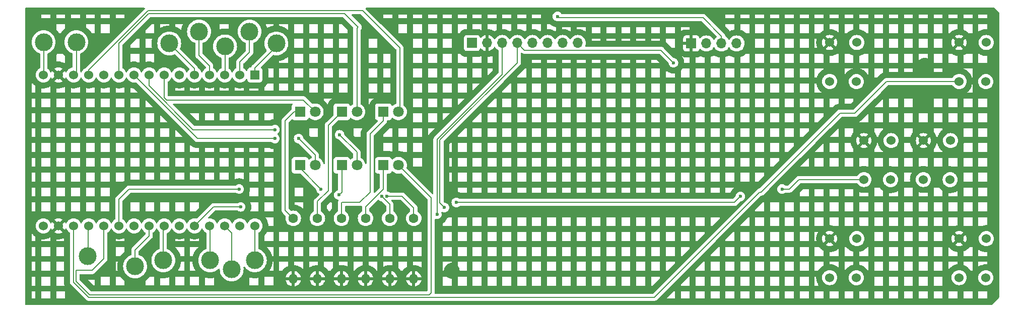
<source format=gbr>
%TF.GenerationSoftware,KiCad,Pcbnew,8.0.0*%
%TF.CreationDate,2024-03-11T09:17:52+01:00*%
%TF.ProjectId,EEK,45454b2e-6b69-4636-9164-5f7063625858,V1.0*%
%TF.SameCoordinates,Original*%
%TF.FileFunction,Copper,L1,Top*%
%TF.FilePolarity,Positive*%
%FSLAX46Y46*%
G04 Gerber Fmt 4.6, Leading zero omitted, Abs format (unit mm)*
G04 Created by KiCad (PCBNEW 8.0.0) date 2024-03-11 09:17:52*
%MOMM*%
%LPD*%
G01*
G04 APERTURE LIST*
%TA.AperFunction,ComponentPad*%
%ADD10C,1.524000*%
%TD*%
%TA.AperFunction,ComponentPad*%
%ADD11C,1.600000*%
%TD*%
%TA.AperFunction,ComponentPad*%
%ADD12O,1.600000X1.600000*%
%TD*%
%TA.AperFunction,ComponentPad*%
%ADD13C,3.000000*%
%TD*%
%TA.AperFunction,ComponentPad*%
%ADD14R,1.800000X1.800000*%
%TD*%
%TA.AperFunction,ComponentPad*%
%ADD15C,1.800000*%
%TD*%
%TA.AperFunction,ComponentPad*%
%ADD16R,1.524000X1.524000*%
%TD*%
%TA.AperFunction,ComponentPad*%
%ADD17R,1.700000X1.700000*%
%TD*%
%TA.AperFunction,ComponentPad*%
%ADD18O,1.700000X1.700000*%
%TD*%
%TA.AperFunction,ViaPad*%
%ADD19C,0.600000*%
%TD*%
%TA.AperFunction,ViaPad*%
%ADD20C,0.800000*%
%TD*%
%TA.AperFunction,Conductor*%
%ADD21C,0.200000*%
%TD*%
%TA.AperFunction,Conductor*%
%ADD22C,0.500000*%
%TD*%
%TA.AperFunction,Conductor*%
%ADD23C,1.000000*%
%TD*%
G04 APERTURE END LIST*
D10*
%TO.P,U4,1*%
%TO.N,GND*%
X194264800Y-99696800D03*
%TO.P,U4,2*%
%TO.N,unconnected-(U4-Pad2)*%
X198836800Y-99696800D03*
%TO.P,U4,3*%
%TO.N,/CW*%
X194264800Y-106250000D03*
%TO.P,U4,4*%
%TO.N,unconnected-(U4-Pad4)*%
X198760600Y-106275400D03*
%TD*%
D11*
%TO.P,R1,1*%
%TO.N,Net-(D4-K)*%
X108600000Y-112774100D03*
D12*
%TO.P,R1,2*%
%TO.N,GND*%
X108600000Y-122934100D03*
%TD*%
D13*
%TO.P,TP6,1,1*%
%TO.N,Net-(U1-GPIO23_VSPI_MOSI)*%
X81882500Y-119854100D03*
%TD*%
%TO.P,TP4,1,1*%
%TO.N,Net-(U1-GPIO34_ADC6)*%
X72500000Y-81354100D03*
%TD*%
D14*
%TO.P,D6,1,K*%
%TO.N,Net-(D6-K)*%
X103500000Y-103854100D03*
D15*
%TO.P,D6,2,A*%
%TO.N,/GBL*%
X106040000Y-103854100D03*
%TD*%
D13*
%TO.P,TP8,1,1*%
%TO.N,Net-(U1-GPIO3_TX0)*%
X74382500Y-119854100D03*
%TD*%
D11*
%TO.P,R3,1*%
%TO.N,Net-(D6-K)*%
X100500000Y-112774100D03*
D12*
%TO.P,R3,2*%
%TO.N,GND*%
X100500000Y-122934100D03*
%TD*%
D14*
%TO.P,D5,1,K*%
%TO.N,Net-(D5-K)*%
X96500000Y-103854100D03*
D15*
%TO.P,D5,2,A*%
%TO.N,/YBR*%
X99040000Y-103854100D03*
%TD*%
D13*
%TO.P,TP7,1,1*%
%TO.N,Net-(U1-GPIO1_TX0)*%
X78000000Y-121354100D03*
%TD*%
D16*
%TO.P,U1,1,EN_RESET*%
%TO.N,Net-(U1-EN_RESET)*%
X81897500Y-88654100D03*
D10*
%TO.P,U1,2,GPIO36_ADC0*%
%TO.N,Net-(U1-GPIO36_ADC0)*%
X79357500Y-88654100D03*
%TO.P,U1,3,GPIO39_ADC3*%
%TO.N,Net-(U1-GPIO39_ADC3)*%
X76817500Y-88654100D03*
%TO.P,U1,4,GPIO34_ADC6*%
%TO.N,Net-(U1-GPIO34_ADC6)*%
X74277500Y-88654100D03*
%TO.P,U1,5,GPIO35_ADC7*%
%TO.N,Net-(U1-GPIO35_ADC7)*%
X71737500Y-88654100D03*
%TO.P,U1,6,TOUCH9_GPIO32_ADC4*%
%TO.N,/Up*%
X69197500Y-88654100D03*
%TO.P,U1,7,TOUCH8_GPIO33_ADC5*%
%TO.N,/GFL*%
X66657500Y-88654100D03*
%TO.P,U1,8,DAC1_GPIO25_ADC18*%
%TO.N,/YBR*%
X64117500Y-88654100D03*
%TO.P,U1,9,DAC2_GPIO26_ADC19*%
%TO.N,/RBR*%
X61577500Y-88654100D03*
%TO.P,U1,10,TOUCH7_GPIO27_ADC17*%
%TO.N,/BFL*%
X59037500Y-88654100D03*
%TO.P,U1,11,TOUCH6_GPIO14_ADC16*%
%TO.N,/Down*%
X56497500Y-88654100D03*
%TO.P,U1,12,TOUCH5_GPIO12_ADC15*%
%TO.N,/RFL*%
X53957500Y-88654100D03*
%TO.P,U1,13,TOUCH4_GPIO13_ADC14*%
%TO.N,Net-(U1-TOUCH4_GPIO13_ADC14)*%
X51417500Y-88654100D03*
%TO.P,U1,14,GND*%
%TO.N,GND*%
X48877500Y-88654100D03*
%TO.P,U1,15,Vin*%
%TO.N,Net-(U1-Vin)*%
X46337500Y-88654100D03*
%TO.P,U1,16,VCC_3.3*%
%TO.N,/3.3V*%
X46337500Y-114054100D03*
%TO.P,U1,17,GND*%
%TO.N,GND*%
X48877500Y-114054100D03*
%TO.P,U1,18,ADC13_GPIO15_TOUCH3*%
%TO.N,/Takeoff*%
X51417500Y-114054100D03*
%TO.P,U1,19,ADC12_GPIO2*%
%TO.N,Net-(U1-ADC12_GPIO2)*%
X53957500Y-114054100D03*
%TO.P,U1,20,ADC10_GPIO4*%
%TO.N,/GBL*%
X56497500Y-114054100D03*
%TO.P,U1,21,GPIO16_RX2*%
%TO.N,/CCw*%
X59037500Y-114054100D03*
%TO.P,U1,22,GPIO17_TX2*%
%TO.N,/Kill*%
X61577500Y-114054100D03*
%TO.P,U1,23,GPIO5_VSPI_SS*%
%TO.N,Net-(U1-GPIO5_VSPI_SS)*%
X64117500Y-114054100D03*
%TO.P,U1,24,GPIO18_VSPI_SCK*%
%TO.N,Net-(U1-GPIO18_VSPI_SCK)*%
X66657500Y-114054100D03*
%TO.P,U1,25,GPIO19_VSPI_MISO*%
%TO.N,/CW*%
X69197500Y-114054100D03*
%TO.P,U1,26,GPIO21_I2C_SDA*%
%TO.N,/SDA*%
X71737500Y-114054100D03*
%TO.P,U1,27,GPIO3_TX0*%
%TO.N,Net-(U1-GPIO3_TX0)*%
X74277500Y-114054100D03*
%TO.P,U1,28,GPIO1_TX0*%
%TO.N,Net-(U1-GPIO1_TX0)*%
X76817500Y-114054100D03*
%TO.P,U1,29,GPIO22_I2C_SCL*%
%TO.N,/SCL*%
X79357500Y-114054100D03*
%TO.P,U1,30,GPIO23_VSPI_MOSI*%
%TO.N,Net-(U1-GPIO23_VSPI_MOSI)*%
X81897500Y-114054100D03*
%TD*%
D17*
%TO.P,U10,1,GND*%
%TO.N,GND*%
X155250000Y-83354100D03*
D18*
%TO.P,U10,2,VDD*%
%TO.N,/3.3V*%
X157790000Y-83354100D03*
%TO.P,U10,3,SCK*%
%TO.N,/SCL*%
X160330000Y-83354100D03*
%TO.P,U10,4,SDA*%
%TO.N,/SDA*%
X162870000Y-83354100D03*
%TD*%
D14*
%TO.P,D2,1,K*%
%TO.N,Net-(D2-K)*%
X96500000Y-94854100D03*
D15*
%TO.P,D2,2,A*%
%TO.N,/BFL*%
X99040000Y-94854100D03*
%TD*%
D13*
%TO.P,TP13,1,1*%
%TO.N,Net-(U1-TOUCH4_GPIO13_ADC14)*%
X51882500Y-83154100D03*
%TD*%
D14*
%TO.P,D1,1,K*%
%TO.N,Net-(D1-K)*%
X89500000Y-94854100D03*
D15*
%TO.P,D1,2,A*%
%TO.N,/GFL*%
X92040000Y-94854100D03*
%TD*%
D14*
%TO.P,D3,1,K*%
%TO.N,Net-(D3-K)*%
X103500000Y-94854100D03*
D15*
%TO.P,D3,2,A*%
%TO.N,/RFL*%
X106040000Y-94854100D03*
%TD*%
D13*
%TO.P,TP14,1,1*%
%TO.N,Net-(U1-Vin)*%
X46382500Y-83154100D03*
%TD*%
%TO.P,TP1,1,1*%
%TO.N,Net-(U1-EN_RESET)*%
X85500000Y-83354100D03*
%TD*%
%TO.P,TP10,1,1*%
%TO.N,Net-(U1-GPIO5_VSPI_SS)*%
X61750000Y-120854100D03*
%TD*%
D10*
%TO.P,U2,1*%
%TO.N,GND*%
X178500000Y-83196800D03*
%TO.P,U2,2*%
%TO.N,unconnected-(U2-Pad2)*%
X183072000Y-83196800D03*
%TO.P,U2,3*%
%TO.N,/Up*%
X178500000Y-89750000D03*
%TO.P,U2,4*%
%TO.N,unconnected-(U2-Pad4)*%
X182995800Y-89775400D03*
%TD*%
D14*
%TO.P,D4,1,K*%
%TO.N,Net-(D4-K)*%
X89500000Y-103854100D03*
D15*
%TO.P,D4,2,A*%
%TO.N,/RBR*%
X92040000Y-103854100D03*
%TD*%
D10*
%TO.P,U6,1*%
%TO.N,GND*%
X200264800Y-116196800D03*
%TO.P,U6,2*%
%TO.N,unconnected-(U6-Pad2)*%
X204836800Y-116196800D03*
%TO.P,U6,3*%
%TO.N,/Down*%
X200264800Y-122750000D03*
%TO.P,U6,4*%
%TO.N,unconnected-(U6-Pad4)*%
X204760600Y-122775400D03*
%TD*%
%TO.P,U3,1*%
%TO.N,GND*%
X184264800Y-99696800D03*
%TO.P,U3,2*%
%TO.N,unconnected-(U3-Pad2)*%
X188836800Y-99696800D03*
%TO.P,U3,3*%
%TO.N,/CCw*%
X184264800Y-106250000D03*
%TO.P,U3,4*%
%TO.N,unconnected-(U3-Pad4)*%
X188760600Y-106275400D03*
%TD*%
D13*
%TO.P,TP2,1,1*%
%TO.N,Net-(U1-GPIO36_ADC0)*%
X81000000Y-81354100D03*
%TD*%
D17*
%TO.P,U9,1,VCC*%
%TO.N,/3.3V*%
X118380000Y-83284118D03*
D18*
%TO.P,U9,2,GND*%
%TO.N,GND*%
X120920000Y-83284118D03*
%TO.P,U9,3,SCL*%
%TO.N,/SCL*%
X123460000Y-83284118D03*
%TO.P,U9,4,SDA*%
%TO.N,/SDA*%
X126000000Y-83284118D03*
%TO.P,U9,5,XDA*%
%TO.N,unconnected-(U9-XDA-Pad5)*%
X128540000Y-83284118D03*
%TO.P,U9,6,XCL*%
%TO.N,unconnected-(U9-XCL-Pad6)*%
X131080000Y-83284118D03*
%TO.P,U9,7,AD0*%
%TO.N,unconnected-(U9-AD0-Pad7)*%
X133620000Y-83284118D03*
%TO.P,U9,8,INT*%
%TO.N,unconnected-(U9-INT-Pad8)*%
X136160000Y-83284118D03*
%TD*%
D13*
%TO.P,TP5,1,1*%
%TO.N,Net-(U1-GPIO35_ADC7)*%
X67500000Y-83354100D03*
%TD*%
D11*
%TO.P,R4,1*%
%TO.N,Net-(D3-K)*%
X96450000Y-112774100D03*
D12*
%TO.P,R4,2*%
%TO.N,GND*%
X96450000Y-122934100D03*
%TD*%
D11*
%TO.P,R2,1*%
%TO.N,Net-(D5-K)*%
X104550000Y-112774100D03*
D12*
%TO.P,R2,2*%
%TO.N,GND*%
X104550000Y-122934100D03*
%TD*%
D13*
%TO.P,TP9,1,1*%
%TO.N,Net-(U1-GPIO18_VSPI_SCK)*%
X66500000Y-119854100D03*
%TD*%
D11*
%TO.P,R5,1*%
%TO.N,Net-(D2-K)*%
X92400000Y-112774100D03*
D12*
%TO.P,R5,2*%
%TO.N,GND*%
X92400000Y-122934100D03*
%TD*%
D13*
%TO.P,TP12,1,1*%
%TO.N,Net-(U1-ADC12_GPIO2)*%
X53750000Y-119104100D03*
%TD*%
D10*
%TO.P,u7,1*%
%TO.N,GND*%
X200264800Y-83196800D03*
%TO.P,u7,2*%
%TO.N,unconnected-(u7-Pad2)*%
X204836800Y-83196800D03*
%TO.P,u7,3*%
%TO.N,/Takeoff*%
X200264800Y-89750000D03*
%TO.P,u7,4*%
%TO.N,unconnected-(u7-Pad4)*%
X204760600Y-89775400D03*
%TD*%
D11*
%TO.P,R6,1*%
%TO.N,Net-(D1-K)*%
X88350000Y-112774100D03*
D12*
%TO.P,R6,2*%
%TO.N,GND*%
X88350000Y-122934100D03*
%TD*%
D10*
%TO.P,U5,1*%
%TO.N,GND*%
X178500000Y-116196800D03*
%TO.P,U5,2*%
%TO.N,unconnected-(U5-Pad2)*%
X183072000Y-116196800D03*
%TO.P,U5,3*%
%TO.N,/Kill*%
X178500000Y-122750000D03*
%TO.P,U5,4*%
%TO.N,unconnected-(U5-Pad4)*%
X182995800Y-122775400D03*
%TD*%
D13*
%TO.P,TP3,1,1*%
%TO.N,Net-(U1-GPIO39_ADC3)*%
X76882500Y-83854100D03*
%TD*%
D19*
%TO.N,/RBR*%
X85250000Y-99354100D03*
X89250000Y-99354100D03*
%TO.N,/YBR*%
X85250000Y-97854100D03*
X96125000Y-98729100D03*
%TO.N,/CCw*%
X170500000Y-107854100D03*
X115750000Y-110104100D03*
X163500000Y-109104100D03*
X79250000Y-107854100D03*
%TO.N,Net-(D4-K)*%
X93000000Y-107854100D03*
X104049265Y-109054835D03*
%TO.N,Net-(D5-K)*%
X96000000Y-108854100D03*
X103250000Y-109104100D03*
D20*
%TO.N,GND*%
X115000000Y-121604100D03*
X194250000Y-92854100D03*
X194500000Y-87104100D03*
D19*
%TO.N,/SCL*%
X132750000Y-78804100D03*
X112500000Y-112104100D03*
%TO.N,/SDA*%
X79500000Y-110854100D03*
X152250000Y-86604100D03*
X113750000Y-110954100D03*
%TD*%
D21*
%TO.N,/GFL*%
X92040000Y-94854100D02*
X90040000Y-92854100D01*
X90040000Y-92854100D02*
X67065686Y-92854100D01*
X66657500Y-92445914D02*
X66657500Y-88654100D01*
X67065686Y-92854100D02*
X66657500Y-92445914D01*
%TO.N,/BFL*%
X64000000Y-78354100D02*
X59037500Y-83316600D01*
X99250000Y-80604100D02*
X97000000Y-78354100D01*
X97000000Y-78354100D02*
X64000000Y-78354100D01*
X99040000Y-94854100D02*
X99040000Y-80814100D01*
X59037500Y-83316600D02*
X59037500Y-88654100D01*
X99040000Y-80814100D02*
X99250000Y-80604100D01*
%TO.N,/RFL*%
X106250000Y-84104100D02*
X100000000Y-77854100D01*
X100000000Y-77854100D02*
X63934314Y-77854100D01*
X53957500Y-87830914D02*
X53957500Y-88654100D01*
X106250000Y-94854100D02*
X106250000Y-84104100D01*
X63934314Y-77854100D02*
X53957500Y-87830914D01*
X106040000Y-94854100D02*
X106250000Y-94854100D01*
%TO.N,/RBR*%
X72277500Y-99354100D02*
X61577500Y-88654100D01*
X92040000Y-103854100D02*
X92040000Y-102144100D01*
X85250000Y-99354100D02*
X72277500Y-99354100D01*
X92040000Y-102144100D02*
X89250000Y-99354100D01*
%TO.N,/YBR*%
X71500000Y-97854100D02*
X64117500Y-90471600D01*
X99040000Y-101644100D02*
X96125000Y-98729100D01*
X96000000Y-98604100D02*
X96125000Y-98729100D01*
X99040000Y-103854100D02*
X99040000Y-101644100D01*
X64117500Y-90471600D02*
X64117500Y-88654100D01*
X85250000Y-97854100D02*
X71500000Y-97854100D01*
%TO.N,/GBL*%
X51817500Y-123355914D02*
X51817500Y-121554100D01*
X56497500Y-119606600D02*
X56497500Y-114054100D01*
X51817500Y-121554100D02*
X54550000Y-121554100D01*
X111500000Y-109314100D02*
X111500000Y-125354100D01*
X111200000Y-125654100D02*
X54115686Y-125654100D01*
X111500000Y-125354100D02*
X111200000Y-125654100D01*
X54550000Y-121554100D02*
X56497500Y-119606600D01*
X54115686Y-125654100D02*
X51817500Y-123355914D01*
X106040000Y-103854100D02*
X111500000Y-109314100D01*
%TO.N,Net-(U1-EN_RESET)*%
X85500000Y-83354100D02*
X85500000Y-83854100D01*
X85500000Y-83854100D02*
X81897500Y-87456600D01*
X81897500Y-87456600D02*
X81897500Y-88654100D01*
%TO.N,Net-(U1-GPIO36_ADC0)*%
X79357500Y-86496600D02*
X79357500Y-88654100D01*
X81000000Y-84854100D02*
X79357500Y-86496600D01*
X81000000Y-81354100D02*
X81000000Y-84854100D01*
%TO.N,Net-(U1-GPIO39_ADC3)*%
X76882500Y-83854100D02*
X76882500Y-88589100D01*
X76882500Y-88589100D02*
X76817500Y-88654100D01*
%TO.N,Net-(U1-GPIO34_ADC6)*%
X72500000Y-81354100D02*
X72500000Y-85354100D01*
X74277500Y-87131600D02*
X74277500Y-88654100D01*
X72500000Y-85354100D02*
X74277500Y-87131600D01*
%TO.N,Net-(U1-GPIO35_ADC7)*%
X67500000Y-83354100D02*
X71737500Y-87591600D01*
X71737500Y-87591600D02*
X71737500Y-88654100D01*
%TO.N,Net-(U1-GPIO23_VSPI_MOSI)*%
X81882500Y-119854100D02*
X81882500Y-114069100D01*
X81882500Y-114069100D02*
X81897500Y-114054100D01*
%TO.N,Net-(U1-GPIO1_TX0)*%
X78000000Y-115236600D02*
X76817500Y-114054100D01*
X78000000Y-121354100D02*
X78000000Y-115236600D01*
%TO.N,Net-(U1-GPIO3_TX0)*%
X74382500Y-114159100D02*
X74277500Y-114054100D01*
X74382500Y-119854100D02*
X74382500Y-114159100D01*
%TO.N,Net-(U1-GPIO18_VSPI_SCK)*%
X66500000Y-114211600D02*
X66657500Y-114054100D01*
X66500000Y-119854100D02*
X66500000Y-114211600D01*
%TO.N,Net-(U1-GPIO5_VSPI_SS)*%
X61750000Y-118104100D02*
X64117500Y-115736600D01*
X61750000Y-120854100D02*
X61750000Y-118104100D01*
X64117500Y-115736600D02*
X64117500Y-114054100D01*
%TO.N,Net-(U1-ADC12_GPIO2)*%
X53882500Y-114129100D02*
X53957500Y-114054100D01*
X53882500Y-118971600D02*
X53882500Y-114129100D01*
X53750000Y-119104100D02*
X53882500Y-118971600D01*
%TO.N,Net-(U1-TOUCH4_GPIO13_ADC14)*%
X51882500Y-83154100D02*
X51882500Y-88189100D01*
X51882500Y-88189100D02*
X51417500Y-88654100D01*
%TO.N,Net-(U1-Vin)*%
X46382500Y-88609100D02*
X46337500Y-88654100D01*
X46382500Y-83154100D02*
X46382500Y-88609100D01*
%TO.N,/CCw*%
X170500000Y-107854100D02*
X171750000Y-107854100D01*
X171750000Y-107854100D02*
X173354100Y-106250000D01*
X59037500Y-109566600D02*
X60750000Y-107854100D01*
X60750000Y-107854100D02*
X79250000Y-107854100D01*
X163500000Y-109104100D02*
X162500000Y-110104100D01*
X162500000Y-110104100D02*
X115750000Y-110104100D01*
X173354100Y-106250000D02*
X184264800Y-106250000D01*
X59037500Y-114054100D02*
X59037500Y-109566600D01*
%TO.N,/Takeoff*%
X51417500Y-114054100D02*
X51417500Y-123521600D01*
X182750000Y-95104100D02*
X188104100Y-89750000D01*
X51417500Y-123521600D02*
X53950000Y-126054100D01*
X166750000Y-108354100D02*
X167000000Y-108354100D01*
X167000000Y-108354100D02*
X180250000Y-95104100D01*
X188104100Y-89750000D02*
X200264800Y-89750000D01*
X53950000Y-126054100D02*
X149050000Y-126054100D01*
X180250000Y-95104100D02*
X182750000Y-95104100D01*
X149050000Y-126054100D02*
X166750000Y-108354100D01*
D22*
%TO.N,/3.3V*%
X46200000Y-114054100D02*
X46337500Y-114054100D01*
D21*
%TO.N,Net-(D1-K)*%
X87000000Y-96354100D02*
X88500000Y-94854100D01*
X88350000Y-112774100D02*
X87000000Y-111424100D01*
X88500000Y-94854100D02*
X89500000Y-94854100D01*
X87000000Y-111424100D02*
X87000000Y-96354100D01*
%TO.N,Net-(D2-K)*%
X94250000Y-108104100D02*
X94250000Y-97104100D01*
X92400000Y-109954100D02*
X94250000Y-108104100D01*
X92400000Y-112774100D02*
X92400000Y-109954100D01*
X94250000Y-97104100D02*
X96500000Y-94854100D01*
%TO.N,Net-(D3-K)*%
X103500000Y-96354100D02*
X103500000Y-94854100D01*
X99500000Y-110104100D02*
X101250000Y-108354100D01*
X96500000Y-110104100D02*
X99500000Y-110104100D01*
X101250000Y-98604100D02*
X103500000Y-96354100D01*
X96450000Y-110154100D02*
X96500000Y-110104100D01*
X96450000Y-112774100D02*
X96450000Y-110154100D01*
X101250000Y-108354100D02*
X101250000Y-98604100D01*
%TO.N,Net-(D4-K)*%
X104049265Y-109054835D02*
X106650735Y-109054835D01*
X93000000Y-107854100D02*
X89500000Y-104354100D01*
X89500000Y-104354100D02*
X89500000Y-103854100D01*
X108600000Y-111004100D02*
X108600000Y-112774100D01*
X106650735Y-109054835D02*
X108600000Y-111004100D01*
%TO.N,Net-(D5-K)*%
X104550000Y-110404100D02*
X104550000Y-112774100D01*
X96500000Y-108354100D02*
X96500000Y-103854100D01*
X96000000Y-108854100D02*
X96500000Y-108354100D01*
X103250000Y-109104100D02*
X104550000Y-110404100D01*
%TO.N,Net-(D6-K)*%
X100500000Y-112774100D02*
X100500000Y-110854100D01*
X103500000Y-107854100D02*
X103500000Y-103854100D01*
X100500000Y-110854100D02*
X103500000Y-107854100D01*
D23*
%TO.N,GND*%
X194264800Y-92868900D02*
X194250000Y-92854100D01*
X48599500Y-114054100D02*
X48599500Y-114104100D01*
X48877500Y-114054100D02*
X48599500Y-114054100D01*
X48599500Y-114104100D02*
X48877500Y-113826100D01*
D21*
%TO.N,/SCL*%
X123460000Y-88571817D02*
X112500000Y-99531817D01*
X160330000Y-82104100D02*
X160330000Y-83354100D01*
X132950000Y-79004100D02*
X157230000Y-79004100D01*
X157230000Y-79004100D02*
X160330000Y-82104100D01*
X112500000Y-99531817D02*
X112500000Y-112104100D01*
X123460000Y-83284118D02*
X123460000Y-88571817D01*
X132750000Y-78804100D02*
X132950000Y-79004100D01*
%TO.N,/SDA*%
X127219982Y-84504100D02*
X150150000Y-84504100D01*
X113000000Y-99597503D02*
X126000000Y-86597503D01*
X71737500Y-114054100D02*
X74937500Y-110854100D01*
X150150000Y-84504100D02*
X152250000Y-86604100D01*
X126000000Y-83284118D02*
X127219982Y-84504100D01*
X113000000Y-110204100D02*
X113000000Y-99597503D01*
X126000000Y-86597503D02*
X126000000Y-83284118D01*
X74937500Y-110854100D02*
X79500000Y-110854100D01*
X113750000Y-110954100D02*
X113000000Y-110204100D01*
%TD*%
%TA.AperFunction,Conductor*%
%TO.N,GND*%
G36*
X63352755Y-77373785D02*
G01*
X63398510Y-77426589D01*
X63408454Y-77495747D01*
X63379429Y-77559303D01*
X63373397Y-77565781D01*
X53588786Y-87350392D01*
X53588784Y-87350394D01*
X53558843Y-87380335D01*
X53476976Y-87462201D01*
X53472033Y-87468644D01*
X53470392Y-87467384D01*
X53427805Y-87507978D01*
X53423410Y-87510134D01*
X53323836Y-87556567D01*
X53142877Y-87683275D01*
X52986675Y-87839477D01*
X52859966Y-88020438D01*
X52859965Y-88020440D01*
X52799882Y-88149289D01*
X52753709Y-88201728D01*
X52686516Y-88220880D01*
X52619635Y-88200664D01*
X52575118Y-88149289D01*
X52565795Y-88129296D01*
X52515034Y-88020439D01*
X52505425Y-88006715D01*
X52483098Y-87940509D01*
X52483000Y-87935592D01*
X52483000Y-85151339D01*
X52502685Y-85084300D01*
X52555489Y-85038545D01*
X52563647Y-85035164D01*
X52715661Y-84978467D01*
X52966815Y-84841326D01*
X53195895Y-84669839D01*
X53398239Y-84467495D01*
X53569726Y-84238415D01*
X53706867Y-83987261D01*
X53806869Y-83719146D01*
X53819495Y-83661107D01*
X53867695Y-83439533D01*
X53867695Y-83439532D01*
X53867696Y-83439528D01*
X53888110Y-83154100D01*
X53887576Y-83146640D01*
X53880457Y-83047093D01*
X53867696Y-82868672D01*
X53866411Y-82862766D01*
X53806871Y-82589062D01*
X53806870Y-82589060D01*
X53806869Y-82589054D01*
X53706867Y-82320939D01*
X53703954Y-82315605D01*
X53569729Y-82069790D01*
X53569724Y-82069782D01*
X53398245Y-81840712D01*
X53398229Y-81840694D01*
X53195905Y-81638370D01*
X53195887Y-81638354D01*
X52966817Y-81466875D01*
X52966809Y-81466870D01*
X52715666Y-81329735D01*
X52715667Y-81329735D01*
X52582520Y-81280074D01*
X52447546Y-81229731D01*
X52447543Y-81229730D01*
X52447537Y-81229728D01*
X52167933Y-81168904D01*
X51882501Y-81148490D01*
X51882499Y-81148490D01*
X51597066Y-81168904D01*
X51317462Y-81229728D01*
X51049333Y-81329735D01*
X50798190Y-81466870D01*
X50798182Y-81466875D01*
X50569112Y-81638354D01*
X50569094Y-81638370D01*
X50366770Y-81840694D01*
X50366754Y-81840712D01*
X50195275Y-82069782D01*
X50195270Y-82069790D01*
X50058135Y-82320933D01*
X49958128Y-82589062D01*
X49897304Y-82868666D01*
X49876890Y-83154098D01*
X49876890Y-83154101D01*
X49897304Y-83439533D01*
X49958128Y-83719137D01*
X49958130Y-83719143D01*
X49958131Y-83719146D01*
X50044483Y-83950664D01*
X50058135Y-83987266D01*
X50195270Y-84238409D01*
X50195275Y-84238417D01*
X50366754Y-84467487D01*
X50366770Y-84467505D01*
X50569094Y-84669829D01*
X50569112Y-84669845D01*
X50798182Y-84841324D01*
X50798190Y-84841329D01*
X51049333Y-84978464D01*
X51049337Y-84978466D01*
X51049339Y-84978467D01*
X51201335Y-85035158D01*
X51257267Y-85077028D01*
X51281684Y-85142492D01*
X51282000Y-85151339D01*
X51282000Y-87288221D01*
X51262315Y-87355260D01*
X51209511Y-87401015D01*
X51190094Y-87407996D01*
X50984055Y-87463204D01*
X50984048Y-87463207D01*
X50783840Y-87556565D01*
X50783838Y-87556566D01*
X50602877Y-87683275D01*
X50446675Y-87839477D01*
X50319967Y-88020437D01*
X50259605Y-88149882D01*
X50213432Y-88202321D01*
X50146238Y-88221472D01*
X50079357Y-88201256D01*
X50034841Y-88149880D01*
X49974598Y-88020689D01*
X49974597Y-88020687D01*
X49929241Y-87955911D01*
X49929240Y-87955910D01*
X49277500Y-88607651D01*
X49277500Y-88601439D01*
X49250241Y-88499706D01*
X49197580Y-88408494D01*
X49123106Y-88334020D01*
X49031894Y-88281359D01*
X48930161Y-88254100D01*
X48923948Y-88254100D01*
X49575688Y-87602359D01*
X49575687Y-87602358D01*
X49510911Y-87557001D01*
X49510905Y-87556998D01*
X49310784Y-87463680D01*
X49310770Y-87463675D01*
X49097486Y-87406526D01*
X49097476Y-87406524D01*
X48877501Y-87387279D01*
X48877499Y-87387279D01*
X48657523Y-87406524D01*
X48657513Y-87406526D01*
X48444229Y-87463675D01*
X48444220Y-87463679D01*
X48244090Y-87557001D01*
X48179311Y-87602358D01*
X48831053Y-88254100D01*
X48824839Y-88254100D01*
X48723106Y-88281359D01*
X48631894Y-88334020D01*
X48557420Y-88408494D01*
X48504759Y-88499706D01*
X48477500Y-88601439D01*
X48477500Y-88607653D01*
X47825758Y-87955911D01*
X47780401Y-88020690D01*
X47720158Y-88149881D01*
X47673985Y-88202320D01*
X47606792Y-88221472D01*
X47539911Y-88201256D01*
X47495394Y-88149881D01*
X47464434Y-88083487D01*
X47435034Y-88020439D01*
X47347595Y-87895562D01*
X47308327Y-87839481D01*
X47243047Y-87774201D01*
X47152120Y-87683274D01*
X47098046Y-87645411D01*
X47035876Y-87601879D01*
X46992252Y-87547302D01*
X46983000Y-87500304D01*
X46983000Y-86421256D01*
X48498000Y-86421256D01*
X48505677Y-86419903D01*
X48511023Y-86419081D01*
X48543466Y-86414810D01*
X48548843Y-86414221D01*
X48812214Y-86391179D01*
X48817611Y-86390825D01*
X48850311Y-86389397D01*
X48855721Y-86389279D01*
X48899279Y-86389279D01*
X48904689Y-86389397D01*
X48937389Y-86390825D01*
X48942786Y-86391179D01*
X49206157Y-86414221D01*
X49211534Y-86414810D01*
X49243977Y-86419081D01*
X49249323Y-86419903D01*
X49292219Y-86427466D01*
X49297527Y-86428522D01*
X49329486Y-86435607D01*
X49334742Y-86436893D01*
X49590126Y-86505323D01*
X49595323Y-86506838D01*
X49626557Y-86516687D01*
X49631681Y-86518427D01*
X49672611Y-86533326D01*
X49677653Y-86535287D01*
X49707873Y-86547806D01*
X49712820Y-86549983D01*
X49828875Y-86604100D01*
X50000000Y-86604100D01*
X50000000Y-85490467D01*
X49956768Y-85458105D01*
X49953276Y-85455393D01*
X49932434Y-85438599D01*
X49929037Y-85435760D01*
X49902105Y-85412425D01*
X49898808Y-85409463D01*
X49879201Y-85391208D01*
X49876016Y-85388135D01*
X49648465Y-85160584D01*
X49645392Y-85157399D01*
X49627137Y-85137792D01*
X49624175Y-85134495D01*
X49600840Y-85107563D01*
X49598001Y-85104166D01*
X49596336Y-85102100D01*
X48668664Y-85102100D01*
X48666999Y-85104166D01*
X48664160Y-85107563D01*
X48640825Y-85134495D01*
X48637863Y-85137792D01*
X48619608Y-85157399D01*
X48616535Y-85160584D01*
X48498000Y-85279119D01*
X48498000Y-86421256D01*
X46983000Y-86421256D01*
X46983000Y-85151339D01*
X47002685Y-85084300D01*
X47055489Y-85038545D01*
X47063647Y-85035164D01*
X47215661Y-84978467D01*
X47466815Y-84841326D01*
X47695895Y-84669839D01*
X47898239Y-84467495D01*
X48069726Y-84238415D01*
X48206867Y-83987261D01*
X48306869Y-83719146D01*
X48319495Y-83661107D01*
X48367695Y-83439533D01*
X48367695Y-83439532D01*
X48367696Y-83439528D01*
X48388110Y-83154100D01*
X48387576Y-83146640D01*
X48380457Y-83047093D01*
X48367696Y-82868672D01*
X48366411Y-82862766D01*
X48306871Y-82589062D01*
X48306870Y-82589060D01*
X48306869Y-82589054D01*
X48206867Y-82320939D01*
X48203954Y-82315605D01*
X48069729Y-82069790D01*
X48069724Y-82069782D01*
X47898245Y-81840712D01*
X47898229Y-81840694D01*
X47695905Y-81638370D01*
X47695887Y-81638354D01*
X47466817Y-81466875D01*
X47466809Y-81466870D01*
X47215666Y-81329735D01*
X47215667Y-81329735D01*
X47082520Y-81280074D01*
X46947546Y-81229731D01*
X46947543Y-81229730D01*
X46947537Y-81229728D01*
X46667933Y-81168904D01*
X46382501Y-81148490D01*
X46382499Y-81148490D01*
X46097066Y-81168904D01*
X45817462Y-81229728D01*
X45549333Y-81329735D01*
X45298190Y-81466870D01*
X45298182Y-81466875D01*
X45069112Y-81638354D01*
X45069094Y-81638370D01*
X44866770Y-81840694D01*
X44866754Y-81840712D01*
X44695275Y-82069782D01*
X44695270Y-82069790D01*
X44558135Y-82320933D01*
X44458128Y-82589062D01*
X44397304Y-82868666D01*
X44376890Y-83154098D01*
X44376890Y-83154101D01*
X44397304Y-83439533D01*
X44458128Y-83719137D01*
X44458130Y-83719143D01*
X44458131Y-83719146D01*
X44544483Y-83950664D01*
X44558135Y-83987266D01*
X44695270Y-84238409D01*
X44695275Y-84238417D01*
X44866754Y-84467487D01*
X44866770Y-84467505D01*
X45069094Y-84669829D01*
X45069112Y-84669845D01*
X45298182Y-84841324D01*
X45298190Y-84841329D01*
X45549333Y-84978464D01*
X45549337Y-84978466D01*
X45549339Y-84978467D01*
X45701335Y-85035158D01*
X45757267Y-85077028D01*
X45781684Y-85142492D01*
X45782000Y-85151339D01*
X45782000Y-87441121D01*
X45762315Y-87508160D01*
X45710413Y-87553499D01*
X45703845Y-87556561D01*
X45703837Y-87556566D01*
X45522877Y-87683275D01*
X45366675Y-87839477D01*
X45239966Y-88020438D01*
X45239965Y-88020440D01*
X45146607Y-88220648D01*
X45146604Y-88220654D01*
X45089430Y-88434029D01*
X45089429Y-88434037D01*
X45070177Y-88654097D01*
X45070177Y-88654102D01*
X45089429Y-88874162D01*
X45089430Y-88874170D01*
X45146604Y-89087545D01*
X45146605Y-89087547D01*
X45146606Y-89087550D01*
X45239846Y-89287505D01*
X45239966Y-89287762D01*
X45239968Y-89287766D01*
X45366670Y-89468715D01*
X45366675Y-89468721D01*
X45522878Y-89624924D01*
X45522884Y-89624929D01*
X45703833Y-89751631D01*
X45703835Y-89751632D01*
X45703838Y-89751634D01*
X45904050Y-89844994D01*
X46117432Y-89902170D01*
X46264243Y-89915014D01*
X46337498Y-89921423D01*
X46337500Y-89921423D01*
X46337502Y-89921423D01*
X46392651Y-89916598D01*
X46557568Y-89902170D01*
X46770950Y-89844994D01*
X46971162Y-89751634D01*
X47152120Y-89624926D01*
X47308326Y-89468720D01*
X47435034Y-89287762D01*
X47495394Y-89158318D01*
X47541566Y-89105879D01*
X47608759Y-89086727D01*
X47675641Y-89106943D01*
X47720158Y-89158319D01*
X47780398Y-89287505D01*
X47780401Y-89287511D01*
X47825758Y-89352287D01*
X47825759Y-89352288D01*
X48477500Y-88700547D01*
X48477500Y-88706761D01*
X48504759Y-88808494D01*
X48557420Y-88899706D01*
X48631894Y-88974180D01*
X48723106Y-89026841D01*
X48824839Y-89054100D01*
X48831053Y-89054100D01*
X48179310Y-89705840D01*
X48244090Y-89751199D01*
X48244092Y-89751200D01*
X48444215Y-89844519D01*
X48444229Y-89844524D01*
X48657513Y-89901673D01*
X48657523Y-89901675D01*
X48877499Y-89920921D01*
X48877501Y-89920921D01*
X49097476Y-89901675D01*
X49097486Y-89901673D01*
X49310770Y-89844524D01*
X49310784Y-89844519D01*
X49510907Y-89751200D01*
X49510917Y-89751194D01*
X49575688Y-89705841D01*
X48923948Y-89054100D01*
X48930161Y-89054100D01*
X49031894Y-89026841D01*
X49123106Y-88974180D01*
X49197580Y-88899706D01*
X49250241Y-88808494D01*
X49277500Y-88706761D01*
X49277500Y-88700547D01*
X49929241Y-89352288D01*
X49974594Y-89287517D01*
X49974595Y-89287516D01*
X50034840Y-89158319D01*
X50081012Y-89105880D01*
X50148206Y-89086727D01*
X50215087Y-89106942D01*
X50259605Y-89158318D01*
X50319966Y-89287762D01*
X50319968Y-89287766D01*
X50446670Y-89468715D01*
X50446675Y-89468721D01*
X50602878Y-89624924D01*
X50602884Y-89624929D01*
X50783833Y-89751631D01*
X50783835Y-89751632D01*
X50783838Y-89751634D01*
X50984050Y-89844994D01*
X51197432Y-89902170D01*
X51344243Y-89915014D01*
X51417498Y-89921423D01*
X51417500Y-89921423D01*
X51417502Y-89921423D01*
X51472651Y-89916598D01*
X51637568Y-89902170D01*
X51850950Y-89844994D01*
X52051162Y-89751634D01*
X52232120Y-89624926D01*
X52388326Y-89468720D01*
X52515034Y-89287762D01*
X52575118Y-89158911D01*
X52621290Y-89106471D01*
X52688483Y-89087319D01*
X52755365Y-89107535D01*
X52799882Y-89158911D01*
X52859964Y-89287758D01*
X52859968Y-89287766D01*
X52986670Y-89468715D01*
X52986675Y-89468721D01*
X53142878Y-89624924D01*
X53142884Y-89624929D01*
X53323833Y-89751631D01*
X53323835Y-89751632D01*
X53323838Y-89751634D01*
X53524050Y-89844994D01*
X53737432Y-89902170D01*
X53884243Y-89915014D01*
X53957498Y-89921423D01*
X53957500Y-89921423D01*
X53957502Y-89921423D01*
X54012651Y-89916598D01*
X54177568Y-89902170D01*
X54390950Y-89844994D01*
X54591162Y-89751634D01*
X54772120Y-89624926D01*
X54928326Y-89468720D01*
X55055034Y-89287762D01*
X55115118Y-89158911D01*
X55161290Y-89106471D01*
X55228483Y-89087319D01*
X55295365Y-89107535D01*
X55339882Y-89158911D01*
X55399964Y-89287758D01*
X55399968Y-89287766D01*
X55526670Y-89468715D01*
X55526675Y-89468721D01*
X55682878Y-89624924D01*
X55682884Y-89624929D01*
X55863833Y-89751631D01*
X55863835Y-89751632D01*
X55863838Y-89751634D01*
X56064050Y-89844994D01*
X56277432Y-89902170D01*
X56424243Y-89915014D01*
X56497498Y-89921423D01*
X56497500Y-89921423D01*
X56497502Y-89921423D01*
X56552651Y-89916598D01*
X56717568Y-89902170D01*
X56930950Y-89844994D01*
X57131162Y-89751634D01*
X57312120Y-89624926D01*
X57468326Y-89468720D01*
X57595034Y-89287762D01*
X57655118Y-89158911D01*
X57701290Y-89106471D01*
X57768483Y-89087319D01*
X57835365Y-89107535D01*
X57879882Y-89158911D01*
X57939964Y-89287758D01*
X57939968Y-89287766D01*
X58066670Y-89468715D01*
X58066675Y-89468721D01*
X58222878Y-89624924D01*
X58222884Y-89624929D01*
X58403833Y-89751631D01*
X58403835Y-89751632D01*
X58403838Y-89751634D01*
X58604050Y-89844994D01*
X58817432Y-89902170D01*
X58964243Y-89915014D01*
X59037498Y-89921423D01*
X59037500Y-89921423D01*
X59037502Y-89921423D01*
X59092651Y-89916598D01*
X59257568Y-89902170D01*
X59470950Y-89844994D01*
X59671162Y-89751634D01*
X59852120Y-89624926D01*
X60008326Y-89468720D01*
X60135034Y-89287762D01*
X60195118Y-89158911D01*
X60241290Y-89106471D01*
X60308483Y-89087319D01*
X60375365Y-89107535D01*
X60419882Y-89158911D01*
X60479964Y-89287758D01*
X60479968Y-89287766D01*
X60606670Y-89468715D01*
X60606675Y-89468721D01*
X60762878Y-89624924D01*
X60762884Y-89624929D01*
X60943833Y-89751631D01*
X60943835Y-89751632D01*
X60943838Y-89751634D01*
X61144050Y-89844994D01*
X61357432Y-89902170D01*
X61504243Y-89915014D01*
X61577498Y-89921423D01*
X61577500Y-89921423D01*
X61577502Y-89921423D01*
X61608002Y-89918754D01*
X61797568Y-89902170D01*
X61799416Y-89901675D01*
X61807753Y-89899440D01*
X61869403Y-89882921D01*
X61939252Y-89884582D01*
X61989179Y-89915014D01*
X71792639Y-99718474D01*
X71792649Y-99718485D01*
X71796979Y-99722815D01*
X71796980Y-99722816D01*
X71908784Y-99834620D01*
X71995595Y-99884739D01*
X71995597Y-99884741D01*
X72017868Y-99897599D01*
X72045715Y-99913677D01*
X72198443Y-99954600D01*
X84667588Y-99954600D01*
X84734627Y-99974285D01*
X84744903Y-99981655D01*
X84747736Y-99983914D01*
X84747738Y-99983916D01*
X84900478Y-100079889D01*
X85044404Y-100130251D01*
X85070745Y-100139468D01*
X85070750Y-100139469D01*
X85249996Y-100159665D01*
X85250000Y-100159665D01*
X85250004Y-100159665D01*
X85429249Y-100139469D01*
X85429252Y-100139468D01*
X85429255Y-100139468D01*
X85599522Y-100079889D01*
X85752262Y-99983916D01*
X85879816Y-99856362D01*
X85975789Y-99703622D01*
X86035368Y-99533355D01*
X86035369Y-99533349D01*
X86055565Y-99354103D01*
X86055565Y-99354096D01*
X86035369Y-99174850D01*
X86035368Y-99174845D01*
X85996280Y-99063138D01*
X85975789Y-99004578D01*
X85954506Y-98970707D01*
X85911030Y-98901515D01*
X85879816Y-98851838D01*
X85752262Y-98724284D01*
X85728084Y-98709092D01*
X85681796Y-98656761D01*
X85671146Y-98587707D01*
X85699521Y-98523858D01*
X85728082Y-98499109D01*
X85752262Y-98483916D01*
X85879816Y-98356362D01*
X85975789Y-98203622D01*
X86035368Y-98033355D01*
X86035369Y-98033349D01*
X86055565Y-97854103D01*
X86055565Y-97854096D01*
X86035369Y-97674850D01*
X86035368Y-97674845D01*
X85975788Y-97504576D01*
X85879815Y-97351837D01*
X85752262Y-97224284D01*
X85599523Y-97128311D01*
X85429254Y-97068731D01*
X85429249Y-97068730D01*
X85250004Y-97048535D01*
X85249996Y-97048535D01*
X85070750Y-97068730D01*
X85070745Y-97068731D01*
X84900476Y-97128311D01*
X84747736Y-97224285D01*
X84744903Y-97226545D01*
X84742724Y-97227434D01*
X84741842Y-97227989D01*
X84741744Y-97227834D01*
X84680217Y-97252955D01*
X84667588Y-97253600D01*
X71800098Y-97253600D01*
X71733059Y-97233915D01*
X71712417Y-97217281D01*
X69957737Y-95462601D01*
X69597236Y-95102100D01*
X71008620Y-95102100D01*
X72162120Y-96255600D01*
X72500000Y-96255600D01*
X72500000Y-95102100D01*
X73498000Y-95102100D01*
X73498000Y-96255600D01*
X75000000Y-96255600D01*
X75000000Y-95102100D01*
X75998000Y-95102100D01*
X75998000Y-96255600D01*
X77500000Y-96255600D01*
X77500000Y-95102100D01*
X78498000Y-95102100D01*
X78498000Y-96255600D01*
X80000000Y-96255600D01*
X80000000Y-95102100D01*
X80998000Y-95102100D01*
X80998000Y-96255600D01*
X82500000Y-96255600D01*
X82500000Y-95102100D01*
X83498000Y-95102100D01*
X83498000Y-96255600D01*
X84415943Y-96255600D01*
X84436041Y-96244492D01*
X84442221Y-96241299D01*
X84492688Y-96216995D01*
X84499035Y-96214155D01*
X84537921Y-96198047D01*
X84544422Y-96195565D01*
X84767566Y-96117484D01*
X84774193Y-96115372D01*
X84814642Y-96103719D01*
X84821379Y-96101981D01*
X84875989Y-96089518D01*
X84882809Y-96088162D01*
X84924293Y-96081114D01*
X84931180Y-96080142D01*
X85000000Y-96072387D01*
X85000000Y-95102100D01*
X83498000Y-95102100D01*
X82500000Y-95102100D01*
X80998000Y-95102100D01*
X80000000Y-95102100D01*
X78498000Y-95102100D01*
X77500000Y-95102100D01*
X75998000Y-95102100D01*
X75000000Y-95102100D01*
X73498000Y-95102100D01*
X72500000Y-95102100D01*
X71008620Y-95102100D01*
X69597236Y-95102100D01*
X68161415Y-93666280D01*
X68127931Y-93604958D01*
X68132915Y-93535266D01*
X68174787Y-93479333D01*
X68240251Y-93454916D01*
X68249097Y-93454600D01*
X88100999Y-93454600D01*
X88168038Y-93474285D01*
X88213793Y-93527089D01*
X88223737Y-93596247D01*
X88200265Y-93652910D01*
X88181760Y-93677631D01*
X88156204Y-93711768D01*
X88156202Y-93711771D01*
X88105908Y-93846617D01*
X88099501Y-93906216D01*
X88099500Y-93906235D01*
X88099500Y-94354000D01*
X88079815Y-94421039D01*
X88063182Y-94441680D01*
X88019480Y-94485383D01*
X88019478Y-94485386D01*
X86519481Y-95985382D01*
X86519479Y-95985385D01*
X86496362Y-96025425D01*
X86493396Y-96030564D01*
X86469361Y-96072194D01*
X86469359Y-96072196D01*
X86440425Y-96122309D01*
X86440424Y-96122310D01*
X86435406Y-96141038D01*
X86399499Y-96275043D01*
X86399499Y-96275045D01*
X86399499Y-96443146D01*
X86399500Y-96443159D01*
X86399500Y-111337430D01*
X86399499Y-111337448D01*
X86399499Y-111503154D01*
X86399498Y-111503154D01*
X86399499Y-111503157D01*
X86440423Y-111655885D01*
X86444540Y-111663016D01*
X86454281Y-111679889D01*
X86454282Y-111679890D01*
X86519475Y-111792809D01*
X86519481Y-111792817D01*
X86638349Y-111911685D01*
X86638355Y-111911690D01*
X87058058Y-112331393D01*
X87091543Y-112392716D01*
X87090152Y-112451167D01*
X87064366Y-112547402D01*
X87064364Y-112547413D01*
X87044532Y-112774098D01*
X87044532Y-112774101D01*
X87064364Y-113000786D01*
X87064366Y-113000797D01*
X87123258Y-113220588D01*
X87123261Y-113220597D01*
X87219431Y-113426832D01*
X87219432Y-113426834D01*
X87349954Y-113613241D01*
X87510858Y-113774145D01*
X87510861Y-113774147D01*
X87697266Y-113904668D01*
X87903504Y-114000839D01*
X88123308Y-114059735D01*
X88285230Y-114073901D01*
X88349998Y-114079568D01*
X88350000Y-114079568D01*
X88350002Y-114079568D01*
X88406673Y-114074609D01*
X88576692Y-114059735D01*
X88796496Y-114000839D01*
X89002734Y-113904668D01*
X89189139Y-113774147D01*
X89350047Y-113613239D01*
X89480568Y-113426834D01*
X89576739Y-113220596D01*
X89635635Y-113000792D01*
X89655468Y-112774100D01*
X89652073Y-112735300D01*
X89644542Y-112649218D01*
X89635635Y-112547408D01*
X89576739Y-112327604D01*
X89480568Y-112121366D01*
X89350047Y-111934961D01*
X89350045Y-111934958D01*
X89189141Y-111774054D01*
X89002734Y-111643532D01*
X89002732Y-111643531D01*
X88796497Y-111547361D01*
X88796488Y-111547358D01*
X88576697Y-111488466D01*
X88576693Y-111488465D01*
X88576692Y-111488465D01*
X88576691Y-111488464D01*
X88576686Y-111488464D01*
X88350002Y-111468632D01*
X88349998Y-111468632D01*
X88123313Y-111488464D01*
X88123302Y-111488466D01*
X88027067Y-111514252D01*
X87957217Y-111512589D01*
X87907293Y-111482158D01*
X87636819Y-111211684D01*
X87603334Y-111150361D01*
X87600500Y-111124003D01*
X87600500Y-110102100D01*
X88598500Y-110102100D01*
X88598500Y-110488561D01*
X88685367Y-110496161D01*
X88690744Y-110496750D01*
X88723188Y-110501021D01*
X88728535Y-110501844D01*
X88771430Y-110509407D01*
X88776737Y-110510462D01*
X88808696Y-110517547D01*
X88813951Y-110518833D01*
X89075841Y-110589005D01*
X89081038Y-110590520D01*
X89112273Y-110600369D01*
X89117401Y-110602110D01*
X89158333Y-110617011D01*
X89163371Y-110618970D01*
X89193592Y-110631489D01*
X89198541Y-110633667D01*
X89444249Y-110748243D01*
X89449103Y-110750637D01*
X89478139Y-110765753D01*
X89482880Y-110768354D01*
X89520601Y-110790132D01*
X89525228Y-110792940D01*
X89552825Y-110810522D01*
X89557321Y-110813526D01*
X89779401Y-110969026D01*
X89783761Y-110972223D01*
X89809723Y-110992143D01*
X89813944Y-110995530D01*
X89847313Y-111023529D01*
X89851381Y-111027097D01*
X89875519Y-111049215D01*
X89879428Y-111052957D01*
X90000000Y-111173529D01*
X90000000Y-110102100D01*
X88598500Y-110102100D01*
X87600500Y-110102100D01*
X87600500Y-107602100D01*
X88598500Y-107602100D01*
X88598500Y-109104100D01*
X90000000Y-109104100D01*
X90000000Y-107602100D01*
X88598500Y-107602100D01*
X87600500Y-107602100D01*
X87600500Y-97602100D01*
X90998000Y-97602100D01*
X90998000Y-98841481D01*
X91260619Y-99104100D01*
X92500000Y-99104100D01*
X92500000Y-97602100D01*
X90998000Y-97602100D01*
X87600500Y-97602100D01*
X87600500Y-96654196D01*
X87620185Y-96587157D01*
X87636815Y-96566519D01*
X88080258Y-96123075D01*
X88141579Y-96089592D01*
X88211270Y-96094576D01*
X88242248Y-96111492D01*
X88357664Y-96197893D01*
X88357671Y-96197897D01*
X88492517Y-96248191D01*
X88492516Y-96248191D01*
X88499444Y-96248935D01*
X88552127Y-96254600D01*
X90447872Y-96254599D01*
X90507483Y-96248191D01*
X90642331Y-96197896D01*
X90757546Y-96111646D01*
X90843796Y-95996431D01*
X90872455Y-95919593D01*
X90914326Y-95863659D01*
X90979790Y-95839241D01*
X91048063Y-95854092D01*
X91079866Y-95878943D01*
X91087302Y-95887020D01*
X91088215Y-95888012D01*
X91088222Y-95888018D01*
X91271365Y-96030564D01*
X91271371Y-96030568D01*
X91271374Y-96030570D01*
X91475497Y-96141036D01*
X91589487Y-96180168D01*
X91695015Y-96216397D01*
X91695017Y-96216397D01*
X91695019Y-96216398D01*
X91923951Y-96254600D01*
X91923952Y-96254600D01*
X92156048Y-96254600D01*
X92156049Y-96254600D01*
X92384981Y-96216398D01*
X92604503Y-96141036D01*
X92808626Y-96030570D01*
X92815237Y-96025425D01*
X92870129Y-95982700D01*
X92991784Y-95888013D01*
X93148979Y-95717253D01*
X93275924Y-95522949D01*
X93369157Y-95310400D01*
X93426134Y-95085405D01*
X93445300Y-94854100D01*
X93445300Y-94854093D01*
X93426135Y-94622802D01*
X93426133Y-94622791D01*
X93369157Y-94397799D01*
X93275924Y-94185251D01*
X93148983Y-93990952D01*
X93148980Y-93990949D01*
X93148979Y-93990947D01*
X92991784Y-93820187D01*
X92991779Y-93820183D01*
X92991777Y-93820181D01*
X92808634Y-93677635D01*
X92808628Y-93677631D01*
X92604504Y-93567164D01*
X92604495Y-93567161D01*
X92384984Y-93491802D01*
X92194450Y-93460008D01*
X92156049Y-93453600D01*
X91923951Y-93453600D01*
X91916065Y-93454916D01*
X91695014Y-93491802D01*
X91643098Y-93509624D01*
X91573300Y-93512772D01*
X91515158Y-93480023D01*
X90637235Y-92602100D01*
X93498000Y-92602100D01*
X93498000Y-92949523D01*
X93621055Y-93045301D01*
X93625034Y-93048533D01*
X93648704Y-93068581D01*
X93652547Y-93071974D01*
X93682905Y-93099922D01*
X93686603Y-93103471D01*
X93708521Y-93125390D01*
X93712068Y-93129086D01*
X93897195Y-93330189D01*
X93900584Y-93334027D01*
X93920602Y-93357660D01*
X93923829Y-93361634D01*
X93949177Y-93394195D01*
X93952246Y-93398309D01*
X93970284Y-93423571D01*
X93973178Y-93427806D01*
X94122701Y-93656668D01*
X94125025Y-93660391D01*
X94125936Y-93655071D01*
X94127481Y-93647481D01*
X94141826Y-93586770D01*
X94143842Y-93579291D01*
X94157450Y-93534428D01*
X94159929Y-93527088D01*
X94233587Y-93329598D01*
X94236975Y-93321418D01*
X94259233Y-93272681D01*
X94263195Y-93264767D01*
X94297372Y-93202177D01*
X94301890Y-93194563D01*
X94330854Y-93149496D01*
X94335902Y-93142226D01*
X94464886Y-92969927D01*
X94470439Y-92963036D01*
X94505519Y-92922551D01*
X94511551Y-92916072D01*
X94561972Y-92865651D01*
X94568451Y-92859619D01*
X94608936Y-92824539D01*
X94615827Y-92818986D01*
X94788126Y-92690002D01*
X94795396Y-92684954D01*
X94840463Y-92655990D01*
X94848077Y-92651472D01*
X94910667Y-92617295D01*
X94918581Y-92613333D01*
X94943177Y-92602100D01*
X93498000Y-92602100D01*
X90637235Y-92602100D01*
X90527590Y-92492455D01*
X90527588Y-92492452D01*
X90408717Y-92373581D01*
X90408716Y-92373580D01*
X90321904Y-92323460D01*
X90321904Y-92323459D01*
X90321900Y-92323458D01*
X90271785Y-92294523D01*
X90119057Y-92253599D01*
X89960943Y-92253599D01*
X89953347Y-92253599D01*
X89953331Y-92253600D01*
X67382000Y-92253600D01*
X67314961Y-92233915D01*
X67269206Y-92181111D01*
X67258000Y-92129600D01*
X67258000Y-91255600D01*
X68498000Y-91255600D01*
X70000000Y-91255600D01*
X70998000Y-91255600D01*
X72500000Y-91255600D01*
X72500000Y-90787278D01*
X72491855Y-90790244D01*
X72486729Y-90791985D01*
X72455495Y-90801834D01*
X72450298Y-90803349D01*
X72194830Y-90871802D01*
X72189573Y-90873088D01*
X72157613Y-90880173D01*
X72152306Y-90881229D01*
X72109410Y-90888792D01*
X72104064Y-90889614D01*
X72071619Y-90893885D01*
X72066242Y-90894474D01*
X71802785Y-90917523D01*
X71797388Y-90917877D01*
X71764689Y-90919305D01*
X71759279Y-90919423D01*
X71715721Y-90919423D01*
X71710311Y-90919305D01*
X71677612Y-90917877D01*
X71672215Y-90917523D01*
X71408758Y-90894474D01*
X71403381Y-90893885D01*
X71370936Y-90889614D01*
X71365590Y-90888792D01*
X71322694Y-90881229D01*
X71317387Y-90880173D01*
X71285427Y-90873088D01*
X71280170Y-90871802D01*
X71024702Y-90803349D01*
X71019505Y-90801834D01*
X70998000Y-90795052D01*
X70998000Y-91255600D01*
X70000000Y-91255600D01*
X70000000Y-90781090D01*
X73498000Y-90781090D01*
X73498000Y-91255600D01*
X75000000Y-91255600D01*
X75000000Y-90800413D01*
X74995495Y-90801834D01*
X74990298Y-90803349D01*
X74734830Y-90871802D01*
X74729573Y-90873088D01*
X74697613Y-90880173D01*
X74692306Y-90881229D01*
X74649410Y-90888792D01*
X74644064Y-90889614D01*
X74611619Y-90893885D01*
X74606242Y-90894474D01*
X74342785Y-90917523D01*
X74337388Y-90917877D01*
X74304689Y-90919305D01*
X74299279Y-90919423D01*
X74255721Y-90919423D01*
X74250311Y-90919305D01*
X74217612Y-90917877D01*
X74212215Y-90917523D01*
X73948758Y-90894474D01*
X73943381Y-90893885D01*
X73910936Y-90889614D01*
X73905590Y-90888792D01*
X73862694Y-90881229D01*
X73857387Y-90880173D01*
X73825427Y-90873088D01*
X73820170Y-90871802D01*
X73564702Y-90803349D01*
X73559505Y-90801834D01*
X73528271Y-90791985D01*
X73523145Y-90790244D01*
X73498000Y-90781090D01*
X70000000Y-90781090D01*
X70000000Y-90772482D01*
X69997822Y-90773385D01*
X69992785Y-90775344D01*
X69951855Y-90790244D01*
X69946729Y-90791985D01*
X69915495Y-90801834D01*
X69910298Y-90803349D01*
X69654830Y-90871802D01*
X69649573Y-90873088D01*
X69617613Y-90880173D01*
X69612306Y-90881229D01*
X69569410Y-90888792D01*
X69564064Y-90889614D01*
X69531619Y-90893885D01*
X69526242Y-90894474D01*
X69262785Y-90917523D01*
X69257388Y-90917877D01*
X69224689Y-90919305D01*
X69219279Y-90919423D01*
X69175721Y-90919423D01*
X69170311Y-90919305D01*
X69137612Y-90917877D01*
X69132215Y-90917523D01*
X68868758Y-90894474D01*
X68863381Y-90893885D01*
X68830936Y-90889614D01*
X68825590Y-90888792D01*
X68782694Y-90881229D01*
X68777387Y-90880173D01*
X68745427Y-90873088D01*
X68740170Y-90871802D01*
X68498000Y-90806912D01*
X68498000Y-91255600D01*
X67258000Y-91255600D01*
X67258000Y-90765440D01*
X75998000Y-90765440D01*
X75998000Y-91255600D01*
X77500000Y-91255600D01*
X77500000Y-90811467D01*
X77274830Y-90871802D01*
X77269573Y-90873088D01*
X77237613Y-90880173D01*
X77232306Y-90881229D01*
X77189410Y-90888792D01*
X77184064Y-90889614D01*
X77151619Y-90893885D01*
X77146242Y-90894474D01*
X76882785Y-90917523D01*
X76877388Y-90917877D01*
X76844689Y-90919305D01*
X76839279Y-90919423D01*
X76795721Y-90919423D01*
X76790311Y-90919305D01*
X76757612Y-90917877D01*
X76752215Y-90917523D01*
X76488758Y-90894474D01*
X76483381Y-90893885D01*
X76450936Y-90889614D01*
X76445590Y-90888792D01*
X76402694Y-90881229D01*
X76397387Y-90880173D01*
X76365427Y-90873088D01*
X76360170Y-90871802D01*
X76104702Y-90803349D01*
X76099505Y-90801834D01*
X76068271Y-90791985D01*
X76063145Y-90790244D01*
X76022215Y-90775344D01*
X76017178Y-90773385D01*
X75998000Y-90765440D01*
X67258000Y-90765440D01*
X67258000Y-90747494D01*
X78498000Y-90747494D01*
X78498000Y-91255600D01*
X80000000Y-91255600D01*
X80000000Y-90910657D01*
X80998000Y-90910657D01*
X80998000Y-91255600D01*
X82500000Y-91255600D01*
X83498000Y-91255600D01*
X85000000Y-91255600D01*
X85000000Y-90102100D01*
X85998000Y-90102100D01*
X85998000Y-91255600D01*
X87500000Y-91255600D01*
X87500000Y-90102100D01*
X88498000Y-90102100D01*
X88498000Y-91255600D01*
X89929983Y-91255600D01*
X89930015Y-91255599D01*
X90000000Y-91255599D01*
X90000000Y-90102100D01*
X90998000Y-90102100D01*
X90998000Y-91567800D01*
X91042201Y-91601720D01*
X91045101Y-91604100D01*
X92500000Y-91604100D01*
X92500000Y-90102100D01*
X93498000Y-90102100D01*
X93498000Y-91604100D01*
X95000000Y-91604100D01*
X95000000Y-90102100D01*
X95998000Y-90102100D01*
X95998000Y-91604100D01*
X97441500Y-91604100D01*
X97441500Y-90102100D01*
X95998000Y-90102100D01*
X95000000Y-90102100D01*
X93498000Y-90102100D01*
X92500000Y-90102100D01*
X90998000Y-90102100D01*
X90000000Y-90102100D01*
X88498000Y-90102100D01*
X87500000Y-90102100D01*
X85998000Y-90102100D01*
X85000000Y-90102100D01*
X83997974Y-90102100D01*
X83996305Y-90105433D01*
X83962128Y-90168023D01*
X83957610Y-90175637D01*
X83928646Y-90220704D01*
X83923598Y-90227974D01*
X83794614Y-90400273D01*
X83789061Y-90407164D01*
X83753981Y-90447649D01*
X83747949Y-90454128D01*
X83697528Y-90504549D01*
X83691049Y-90510581D01*
X83650564Y-90545661D01*
X83643673Y-90551214D01*
X83498000Y-90660265D01*
X83498000Y-91255600D01*
X82500000Y-91255600D01*
X82500000Y-90914599D01*
X81074252Y-90914600D01*
X81070928Y-90914555D01*
X81050827Y-90914016D01*
X81047507Y-90913883D01*
X81020820Y-90912451D01*
X81017511Y-90912229D01*
X80998000Y-90910657D01*
X80000000Y-90910657D01*
X80000000Y-90822185D01*
X79814830Y-90871802D01*
X79809573Y-90873088D01*
X79777613Y-90880173D01*
X79772306Y-90881229D01*
X79729410Y-90888792D01*
X79724064Y-90889614D01*
X79691619Y-90893885D01*
X79686242Y-90894474D01*
X79422785Y-90917523D01*
X79417388Y-90917877D01*
X79384689Y-90919305D01*
X79379279Y-90919423D01*
X79335721Y-90919423D01*
X79330311Y-90919305D01*
X79297612Y-90917877D01*
X79292215Y-90917523D01*
X79028758Y-90894474D01*
X79023381Y-90893885D01*
X78990936Y-90889614D01*
X78985590Y-90888792D01*
X78942694Y-90881229D01*
X78937387Y-90880173D01*
X78905427Y-90873088D01*
X78900170Y-90871802D01*
X78644702Y-90803349D01*
X78639505Y-90801834D01*
X78608271Y-90791985D01*
X78603145Y-90790244D01*
X78562215Y-90775344D01*
X78557178Y-90773385D01*
X78526958Y-90760867D01*
X78522007Y-90758689D01*
X78498000Y-90747494D01*
X67258000Y-90747494D01*
X67258000Y-89839404D01*
X67277685Y-89772365D01*
X67310875Y-89737830D01*
X67472120Y-89624926D01*
X67628326Y-89468720D01*
X67755034Y-89287762D01*
X67815118Y-89158911D01*
X67861290Y-89106471D01*
X67928483Y-89087319D01*
X67995365Y-89107535D01*
X68039882Y-89158911D01*
X68099964Y-89287758D01*
X68099968Y-89287766D01*
X68226670Y-89468715D01*
X68226675Y-89468721D01*
X68382878Y-89624924D01*
X68382884Y-89624929D01*
X68563833Y-89751631D01*
X68563835Y-89751632D01*
X68563838Y-89751634D01*
X68764050Y-89844994D01*
X68977432Y-89902170D01*
X69124243Y-89915014D01*
X69197498Y-89921423D01*
X69197500Y-89921423D01*
X69197502Y-89921423D01*
X69252651Y-89916598D01*
X69417568Y-89902170D01*
X69630950Y-89844994D01*
X69831162Y-89751634D01*
X70012120Y-89624926D01*
X70168326Y-89468720D01*
X70295034Y-89287762D01*
X70355118Y-89158911D01*
X70401290Y-89106471D01*
X70468483Y-89087319D01*
X70535365Y-89107535D01*
X70579882Y-89158911D01*
X70639964Y-89287758D01*
X70639968Y-89287766D01*
X70766670Y-89468715D01*
X70766675Y-89468721D01*
X70922878Y-89624924D01*
X70922884Y-89624929D01*
X71103833Y-89751631D01*
X71103835Y-89751632D01*
X71103838Y-89751634D01*
X71304050Y-89844994D01*
X71517432Y-89902170D01*
X71664243Y-89915014D01*
X71737498Y-89921423D01*
X71737500Y-89921423D01*
X71737502Y-89921423D01*
X71792651Y-89916598D01*
X71957568Y-89902170D01*
X72170950Y-89844994D01*
X72371162Y-89751634D01*
X72552120Y-89624926D01*
X72708326Y-89468720D01*
X72835034Y-89287762D01*
X72895118Y-89158911D01*
X72941290Y-89106471D01*
X73008483Y-89087319D01*
X73075365Y-89107535D01*
X73119882Y-89158911D01*
X73179964Y-89287758D01*
X73179968Y-89287766D01*
X73306670Y-89468715D01*
X73306675Y-89468721D01*
X73462878Y-89624924D01*
X73462884Y-89624929D01*
X73643833Y-89751631D01*
X73643835Y-89751632D01*
X73643838Y-89751634D01*
X73844050Y-89844994D01*
X74057432Y-89902170D01*
X74204243Y-89915014D01*
X74277498Y-89921423D01*
X74277500Y-89921423D01*
X74277502Y-89921423D01*
X74332651Y-89916598D01*
X74497568Y-89902170D01*
X74710950Y-89844994D01*
X74911162Y-89751634D01*
X75092120Y-89624926D01*
X75248326Y-89468720D01*
X75375034Y-89287762D01*
X75435118Y-89158911D01*
X75481290Y-89106471D01*
X75548483Y-89087319D01*
X75615365Y-89107535D01*
X75659882Y-89158911D01*
X75719964Y-89287758D01*
X75719968Y-89287766D01*
X75846670Y-89468715D01*
X75846675Y-89468721D01*
X76002878Y-89624924D01*
X76002884Y-89624929D01*
X76183833Y-89751631D01*
X76183835Y-89751632D01*
X76183838Y-89751634D01*
X76384050Y-89844994D01*
X76597432Y-89902170D01*
X76744243Y-89915014D01*
X76817498Y-89921423D01*
X76817500Y-89921423D01*
X76817502Y-89921423D01*
X76872651Y-89916598D01*
X77037568Y-89902170D01*
X77250950Y-89844994D01*
X77451162Y-89751634D01*
X77632120Y-89624926D01*
X77788326Y-89468720D01*
X77915034Y-89287762D01*
X77975118Y-89158911D01*
X78021290Y-89106471D01*
X78088483Y-89087319D01*
X78155365Y-89107535D01*
X78199882Y-89158911D01*
X78259964Y-89287758D01*
X78259968Y-89287766D01*
X78386670Y-89468715D01*
X78386675Y-89468721D01*
X78542878Y-89624924D01*
X78542884Y-89624929D01*
X78723833Y-89751631D01*
X78723835Y-89751632D01*
X78723838Y-89751634D01*
X78924050Y-89844994D01*
X79137432Y-89902170D01*
X79284243Y-89915014D01*
X79357498Y-89921423D01*
X79357500Y-89921423D01*
X79357502Y-89921423D01*
X79412651Y-89916598D01*
X79577568Y-89902170D01*
X79790950Y-89844994D01*
X79991162Y-89751634D01*
X80172120Y-89624926D01*
X80328326Y-89468720D01*
X80409427Y-89352895D01*
X80464001Y-89309272D01*
X80533499Y-89302078D01*
X80595854Y-89333600D01*
X80631269Y-89393830D01*
X80635000Y-89424017D01*
X80635000Y-89463968D01*
X80635001Y-89463976D01*
X80641408Y-89523583D01*
X80691702Y-89658428D01*
X80691706Y-89658435D01*
X80777952Y-89773644D01*
X80777955Y-89773647D01*
X80893164Y-89859893D01*
X80893171Y-89859897D01*
X81028017Y-89910191D01*
X81028016Y-89910191D01*
X81034944Y-89910935D01*
X81087627Y-89916600D01*
X82707372Y-89916599D01*
X82766983Y-89910191D01*
X82901831Y-89859896D01*
X83017046Y-89773646D01*
X83103296Y-89658431D01*
X83153591Y-89523583D01*
X83160000Y-89463973D01*
X83159999Y-87844228D01*
X83153591Y-87784617D01*
X83152830Y-87782577D01*
X83103297Y-87649771D01*
X83103293Y-87649764D01*
X83067612Y-87602100D01*
X84135110Y-87602100D01*
X84141472Y-87639260D01*
X84142541Y-87646933D01*
X84153712Y-87750855D01*
X84154023Y-87754164D01*
X84155635Y-87774201D01*
X84155857Y-87777513D01*
X84157286Y-87804195D01*
X84157419Y-87807513D01*
X84157955Y-87827564D01*
X84157999Y-87830878D01*
X84158000Y-89104100D01*
X85000000Y-89104100D01*
X85000000Y-87602100D01*
X85998000Y-87602100D01*
X85998000Y-89104100D01*
X87500000Y-89104100D01*
X87500000Y-87602100D01*
X88498000Y-87602100D01*
X88498000Y-89104100D01*
X90000000Y-89104100D01*
X90000000Y-87602100D01*
X90998000Y-87602100D01*
X90998000Y-89104100D01*
X92500000Y-89104100D01*
X92500000Y-87602100D01*
X93498000Y-87602100D01*
X93498000Y-89104100D01*
X95000000Y-89104100D01*
X95000000Y-87602100D01*
X95998000Y-87602100D01*
X95998000Y-89104100D01*
X97441500Y-89104100D01*
X97441500Y-87602100D01*
X95998000Y-87602100D01*
X95000000Y-87602100D01*
X93498000Y-87602100D01*
X92500000Y-87602100D01*
X90998000Y-87602100D01*
X90000000Y-87602100D01*
X88498000Y-87602100D01*
X87500000Y-87602100D01*
X85998000Y-87602100D01*
X85000000Y-87602100D01*
X84135110Y-87602100D01*
X83067612Y-87602100D01*
X83017047Y-87534555D01*
X83017044Y-87534552D01*
X82932436Y-87471214D01*
X82890565Y-87415280D01*
X82885581Y-87345589D01*
X82919064Y-87284269D01*
X83599233Y-86604100D01*
X85998000Y-86604100D01*
X87500000Y-86604100D01*
X87500000Y-85594279D01*
X87483692Y-85609463D01*
X87480395Y-85612425D01*
X87453463Y-85635760D01*
X87450066Y-85638599D01*
X87429224Y-85655393D01*
X87425732Y-85658105D01*
X87168137Y-85850938D01*
X87164550Y-85853525D01*
X87142570Y-85868787D01*
X87138893Y-85871244D01*
X87108917Y-85890511D01*
X87105147Y-85892840D01*
X87082102Y-85906514D01*
X87078253Y-85908706D01*
X86795806Y-86062934D01*
X86791882Y-86064987D01*
X86767918Y-86076982D01*
X86763921Y-86078894D01*
X86731505Y-86093696D01*
X86727449Y-86095461D01*
X86702728Y-86105700D01*
X86698611Y-86107320D01*
X86397131Y-86219766D01*
X86392963Y-86221236D01*
X86367585Y-86229684D01*
X86363364Y-86231006D01*
X86329174Y-86241048D01*
X86324900Y-86242221D01*
X86298924Y-86248852D01*
X86294612Y-86249871D01*
X85998000Y-86314394D01*
X85998000Y-86604100D01*
X83599233Y-86604100D01*
X84878791Y-85324542D01*
X84940112Y-85291059D01*
X84992828Y-85291059D01*
X85214566Y-85339295D01*
X85214568Y-85339295D01*
X85214572Y-85339296D01*
X85468220Y-85357437D01*
X85499999Y-85359710D01*
X85500000Y-85359710D01*
X85500001Y-85359710D01*
X85528595Y-85357664D01*
X85785428Y-85339296D01*
X85806625Y-85334685D01*
X86065037Y-85278471D01*
X86065037Y-85278470D01*
X86065046Y-85278469D01*
X86333161Y-85178467D01*
X86473016Y-85102100D01*
X88498000Y-85102100D01*
X88498000Y-86604100D01*
X90000000Y-86604100D01*
X90000000Y-85102100D01*
X90998000Y-85102100D01*
X90998000Y-86604100D01*
X92500000Y-86604100D01*
X92500000Y-85102100D01*
X93498000Y-85102100D01*
X93498000Y-86604100D01*
X95000000Y-86604100D01*
X95000000Y-85102100D01*
X95998000Y-85102100D01*
X95998000Y-86604100D01*
X97441500Y-86604100D01*
X97441500Y-85102100D01*
X95998000Y-85102100D01*
X95000000Y-85102100D01*
X93498000Y-85102100D01*
X92500000Y-85102100D01*
X90998000Y-85102100D01*
X90000000Y-85102100D01*
X88498000Y-85102100D01*
X86473016Y-85102100D01*
X86584315Y-85041326D01*
X86813395Y-84869839D01*
X87015739Y-84667495D01*
X87187226Y-84438415D01*
X87324367Y-84187261D01*
X87424369Y-83919146D01*
X87446423Y-83817764D01*
X87485195Y-83639533D01*
X87485195Y-83639532D01*
X87485196Y-83639528D01*
X87505610Y-83354100D01*
X87485196Y-83068672D01*
X87481077Y-83049739D01*
X87424371Y-82789062D01*
X87424370Y-82789060D01*
X87424369Y-82789054D01*
X87354639Y-82602100D01*
X88498000Y-82602100D01*
X88498000Y-83240020D01*
X88502338Y-83300675D01*
X88502575Y-83305094D01*
X88503531Y-83331855D01*
X88503610Y-83336282D01*
X88503610Y-83371918D01*
X88503531Y-83376345D01*
X88502575Y-83403106D01*
X88502338Y-83407525D01*
X88498000Y-83468178D01*
X88498000Y-84104100D01*
X90000000Y-84104100D01*
X90000000Y-82602100D01*
X90998000Y-82602100D01*
X90998000Y-84104100D01*
X92500000Y-84104100D01*
X92500000Y-82602100D01*
X93498000Y-82602100D01*
X93498000Y-84104100D01*
X95000000Y-84104100D01*
X95000000Y-82602100D01*
X95998000Y-82602100D01*
X95998000Y-84104100D01*
X97441500Y-84104100D01*
X97441500Y-82602100D01*
X95998000Y-82602100D01*
X95000000Y-82602100D01*
X93498000Y-82602100D01*
X92500000Y-82602100D01*
X90998000Y-82602100D01*
X90000000Y-82602100D01*
X88498000Y-82602100D01*
X87354639Y-82602100D01*
X87324367Y-82520939D01*
X87312174Y-82498610D01*
X87187229Y-82269790D01*
X87187224Y-82269782D01*
X87015745Y-82040712D01*
X87015729Y-82040694D01*
X86813405Y-81838370D01*
X86813387Y-81838354D01*
X86584317Y-81666875D01*
X86584309Y-81666870D01*
X86333166Y-81529735D01*
X86333167Y-81529735D01*
X86187620Y-81475449D01*
X86065046Y-81429731D01*
X86065043Y-81429730D01*
X86065037Y-81429728D01*
X85785433Y-81368904D01*
X85500001Y-81348490D01*
X85499999Y-81348490D01*
X85214566Y-81368904D01*
X84934962Y-81429728D01*
X84666833Y-81529735D01*
X84415690Y-81666870D01*
X84415682Y-81666875D01*
X84186612Y-81838354D01*
X84186594Y-81838370D01*
X83984270Y-82040694D01*
X83984254Y-82040712D01*
X83812775Y-82269782D01*
X83812770Y-82269790D01*
X83675635Y-82520933D01*
X83575628Y-82789062D01*
X83514804Y-83068666D01*
X83494390Y-83354098D01*
X83494390Y-83354101D01*
X83514804Y-83639533D01*
X83575628Y-83919137D01*
X83575630Y-83919143D01*
X83575631Y-83919146D01*
X83673669Y-84181994D01*
X83675635Y-84187266D01*
X83812770Y-84438409D01*
X83812772Y-84438412D01*
X83812774Y-84438415D01*
X83852261Y-84491164D01*
X83856985Y-84497474D01*
X83881401Y-84562939D01*
X83866549Y-84631212D01*
X83845398Y-84659465D01*
X81528786Y-86976078D01*
X81416981Y-87087882D01*
X81416979Y-87087884D01*
X81406094Y-87106739D01*
X81384938Y-87143383D01*
X81364208Y-87179287D01*
X81337924Y-87224812D01*
X81337923Y-87224814D01*
X81337923Y-87224815D01*
X81325458Y-87271337D01*
X81317859Y-87299695D01*
X81281493Y-87359355D01*
X81218646Y-87389883D01*
X81198085Y-87391600D01*
X81087630Y-87391600D01*
X81087623Y-87391601D01*
X81028016Y-87398008D01*
X80893171Y-87448302D01*
X80893164Y-87448306D01*
X80777955Y-87534552D01*
X80777952Y-87534555D01*
X80691706Y-87649764D01*
X80691702Y-87649771D01*
X80641408Y-87784617D01*
X80635510Y-87839480D01*
X80635001Y-87844223D01*
X80635000Y-87844235D01*
X80635000Y-87884179D01*
X80615315Y-87951218D01*
X80562511Y-87996973D01*
X80493353Y-88006917D01*
X80429797Y-87977892D01*
X80409425Y-87955302D01*
X80328327Y-87839481D01*
X80263047Y-87774201D01*
X80172120Y-87683274D01*
X80172116Y-87683271D01*
X80172115Y-87683270D01*
X80010877Y-87570370D01*
X79967252Y-87515793D01*
X79958000Y-87468795D01*
X79958000Y-86796697D01*
X79977685Y-86729658D01*
X79994319Y-86709016D01*
X80687257Y-86016078D01*
X81480520Y-85222816D01*
X81559577Y-85085884D01*
X81600501Y-84933157D01*
X81600501Y-84775042D01*
X81600501Y-84767447D01*
X81600500Y-84767429D01*
X81600500Y-83351339D01*
X81620185Y-83284300D01*
X81672989Y-83238545D01*
X81681147Y-83235164D01*
X81833161Y-83178467D01*
X82084315Y-83041326D01*
X82313395Y-82869839D01*
X82515739Y-82667495D01*
X82687226Y-82438415D01*
X82824367Y-82187261D01*
X82924369Y-81919146D01*
X82985196Y-81639528D01*
X83005610Y-81354100D01*
X83001669Y-81299004D01*
X82998643Y-81256685D01*
X82985196Y-81068672D01*
X82984389Y-81064964D01*
X82924371Y-80789062D01*
X82924370Y-80789060D01*
X82924369Y-80789054D01*
X82824367Y-80520939D01*
X82800480Y-80477194D01*
X82687225Y-80269783D01*
X82687224Y-80269782D01*
X82561699Y-80102100D01*
X83730237Y-80102100D01*
X83739596Y-80122595D01*
X83741361Y-80126651D01*
X83751600Y-80151372D01*
X83753220Y-80155489D01*
X83865666Y-80456969D01*
X83867136Y-80461137D01*
X83875584Y-80486515D01*
X83876906Y-80490736D01*
X83886948Y-80524926D01*
X83888121Y-80529200D01*
X83894752Y-80555176D01*
X83895771Y-80559488D01*
X83945195Y-80786690D01*
X84204194Y-80645266D01*
X84208118Y-80643213D01*
X84232082Y-80631218D01*
X84236079Y-80629306D01*
X84268495Y-80614504D01*
X84272551Y-80612739D01*
X84297272Y-80602500D01*
X84301389Y-80600880D01*
X84602869Y-80488434D01*
X84607037Y-80486964D01*
X84632415Y-80478516D01*
X84636636Y-80477194D01*
X84670826Y-80467152D01*
X84675100Y-80465979D01*
X84701076Y-80459348D01*
X84705388Y-80458329D01*
X85000000Y-80394240D01*
X85000000Y-80102100D01*
X85998000Y-80102100D01*
X85998000Y-80393805D01*
X86294612Y-80458329D01*
X86298924Y-80459348D01*
X86324900Y-80465979D01*
X86329174Y-80467152D01*
X86363364Y-80477194D01*
X86367585Y-80478516D01*
X86392963Y-80486964D01*
X86397131Y-80488434D01*
X86698611Y-80600880D01*
X86702728Y-80602500D01*
X86727449Y-80612739D01*
X86731505Y-80614504D01*
X86763921Y-80629306D01*
X86767918Y-80631218D01*
X86791882Y-80643213D01*
X86795806Y-80645266D01*
X87078253Y-80799494D01*
X87082102Y-80801686D01*
X87105147Y-80815360D01*
X87108917Y-80817689D01*
X87138893Y-80836956D01*
X87142570Y-80839413D01*
X87164550Y-80854675D01*
X87168137Y-80857262D01*
X87425732Y-81050095D01*
X87429224Y-81052807D01*
X87450066Y-81069601D01*
X87453463Y-81072440D01*
X87480395Y-81095775D01*
X87483692Y-81098737D01*
X87500000Y-81113920D01*
X87500000Y-80102100D01*
X88498000Y-80102100D01*
X88498000Y-81604100D01*
X90000000Y-81604100D01*
X90000000Y-80102100D01*
X90998000Y-80102100D01*
X90998000Y-81604100D01*
X92500000Y-81604100D01*
X92500000Y-80102100D01*
X93498000Y-80102100D01*
X93498000Y-81604100D01*
X95000000Y-81604100D01*
X95000000Y-80102100D01*
X95998000Y-80102100D01*
X95998000Y-81604100D01*
X97441500Y-81604100D01*
X97441500Y-81056219D01*
X96487381Y-80102100D01*
X95998000Y-80102100D01*
X95000000Y-80102100D01*
X93498000Y-80102100D01*
X92500000Y-80102100D01*
X90998000Y-80102100D01*
X90000000Y-80102100D01*
X88498000Y-80102100D01*
X87500000Y-80102100D01*
X85998000Y-80102100D01*
X85000000Y-80102100D01*
X83730237Y-80102100D01*
X82561699Y-80102100D01*
X82515745Y-80040712D01*
X82515729Y-80040694D01*
X82313405Y-79838370D01*
X82313387Y-79838354D01*
X82084317Y-79666875D01*
X82084309Y-79666870D01*
X81833166Y-79529735D01*
X81833167Y-79529735D01*
X81725915Y-79489732D01*
X81565046Y-79429731D01*
X81565043Y-79429730D01*
X81565037Y-79429728D01*
X81285433Y-79368904D01*
X81000001Y-79348490D01*
X80999999Y-79348490D01*
X80714566Y-79368904D01*
X80434962Y-79429728D01*
X80166833Y-79529735D01*
X79915690Y-79666870D01*
X79915682Y-79666875D01*
X79686612Y-79838354D01*
X79686594Y-79838370D01*
X79484270Y-80040694D01*
X79484254Y-80040712D01*
X79312775Y-80269782D01*
X79312775Y-80269783D01*
X79175635Y-80520933D01*
X79075628Y-80789062D01*
X79014804Y-81068666D01*
X78994390Y-81354098D01*
X78994390Y-81354101D01*
X79014804Y-81639533D01*
X79075628Y-81919137D01*
X79075630Y-81919143D01*
X79075631Y-81919146D01*
X79171507Y-82176199D01*
X79175635Y-82187266D01*
X79312770Y-82438409D01*
X79312775Y-82438417D01*
X79484254Y-82667487D01*
X79484270Y-82667505D01*
X79686594Y-82869829D01*
X79686612Y-82869845D01*
X79915682Y-83041324D01*
X79915690Y-83041329D01*
X80166833Y-83178464D01*
X80166837Y-83178466D01*
X80166839Y-83178467D01*
X80318835Y-83235158D01*
X80374767Y-83277028D01*
X80399184Y-83342492D01*
X80399500Y-83351339D01*
X80399500Y-84554002D01*
X80379815Y-84621041D01*
X80363181Y-84641683D01*
X78876981Y-86127882D01*
X78876979Y-86127884D01*
X78860063Y-86157184D01*
X78852913Y-86169570D01*
X78818206Y-86229684D01*
X78803835Y-86254576D01*
X78797923Y-86264815D01*
X78756999Y-86417543D01*
X78756999Y-86417545D01*
X78756999Y-86585646D01*
X78757000Y-86585659D01*
X78757000Y-87468795D01*
X78737315Y-87535834D01*
X78704123Y-87570370D01*
X78542878Y-87683274D01*
X78386675Y-87839477D01*
X78259966Y-88020438D01*
X78259965Y-88020440D01*
X78199882Y-88149289D01*
X78153709Y-88201728D01*
X78086516Y-88220880D01*
X78019635Y-88200664D01*
X77975118Y-88149289D01*
X77944434Y-88083487D01*
X77915034Y-88020439D01*
X77827595Y-87895562D01*
X77788327Y-87839481D01*
X77723047Y-87774201D01*
X77632120Y-87683274D01*
X77569256Y-87639256D01*
X77535876Y-87615883D01*
X77492251Y-87561306D01*
X77483000Y-87514308D01*
X77483000Y-85851339D01*
X77502685Y-85784300D01*
X77555489Y-85738545D01*
X77563647Y-85735164D01*
X77715661Y-85678467D01*
X77966815Y-85541326D01*
X78195895Y-85369839D01*
X78398239Y-85167495D01*
X78569726Y-84938415D01*
X78706867Y-84687261D01*
X78806869Y-84419146D01*
X78829605Y-84314629D01*
X78867695Y-84139533D01*
X78867695Y-84139532D01*
X78867696Y-84139528D01*
X78888110Y-83854100D01*
X78886401Y-83830211D01*
X78881657Y-83763872D01*
X78867696Y-83568672D01*
X78867685Y-83568623D01*
X78806871Y-83289062D01*
X78806870Y-83289060D01*
X78806869Y-83289054D01*
X78706867Y-83020939D01*
X78682772Y-82976813D01*
X78569729Y-82769790D01*
X78569724Y-82769782D01*
X78398245Y-82540712D01*
X78398229Y-82540694D01*
X78195905Y-82338370D01*
X78195887Y-82338354D01*
X77966817Y-82166875D01*
X77966809Y-82166870D01*
X77715666Y-82029735D01*
X77715667Y-82029735D01*
X77608415Y-81989732D01*
X77447546Y-81929731D01*
X77447543Y-81929730D01*
X77447537Y-81929728D01*
X77167933Y-81868904D01*
X76882501Y-81848490D01*
X76882499Y-81848490D01*
X76597066Y-81868904D01*
X76317462Y-81929728D01*
X76049333Y-82029735D01*
X75798190Y-82166870D01*
X75798182Y-82166875D01*
X75569112Y-82338354D01*
X75569094Y-82338370D01*
X75366770Y-82540694D01*
X75366754Y-82540712D01*
X75195275Y-82769782D01*
X75195270Y-82769790D01*
X75058135Y-83020933D01*
X74958128Y-83289062D01*
X74897304Y-83568666D01*
X74876890Y-83854098D01*
X74876890Y-83854101D01*
X74897304Y-84139533D01*
X74958128Y-84419137D01*
X74958130Y-84419143D01*
X74958131Y-84419146D01*
X75051631Y-84669829D01*
X75058135Y-84687266D01*
X75195270Y-84938409D01*
X75195275Y-84938417D01*
X75366754Y-85167487D01*
X75366770Y-85167505D01*
X75569094Y-85369829D01*
X75569112Y-85369845D01*
X75798182Y-85541324D01*
X75798190Y-85541329D01*
X76049333Y-85678464D01*
X76049337Y-85678466D01*
X76049339Y-85678467D01*
X76201335Y-85735158D01*
X76257267Y-85777028D01*
X76281684Y-85842492D01*
X76282000Y-85851339D01*
X76282000Y-87431795D01*
X76262315Y-87498834D01*
X76210407Y-87544176D01*
X76183841Y-87556564D01*
X76183837Y-87556566D01*
X76002877Y-87683275D01*
X75846675Y-87839477D01*
X75719966Y-88020438D01*
X75719965Y-88020440D01*
X75659882Y-88149289D01*
X75613709Y-88201728D01*
X75546516Y-88220880D01*
X75479635Y-88200664D01*
X75435118Y-88149289D01*
X75404434Y-88083487D01*
X75375034Y-88020439D01*
X75287595Y-87895562D01*
X75248327Y-87839481D01*
X75183047Y-87774201D01*
X75092120Y-87683274D01*
X75092116Y-87683271D01*
X75092115Y-87683270D01*
X74930877Y-87570370D01*
X74887252Y-87515793D01*
X74878000Y-87468795D01*
X74878000Y-87220660D01*
X74878001Y-87220647D01*
X74878001Y-87052544D01*
X74857512Y-86976080D01*
X74837077Y-86899816D01*
X74769839Y-86783355D01*
X74758024Y-86762890D01*
X74758018Y-86762882D01*
X73136819Y-85141683D01*
X73103334Y-85080360D01*
X73100500Y-85054002D01*
X73100500Y-83351339D01*
X73120185Y-83284300D01*
X73172989Y-83238545D01*
X73181147Y-83235164D01*
X73333161Y-83178467D01*
X73584315Y-83041326D01*
X73813395Y-82869839D01*
X74015739Y-82667495D01*
X74187226Y-82438415D01*
X74324367Y-82187261D01*
X74424369Y-81919146D01*
X74485196Y-81639528D01*
X74505610Y-81354100D01*
X74501669Y-81299004D01*
X74498643Y-81256685D01*
X74485196Y-81068672D01*
X74484389Y-81064964D01*
X74424371Y-80789062D01*
X74424370Y-80789060D01*
X74424369Y-80789054D01*
X74324367Y-80520939D01*
X74300480Y-80477194D01*
X74187225Y-80269783D01*
X74187224Y-80269782D01*
X74061699Y-80102100D01*
X75998000Y-80102100D01*
X75998000Y-80984146D01*
X76014915Y-80978516D01*
X76019136Y-80977194D01*
X76053326Y-80967152D01*
X76057600Y-80965979D01*
X76083576Y-80959348D01*
X76087888Y-80958329D01*
X76402355Y-80889921D01*
X76406702Y-80889056D01*
X76433081Y-80884298D01*
X76437454Y-80883590D01*
X76472728Y-80878521D01*
X76477113Y-80877970D01*
X76503710Y-80875111D01*
X76508117Y-80874717D01*
X76829075Y-80851762D01*
X76833494Y-80851525D01*
X76860255Y-80850569D01*
X76864682Y-80850490D01*
X76900318Y-80850490D01*
X76904745Y-80850569D01*
X76931506Y-80851525D01*
X76935925Y-80851762D01*
X77256883Y-80874717D01*
X77261290Y-80875111D01*
X77287887Y-80877970D01*
X77292272Y-80878521D01*
X77327546Y-80883590D01*
X77331919Y-80884298D01*
X77358298Y-80889056D01*
X77362645Y-80889921D01*
X77500000Y-80919800D01*
X77500000Y-80102100D01*
X75998000Y-80102100D01*
X74061699Y-80102100D01*
X74015745Y-80040712D01*
X74015729Y-80040694D01*
X73813405Y-79838370D01*
X73813387Y-79838354D01*
X73584317Y-79666875D01*
X73584309Y-79666870D01*
X73333166Y-79529735D01*
X73333167Y-79529735D01*
X73225915Y-79489732D01*
X73065046Y-79429731D01*
X73065043Y-79429730D01*
X73065037Y-79429728D01*
X72785433Y-79368904D01*
X72500001Y-79348490D01*
X72499999Y-79348490D01*
X72214566Y-79368904D01*
X71934962Y-79429728D01*
X71666833Y-79529735D01*
X71415690Y-79666870D01*
X71415682Y-79666875D01*
X71186612Y-79838354D01*
X71186594Y-79838370D01*
X70984270Y-80040694D01*
X70984254Y-80040712D01*
X70812775Y-80269782D01*
X70812775Y-80269783D01*
X70675635Y-80520933D01*
X70575628Y-80789062D01*
X70514804Y-81068666D01*
X70494390Y-81354098D01*
X70494390Y-81354101D01*
X70514804Y-81639533D01*
X70575628Y-81919137D01*
X70575630Y-81919143D01*
X70575631Y-81919146D01*
X70671507Y-82176199D01*
X70675635Y-82187266D01*
X70812770Y-82438409D01*
X70812775Y-82438417D01*
X70984254Y-82667487D01*
X70984270Y-82667505D01*
X71186594Y-82869829D01*
X71186612Y-82869845D01*
X71415682Y-83041324D01*
X71415690Y-83041329D01*
X71666833Y-83178464D01*
X71666837Y-83178466D01*
X71666839Y-83178467D01*
X71818835Y-83235158D01*
X71874767Y-83277028D01*
X71899184Y-83342492D01*
X71899500Y-83351339D01*
X71899500Y-85267430D01*
X71899499Y-85267448D01*
X71899499Y-85433154D01*
X71899498Y-85433154D01*
X71910288Y-85473422D01*
X71940423Y-85585885D01*
X71967404Y-85632617D01*
X71969358Y-85636000D01*
X71969359Y-85636004D01*
X71969360Y-85636004D01*
X72007494Y-85702056D01*
X72019479Y-85722814D01*
X72019481Y-85722817D01*
X72138349Y-85841685D01*
X72138355Y-85841690D01*
X73640681Y-87344016D01*
X73674166Y-87405339D01*
X73677000Y-87431697D01*
X73677000Y-87468795D01*
X73657315Y-87535834D01*
X73624123Y-87570370D01*
X73462878Y-87683274D01*
X73306675Y-87839477D01*
X73179966Y-88020438D01*
X73179965Y-88020440D01*
X73119882Y-88149289D01*
X73073709Y-88201728D01*
X73006516Y-88220880D01*
X72939635Y-88200664D01*
X72895118Y-88149289D01*
X72864434Y-88083487D01*
X72835034Y-88020439D01*
X72747595Y-87895562D01*
X72708327Y-87839481D01*
X72643047Y-87774201D01*
X72552120Y-87683274D01*
X72552116Y-87683271D01*
X72552115Y-87683270D01*
X72381832Y-87564037D01*
X72338207Y-87509460D01*
X72333185Y-87494570D01*
X72297077Y-87359815D01*
X72296811Y-87359355D01*
X72279799Y-87329889D01*
X72245994Y-87271337D01*
X72218020Y-87222884D01*
X72106216Y-87111080D01*
X72106215Y-87111079D01*
X72101885Y-87106749D01*
X72101874Y-87106739D01*
X69339862Y-84344727D01*
X69306377Y-84283404D01*
X69311361Y-84213712D01*
X69318708Y-84197623D01*
X69324367Y-84187261D01*
X69424369Y-83919146D01*
X69446423Y-83817764D01*
X69485195Y-83639533D01*
X69485195Y-83639532D01*
X69485196Y-83639528D01*
X69505610Y-83354100D01*
X69485196Y-83068672D01*
X69481077Y-83049739D01*
X69424371Y-82789062D01*
X69424370Y-82789060D01*
X69424369Y-82789054D01*
X69324367Y-82520939D01*
X69312174Y-82498610D01*
X69187229Y-82269790D01*
X69187224Y-82269782D01*
X69015745Y-82040712D01*
X69015729Y-82040694D01*
X68813405Y-81838370D01*
X68813387Y-81838354D01*
X68584317Y-81666875D01*
X68584309Y-81666870D01*
X68333166Y-81529735D01*
X68333167Y-81529735D01*
X68187620Y-81475449D01*
X68065046Y-81429731D01*
X68065043Y-81429730D01*
X68065037Y-81429728D01*
X67785433Y-81368904D01*
X67500001Y-81348490D01*
X67499999Y-81348490D01*
X67214566Y-81368904D01*
X66934962Y-81429728D01*
X66666833Y-81529735D01*
X66415690Y-81666870D01*
X66415682Y-81666875D01*
X66186612Y-81838354D01*
X66186594Y-81838370D01*
X65984270Y-82040694D01*
X65984254Y-82040712D01*
X65812775Y-82269782D01*
X65812770Y-82269790D01*
X65675635Y-82520933D01*
X65575628Y-82789062D01*
X65514804Y-83068666D01*
X65494390Y-83354098D01*
X65494390Y-83354101D01*
X65514804Y-83639533D01*
X65575628Y-83919137D01*
X65575630Y-83919143D01*
X65575631Y-83919146D01*
X65673669Y-84181994D01*
X65675635Y-84187266D01*
X65812770Y-84438409D01*
X65812775Y-84438417D01*
X65984254Y-84667487D01*
X65984270Y-84667505D01*
X66186594Y-84869829D01*
X66186612Y-84869845D01*
X66415682Y-85041324D01*
X66415690Y-85041329D01*
X66666833Y-85178464D01*
X66666832Y-85178464D01*
X66666836Y-85178465D01*
X66666839Y-85178467D01*
X66934954Y-85278469D01*
X66934960Y-85278470D01*
X66934962Y-85278471D01*
X67214566Y-85339295D01*
X67214568Y-85339295D01*
X67214572Y-85339296D01*
X67468220Y-85357437D01*
X67499999Y-85359710D01*
X67500000Y-85359710D01*
X67500001Y-85359710D01*
X67528595Y-85357664D01*
X67785428Y-85339296D01*
X67806625Y-85334685D01*
X68065037Y-85278471D01*
X68065037Y-85278470D01*
X68065046Y-85278469D01*
X68333161Y-85178467D01*
X68343519Y-85172810D01*
X68411791Y-85157959D01*
X68477255Y-85182375D01*
X68490627Y-85193962D01*
X70863728Y-87567063D01*
X70897213Y-87628386D01*
X70892229Y-87698078D01*
X70863728Y-87742425D01*
X70766675Y-87839477D01*
X70639966Y-88020438D01*
X70639965Y-88020440D01*
X70579882Y-88149289D01*
X70533709Y-88201728D01*
X70466516Y-88220880D01*
X70399635Y-88200664D01*
X70355118Y-88149289D01*
X70324434Y-88083487D01*
X70295034Y-88020439D01*
X70207595Y-87895562D01*
X70168327Y-87839481D01*
X70103047Y-87774201D01*
X70012120Y-87683274D01*
X70012116Y-87683271D01*
X70012115Y-87683270D01*
X69831166Y-87556568D01*
X69831162Y-87556566D01*
X69783957Y-87534554D01*
X69630950Y-87463206D01*
X69630947Y-87463205D01*
X69630945Y-87463204D01*
X69417570Y-87406030D01*
X69417562Y-87406029D01*
X69197502Y-87386777D01*
X69197498Y-87386777D01*
X68977437Y-87406029D01*
X68977429Y-87406030D01*
X68764054Y-87463204D01*
X68764048Y-87463207D01*
X68563840Y-87556565D01*
X68563838Y-87556566D01*
X68382877Y-87683275D01*
X68226675Y-87839477D01*
X68099966Y-88020438D01*
X68099965Y-88020440D01*
X68039882Y-88149289D01*
X67993709Y-88201728D01*
X67926516Y-88220880D01*
X67859635Y-88200664D01*
X67815118Y-88149289D01*
X67784434Y-88083487D01*
X67755034Y-88020439D01*
X67667595Y-87895562D01*
X67628327Y-87839481D01*
X67563047Y-87774201D01*
X67472120Y-87683274D01*
X67472116Y-87683271D01*
X67472115Y-87683270D01*
X67291166Y-87556568D01*
X67291162Y-87556566D01*
X67243957Y-87534554D01*
X67090950Y-87463206D01*
X67090947Y-87463205D01*
X67090945Y-87463204D01*
X66877570Y-87406030D01*
X66877562Y-87406029D01*
X66657502Y-87386777D01*
X66657498Y-87386777D01*
X66437437Y-87406029D01*
X66437429Y-87406030D01*
X66224054Y-87463204D01*
X66224048Y-87463207D01*
X66023840Y-87556565D01*
X66023838Y-87556566D01*
X65842877Y-87683275D01*
X65686675Y-87839477D01*
X65559966Y-88020438D01*
X65559965Y-88020440D01*
X65499882Y-88149289D01*
X65453709Y-88201728D01*
X65386516Y-88220880D01*
X65319635Y-88200664D01*
X65275118Y-88149289D01*
X65244434Y-88083487D01*
X65215034Y-88020439D01*
X65127595Y-87895562D01*
X65088327Y-87839481D01*
X65023047Y-87774201D01*
X64932120Y-87683274D01*
X64932116Y-87683271D01*
X64932115Y-87683270D01*
X64751166Y-87556568D01*
X64751162Y-87556566D01*
X64703957Y-87534554D01*
X64550950Y-87463206D01*
X64550947Y-87463205D01*
X64550945Y-87463204D01*
X64337570Y-87406030D01*
X64337562Y-87406029D01*
X64117502Y-87386777D01*
X64117498Y-87386777D01*
X63897437Y-87406029D01*
X63897429Y-87406030D01*
X63684054Y-87463204D01*
X63684048Y-87463207D01*
X63483840Y-87556565D01*
X63483838Y-87556566D01*
X63302877Y-87683275D01*
X63146675Y-87839477D01*
X63019966Y-88020438D01*
X63019965Y-88020440D01*
X62959882Y-88149289D01*
X62913709Y-88201728D01*
X62846516Y-88220880D01*
X62779635Y-88200664D01*
X62735118Y-88149289D01*
X62704434Y-88083487D01*
X62675034Y-88020439D01*
X62587595Y-87895562D01*
X62548327Y-87839481D01*
X62483047Y-87774201D01*
X62392120Y-87683274D01*
X62392116Y-87683271D01*
X62392115Y-87683270D01*
X62211166Y-87556568D01*
X62211162Y-87556566D01*
X62163957Y-87534554D01*
X62010950Y-87463206D01*
X62010947Y-87463205D01*
X62010945Y-87463204D01*
X61797570Y-87406030D01*
X61797562Y-87406029D01*
X61577502Y-87386777D01*
X61577498Y-87386777D01*
X61357437Y-87406029D01*
X61357429Y-87406030D01*
X61144054Y-87463204D01*
X61144048Y-87463207D01*
X60943840Y-87556565D01*
X60943838Y-87556566D01*
X60762877Y-87683275D01*
X60606675Y-87839477D01*
X60479966Y-88020438D01*
X60479965Y-88020440D01*
X60419882Y-88149289D01*
X60373709Y-88201728D01*
X60306516Y-88220880D01*
X60239635Y-88200664D01*
X60195118Y-88149289D01*
X60164434Y-88083487D01*
X60135034Y-88020439D01*
X60047595Y-87895562D01*
X60008327Y-87839481D01*
X59943047Y-87774201D01*
X59852120Y-87683274D01*
X59852116Y-87683271D01*
X59852115Y-87683270D01*
X59690877Y-87570370D01*
X59647252Y-87515793D01*
X59638000Y-87468795D01*
X59638000Y-85102100D01*
X60998000Y-85102100D01*
X60998000Y-86469133D01*
X61120170Y-86436398D01*
X61125427Y-86435112D01*
X61157387Y-86428027D01*
X61162694Y-86426971D01*
X61205590Y-86419408D01*
X61210936Y-86418586D01*
X61243381Y-86414315D01*
X61248758Y-86413726D01*
X61512215Y-86390677D01*
X61517612Y-86390323D01*
X61550311Y-86388895D01*
X61555721Y-86388777D01*
X61599279Y-86388777D01*
X61604689Y-86388895D01*
X61637388Y-86390323D01*
X61642785Y-86390677D01*
X61906242Y-86413726D01*
X61911619Y-86414315D01*
X61944064Y-86418586D01*
X61949410Y-86419408D01*
X61992306Y-86426971D01*
X61997613Y-86428027D01*
X62029573Y-86435112D01*
X62034830Y-86436398D01*
X62290298Y-86504851D01*
X62295495Y-86506366D01*
X62326729Y-86516215D01*
X62331855Y-86517956D01*
X62372785Y-86532856D01*
X62377822Y-86534815D01*
X62408042Y-86547333D01*
X62412992Y-86549511D01*
X62500000Y-86590083D01*
X62500000Y-85102100D01*
X63498000Y-85102100D01*
X63498000Y-86479851D01*
X63660170Y-86436398D01*
X63665427Y-86435112D01*
X63697387Y-86428027D01*
X63702694Y-86426971D01*
X63745590Y-86419408D01*
X63750936Y-86418586D01*
X63783381Y-86414315D01*
X63788758Y-86413726D01*
X64052215Y-86390677D01*
X64057612Y-86390323D01*
X64090311Y-86388895D01*
X64095721Y-86388777D01*
X64139279Y-86388777D01*
X64144689Y-86388895D01*
X64177388Y-86390323D01*
X64182785Y-86390677D01*
X64446242Y-86413726D01*
X64451619Y-86414315D01*
X64484064Y-86418586D01*
X64489410Y-86419408D01*
X64532306Y-86426971D01*
X64537613Y-86428027D01*
X64569573Y-86435112D01*
X64574830Y-86436398D01*
X64830298Y-86504851D01*
X64835495Y-86506366D01*
X64866729Y-86516215D01*
X64871855Y-86517956D01*
X64912785Y-86532856D01*
X64917822Y-86534815D01*
X64948042Y-86547333D01*
X64952992Y-86549511D01*
X65000000Y-86571431D01*
X65000000Y-85102100D01*
X63498000Y-85102100D01*
X62500000Y-85102100D01*
X60998000Y-85102100D01*
X59638000Y-85102100D01*
X59638000Y-84104100D01*
X60998000Y-84104100D01*
X62500000Y-84104100D01*
X62500000Y-82602100D01*
X63498000Y-82602100D01*
X63498000Y-84104100D01*
X64594524Y-84104100D01*
X64535821Y-83834245D01*
X64534956Y-83829898D01*
X64530198Y-83803519D01*
X64529490Y-83799146D01*
X64524421Y-83763872D01*
X64523870Y-83759487D01*
X64521011Y-83732890D01*
X64520617Y-83728483D01*
X64497662Y-83407525D01*
X64497425Y-83403106D01*
X64496469Y-83376345D01*
X64496390Y-83371918D01*
X64496390Y-83336282D01*
X64496469Y-83331855D01*
X64497425Y-83305094D01*
X64497662Y-83300675D01*
X64520617Y-82979717D01*
X64521011Y-82975310D01*
X64523870Y-82948713D01*
X64524421Y-82944328D01*
X64529490Y-82909054D01*
X64530198Y-82904681D01*
X64534956Y-82878302D01*
X64535821Y-82873955D01*
X64594959Y-82602100D01*
X63498000Y-82602100D01*
X62500000Y-82602100D01*
X62012619Y-82602100D01*
X60998000Y-83616719D01*
X60998000Y-84104100D01*
X59638000Y-84104100D01*
X59638000Y-83616697D01*
X59657685Y-83549658D01*
X59674319Y-83529016D01*
X61599235Y-81604100D01*
X63498000Y-81604100D01*
X65000000Y-81604100D01*
X65000000Y-80102100D01*
X65998000Y-80102100D01*
X65998000Y-80757856D01*
X66204194Y-80645266D01*
X66208118Y-80643213D01*
X66232082Y-80631218D01*
X66236079Y-80629306D01*
X66268495Y-80614504D01*
X66272551Y-80612739D01*
X66297272Y-80602500D01*
X66301389Y-80600880D01*
X66602869Y-80488434D01*
X66607037Y-80486964D01*
X66632415Y-80478516D01*
X66636636Y-80477194D01*
X66670826Y-80467152D01*
X66675100Y-80465979D01*
X66701076Y-80459348D01*
X66705388Y-80458329D01*
X67019855Y-80389921D01*
X67024202Y-80389056D01*
X67050581Y-80384298D01*
X67054954Y-80383590D01*
X67090228Y-80378521D01*
X67094613Y-80377970D01*
X67121210Y-80375111D01*
X67125617Y-80374717D01*
X67446575Y-80351762D01*
X67450994Y-80351525D01*
X67477755Y-80350569D01*
X67482182Y-80350490D01*
X67500000Y-80350490D01*
X67500000Y-80102100D01*
X68498000Y-80102100D01*
X68498000Y-80526055D01*
X68698612Y-80600880D01*
X68702728Y-80602500D01*
X68727449Y-80612739D01*
X68731505Y-80614504D01*
X68763921Y-80629306D01*
X68767918Y-80631218D01*
X68791882Y-80643213D01*
X68795806Y-80645266D01*
X69078253Y-80799494D01*
X69082102Y-80801686D01*
X69105147Y-80815360D01*
X69108917Y-80817689D01*
X69138893Y-80836956D01*
X69142570Y-80839413D01*
X69164550Y-80854675D01*
X69168137Y-80857262D01*
X69425732Y-81050095D01*
X69429224Y-81052807D01*
X69450066Y-81069601D01*
X69453463Y-81072440D01*
X69480395Y-81095775D01*
X69483692Y-81098737D01*
X69503299Y-81116992D01*
X69506484Y-81120065D01*
X69510305Y-81123886D01*
X69520617Y-80979717D01*
X69521011Y-80975310D01*
X69523870Y-80948713D01*
X69524421Y-80944328D01*
X69529490Y-80909054D01*
X69530198Y-80904681D01*
X69534956Y-80878302D01*
X69535821Y-80873955D01*
X69604229Y-80559488D01*
X69605248Y-80555176D01*
X69611879Y-80529200D01*
X69613052Y-80524926D01*
X69623094Y-80490736D01*
X69624416Y-80486515D01*
X69632864Y-80461137D01*
X69634334Y-80456969D01*
X69746780Y-80155489D01*
X69748400Y-80151372D01*
X69758639Y-80126651D01*
X69760404Y-80122595D01*
X69769763Y-80102100D01*
X68498000Y-80102100D01*
X67500000Y-80102100D01*
X65998000Y-80102100D01*
X65000000Y-80102100D01*
X64512620Y-80102100D01*
X63498000Y-81116719D01*
X63498000Y-81604100D01*
X61599235Y-81604100D01*
X64212417Y-78990919D01*
X64273740Y-78957434D01*
X64300098Y-78954600D01*
X96699903Y-78954600D01*
X96766942Y-78974285D01*
X96787584Y-78990919D01*
X98408362Y-80611697D01*
X98441847Y-80673020D01*
X98440457Y-80731467D01*
X98439499Y-80735040D01*
X98439499Y-80903146D01*
X98439500Y-80903159D01*
X98439500Y-93512755D01*
X98419815Y-93579794D01*
X98374519Y-93621809D01*
X98271376Y-93677628D01*
X98271365Y-93677635D01*
X98088222Y-93820181D01*
X98088218Y-93820185D01*
X98079866Y-93829258D01*
X98019979Y-93865248D01*
X97950141Y-93863147D01*
X97892525Y-93823622D01*
X97872455Y-93788607D01*
X97843797Y-93711771D01*
X97843793Y-93711764D01*
X97757547Y-93596555D01*
X97757544Y-93596552D01*
X97642335Y-93510306D01*
X97642328Y-93510302D01*
X97507482Y-93460008D01*
X97507483Y-93460008D01*
X97447883Y-93453601D01*
X97447881Y-93453600D01*
X97447873Y-93453600D01*
X97447864Y-93453600D01*
X95552129Y-93453600D01*
X95552123Y-93453601D01*
X95492516Y-93460008D01*
X95357671Y-93510302D01*
X95357664Y-93510306D01*
X95242455Y-93596552D01*
X95242452Y-93596555D01*
X95156206Y-93711764D01*
X95156202Y-93711771D01*
X95105908Y-93846617D01*
X95099501Y-93906216D01*
X95099500Y-93906235D01*
X95099500Y-95354001D01*
X95079815Y-95421040D01*
X95063181Y-95441682D01*
X93881286Y-96623578D01*
X93769481Y-96735382D01*
X93769479Y-96735385D01*
X93719361Y-96822194D01*
X93719359Y-96822196D01*
X93690425Y-96872309D01*
X93690424Y-96872310D01*
X93690423Y-96872315D01*
X93649499Y-97025043D01*
X93649499Y-97025045D01*
X93649499Y-97193146D01*
X93649500Y-97193159D01*
X93649500Y-103510059D01*
X93629815Y-103577098D01*
X93577011Y-103622853D01*
X93507853Y-103632797D01*
X93444297Y-103603772D01*
X93406523Y-103544994D01*
X93405294Y-103540500D01*
X93369156Y-103397799D01*
X93275924Y-103185251D01*
X93179501Y-103037664D01*
X93148983Y-102990952D01*
X93148980Y-102990949D01*
X93148979Y-102990947D01*
X92991784Y-102820187D01*
X92991779Y-102820183D01*
X92991777Y-102820181D01*
X92808634Y-102677635D01*
X92808623Y-102677628D01*
X92705481Y-102621809D01*
X92655891Y-102572589D01*
X92640500Y-102512755D01*
X92640500Y-102233159D01*
X92640501Y-102233146D01*
X92640501Y-102065045D01*
X92640501Y-102065043D01*
X92599577Y-101912315D01*
X92570639Y-101862195D01*
X92520520Y-101775384D01*
X92408716Y-101663580D01*
X92408715Y-101663579D01*
X92404385Y-101659249D01*
X92404374Y-101659239D01*
X90080700Y-99335565D01*
X90047215Y-99274242D01*
X90045163Y-99261786D01*
X90035368Y-99174845D01*
X89975789Y-99004578D01*
X89879816Y-98851838D01*
X89752262Y-98724284D01*
X89741117Y-98717281D01*
X89599523Y-98628311D01*
X89429254Y-98568731D01*
X89429249Y-98568730D01*
X89250004Y-98548535D01*
X89249996Y-98548535D01*
X89070750Y-98568730D01*
X89070745Y-98568731D01*
X88900476Y-98628311D01*
X88747737Y-98724284D01*
X88620184Y-98851837D01*
X88524211Y-99004576D01*
X88464631Y-99174845D01*
X88464630Y-99174850D01*
X88444435Y-99354096D01*
X88444435Y-99354103D01*
X88464630Y-99533349D01*
X88464631Y-99533354D01*
X88524211Y-99703623D01*
X88612329Y-99843861D01*
X88620184Y-99856362D01*
X88747738Y-99983916D01*
X88900478Y-100079889D01*
X89070745Y-100139468D01*
X89157669Y-100149261D01*
X89222080Y-100176326D01*
X89231465Y-100184800D01*
X91403181Y-102356516D01*
X91436666Y-102417839D01*
X91439500Y-102444197D01*
X91439500Y-102512755D01*
X91419815Y-102579794D01*
X91374519Y-102621809D01*
X91271376Y-102677628D01*
X91271365Y-102677635D01*
X91088222Y-102820181D01*
X91088218Y-102820185D01*
X91079866Y-102829258D01*
X91019979Y-102865248D01*
X90950141Y-102863147D01*
X90892525Y-102823622D01*
X90872455Y-102788607D01*
X90843797Y-102711771D01*
X90843793Y-102711764D01*
X90757547Y-102596555D01*
X90757544Y-102596552D01*
X90642335Y-102510306D01*
X90642328Y-102510302D01*
X90507482Y-102460008D01*
X90507483Y-102460008D01*
X90447883Y-102453601D01*
X90447881Y-102453600D01*
X90447873Y-102453600D01*
X90447864Y-102453600D01*
X88552129Y-102453600D01*
X88552123Y-102453601D01*
X88492516Y-102460008D01*
X88357671Y-102510302D01*
X88357664Y-102510306D01*
X88242455Y-102596552D01*
X88242452Y-102596555D01*
X88156206Y-102711764D01*
X88156202Y-102711771D01*
X88105908Y-102846617D01*
X88099501Y-102906216D01*
X88099500Y-102906235D01*
X88099500Y-104801970D01*
X88099501Y-104801976D01*
X88105908Y-104861583D01*
X88156202Y-104996428D01*
X88156206Y-104996435D01*
X88242452Y-105111644D01*
X88242455Y-105111647D01*
X88357664Y-105197893D01*
X88357671Y-105197897D01*
X88492517Y-105248191D01*
X88492516Y-105248191D01*
X88499444Y-105248935D01*
X88552127Y-105254600D01*
X89499902Y-105254599D01*
X89566941Y-105274283D01*
X89587583Y-105290918D01*
X92169298Y-107872633D01*
X92202783Y-107933956D01*
X92204837Y-107946430D01*
X92214630Y-108033349D01*
X92274210Y-108203621D01*
X92333849Y-108298535D01*
X92370184Y-108356362D01*
X92497738Y-108483916D01*
X92587958Y-108540605D01*
X92650478Y-108579889D01*
X92667550Y-108585863D01*
X92724326Y-108626585D01*
X92750074Y-108691537D01*
X92736618Y-108760099D01*
X92714277Y-108790586D01*
X92031286Y-109473578D01*
X91919481Y-109585382D01*
X91919475Y-109585390D01*
X91884682Y-109645655D01*
X91884682Y-109645656D01*
X91840424Y-109722311D01*
X91840423Y-109722312D01*
X91823523Y-109785384D01*
X91799499Y-109875043D01*
X91799499Y-109875045D01*
X91799499Y-110043146D01*
X91799500Y-110043159D01*
X91799500Y-111542406D01*
X91779815Y-111609445D01*
X91746623Y-111643981D01*
X91560859Y-111774053D01*
X91399954Y-111934958D01*
X91269432Y-112121365D01*
X91269431Y-112121367D01*
X91173261Y-112327602D01*
X91173258Y-112327611D01*
X91114366Y-112547402D01*
X91114364Y-112547413D01*
X91094532Y-112774098D01*
X91094532Y-112774101D01*
X91114364Y-113000786D01*
X91114366Y-113000797D01*
X91173258Y-113220588D01*
X91173261Y-113220597D01*
X91269431Y-113426832D01*
X91269432Y-113426834D01*
X91399954Y-113613241D01*
X91560858Y-113774145D01*
X91560861Y-113774147D01*
X91747266Y-113904668D01*
X91953504Y-114000839D01*
X92173308Y-114059735D01*
X92335230Y-114073901D01*
X92399998Y-114079568D01*
X92400000Y-114079568D01*
X92400002Y-114079568D01*
X92456673Y-114074609D01*
X92626692Y-114059735D01*
X92846496Y-114000839D01*
X93052734Y-113904668D01*
X93239139Y-113774147D01*
X93400047Y-113613239D01*
X93530568Y-113426834D01*
X93626739Y-113220596D01*
X93685635Y-113000792D01*
X93705468Y-112774100D01*
X93702073Y-112735300D01*
X93694542Y-112649218D01*
X93685635Y-112547408D01*
X93626739Y-112327604D01*
X93530568Y-112121366D01*
X93400047Y-111934961D01*
X93400045Y-111934958D01*
X93239140Y-111774053D01*
X93053377Y-111643981D01*
X93009752Y-111589404D01*
X93000500Y-111542406D01*
X93000500Y-111122029D01*
X93998500Y-111122029D01*
X94121143Y-111244672D01*
X94124885Y-111248581D01*
X94147003Y-111272719D01*
X94150571Y-111276787D01*
X94178570Y-111310156D01*
X94181957Y-111314377D01*
X94201877Y-111340339D01*
X94205074Y-111344699D01*
X94360574Y-111566779D01*
X94363578Y-111571275D01*
X94381160Y-111598872D01*
X94383968Y-111603499D01*
X94384315Y-111604100D01*
X94465685Y-111604100D01*
X94466032Y-111603499D01*
X94468840Y-111598872D01*
X94486422Y-111571275D01*
X94489426Y-111566779D01*
X94644926Y-111344699D01*
X94648123Y-111340339D01*
X94668043Y-111314377D01*
X94671430Y-111310156D01*
X94699429Y-111276787D01*
X94702997Y-111272719D01*
X94725115Y-111248581D01*
X94728857Y-111244672D01*
X94851500Y-111122029D01*
X94851500Y-110274160D01*
X94851499Y-110274136D01*
X94851499Y-110244948D01*
X94848276Y-110242227D01*
X94816900Y-110214187D01*
X94811847Y-110209409D01*
X94704538Y-110102100D01*
X94512616Y-110102100D01*
X93998500Y-110616216D01*
X93998500Y-111122029D01*
X93000500Y-111122029D01*
X93000500Y-110254196D01*
X93020185Y-110187157D01*
X93036814Y-110166520D01*
X94608506Y-108594827D01*
X94608511Y-108594824D01*
X94618714Y-108584620D01*
X94618716Y-108584620D01*
X94730520Y-108472816D01*
X94800366Y-108351838D01*
X94809577Y-108335885D01*
X94850500Y-108183157D01*
X94850500Y-108025043D01*
X94850500Y-97602100D01*
X98498000Y-97602100D01*
X98498000Y-98841480D01*
X98760620Y-99104100D01*
X99651500Y-99104100D01*
X99651500Y-98724160D01*
X99651499Y-98724136D01*
X99651499Y-98492358D01*
X99651765Y-98484246D01*
X99654978Y-98435236D01*
X99655773Y-98427159D01*
X99664306Y-98362359D01*
X99665628Y-98354355D01*
X99675207Y-98306202D01*
X99677049Y-98298301D01*
X99734886Y-98082452D01*
X99737241Y-98074689D01*
X99753020Y-98028204D01*
X99755877Y-98020613D01*
X99780887Y-97960226D01*
X99784237Y-97952831D01*
X99805963Y-97908774D01*
X99809789Y-97901616D01*
X99855071Y-97823187D01*
X99921526Y-97708082D01*
X99925812Y-97701190D01*
X99953100Y-97660351D01*
X99957829Y-97653752D01*
X99997466Y-97602100D01*
X98498000Y-97602100D01*
X94850500Y-97602100D01*
X94850500Y-97404196D01*
X94870185Y-97337157D01*
X94886814Y-97316519D01*
X95912416Y-96290917D01*
X95973739Y-96257433D01*
X96000097Y-96254599D01*
X97447871Y-96254599D01*
X97447872Y-96254599D01*
X97507483Y-96248191D01*
X97642331Y-96197896D01*
X97757546Y-96111646D01*
X97843796Y-95996431D01*
X97872455Y-95919593D01*
X97914326Y-95863659D01*
X97979790Y-95839241D01*
X98048063Y-95854092D01*
X98079866Y-95878943D01*
X98087302Y-95887020D01*
X98088215Y-95888012D01*
X98088222Y-95888018D01*
X98271365Y-96030564D01*
X98271371Y-96030568D01*
X98271374Y-96030570D01*
X98475497Y-96141036D01*
X98589487Y-96180168D01*
X98695015Y-96216397D01*
X98695017Y-96216397D01*
X98695019Y-96216398D01*
X98923951Y-96254600D01*
X98923952Y-96254600D01*
X99156048Y-96254600D01*
X99156049Y-96254600D01*
X99384981Y-96216398D01*
X99604503Y-96141036D01*
X99808626Y-96030570D01*
X99815237Y-96025425D01*
X99870129Y-95982700D01*
X99991784Y-95888013D01*
X100148979Y-95717253D01*
X100275924Y-95522949D01*
X100369157Y-95310400D01*
X100426134Y-95085405D01*
X100445300Y-94854100D01*
X100445300Y-94854093D01*
X100426135Y-94622802D01*
X100426133Y-94622791D01*
X100369157Y-94397799D01*
X100275924Y-94185251D01*
X100148983Y-93990952D01*
X100148980Y-93990949D01*
X100148979Y-93990947D01*
X99991784Y-93820187D01*
X99991779Y-93820183D01*
X99991777Y-93820181D01*
X99808634Y-93677635D01*
X99808623Y-93677628D01*
X99705481Y-93621809D01*
X99655891Y-93572589D01*
X99640500Y-93512755D01*
X99640500Y-92602100D01*
X100998000Y-92602100D01*
X100998000Y-93465798D01*
X101122701Y-93656668D01*
X101125025Y-93660391D01*
X101125936Y-93655071D01*
X101127481Y-93647481D01*
X101141826Y-93586770D01*
X101143842Y-93579291D01*
X101157450Y-93534428D01*
X101159929Y-93527088D01*
X101233587Y-93329598D01*
X101236975Y-93321418D01*
X101259233Y-93272681D01*
X101263195Y-93264767D01*
X101297372Y-93202177D01*
X101301890Y-93194563D01*
X101330854Y-93149496D01*
X101335902Y-93142226D01*
X101464886Y-92969927D01*
X101470439Y-92963036D01*
X101505519Y-92922551D01*
X101511551Y-92916072D01*
X101561972Y-92865651D01*
X101568451Y-92859619D01*
X101608936Y-92824539D01*
X101615827Y-92818986D01*
X101788126Y-92690002D01*
X101795396Y-92684954D01*
X101840463Y-92655990D01*
X101848077Y-92651472D01*
X101910667Y-92617295D01*
X101918581Y-92613333D01*
X101943177Y-92602100D01*
X100998000Y-92602100D01*
X99640500Y-92602100D01*
X99640500Y-90102100D01*
X100998000Y-90102100D01*
X100998000Y-91604100D01*
X102500000Y-91604100D01*
X102500000Y-90102100D01*
X103498000Y-90102100D01*
X103498000Y-91604100D01*
X104651500Y-91604100D01*
X104651500Y-90102100D01*
X103498000Y-90102100D01*
X102500000Y-90102100D01*
X100998000Y-90102100D01*
X99640500Y-90102100D01*
X99640500Y-87602100D01*
X100998000Y-87602100D01*
X100998000Y-89104100D01*
X102500000Y-89104100D01*
X102500000Y-87602100D01*
X103498000Y-87602100D01*
X103498000Y-89104100D01*
X104651500Y-89104100D01*
X104651500Y-87602100D01*
X103498000Y-87602100D01*
X102500000Y-87602100D01*
X100998000Y-87602100D01*
X99640500Y-87602100D01*
X99640500Y-85102100D01*
X100998000Y-85102100D01*
X100998000Y-86604100D01*
X102500000Y-86604100D01*
X102500000Y-85102100D01*
X103498000Y-85102100D01*
X103498000Y-86604100D01*
X104651500Y-86604100D01*
X104651500Y-85102100D01*
X103498000Y-85102100D01*
X102500000Y-85102100D01*
X100998000Y-85102100D01*
X99640500Y-85102100D01*
X99640500Y-82602100D01*
X100998000Y-82602100D01*
X100998000Y-84104100D01*
X102500000Y-84104100D01*
X102500000Y-82614719D01*
X102487381Y-82602100D01*
X100998000Y-82602100D01*
X99640500Y-82602100D01*
X99640500Y-81114198D01*
X99660185Y-81047159D01*
X99676819Y-81026517D01*
X99697236Y-81006100D01*
X99730520Y-80972816D01*
X99809577Y-80835885D01*
X99850501Y-80683158D01*
X99850501Y-80525043D01*
X99829156Y-80445384D01*
X99809577Y-80372315D01*
X99750381Y-80269785D01*
X99730520Y-80235384D01*
X98161415Y-78666280D01*
X98127931Y-78604958D01*
X98132915Y-78535266D01*
X98174787Y-78479333D01*
X98240251Y-78454916D01*
X98249097Y-78454600D01*
X99699903Y-78454600D01*
X99766942Y-78474285D01*
X99787584Y-78490919D01*
X105613181Y-84316516D01*
X105646666Y-84377839D01*
X105649500Y-84404197D01*
X105649500Y-93418894D01*
X105629815Y-93485933D01*
X105577011Y-93531688D01*
X105565763Y-93536175D01*
X105475504Y-93567161D01*
X105475495Y-93567164D01*
X105271371Y-93677631D01*
X105271365Y-93677635D01*
X105088222Y-93820181D01*
X105088218Y-93820185D01*
X105079866Y-93829258D01*
X105019979Y-93865248D01*
X104950141Y-93863147D01*
X104892525Y-93823622D01*
X104872455Y-93788607D01*
X104843797Y-93711771D01*
X104843793Y-93711764D01*
X104757547Y-93596555D01*
X104757544Y-93596552D01*
X104642335Y-93510306D01*
X104642328Y-93510302D01*
X104507482Y-93460008D01*
X104507483Y-93460008D01*
X104447883Y-93453601D01*
X104447881Y-93453600D01*
X104447873Y-93453600D01*
X104447864Y-93453600D01*
X102552129Y-93453600D01*
X102552123Y-93453601D01*
X102492516Y-93460008D01*
X102357671Y-93510302D01*
X102357664Y-93510306D01*
X102242455Y-93596552D01*
X102242452Y-93596555D01*
X102156206Y-93711764D01*
X102156202Y-93711771D01*
X102105908Y-93846617D01*
X102099501Y-93906216D01*
X102099500Y-93906235D01*
X102099500Y-95801970D01*
X102099501Y-95801976D01*
X102105908Y-95861583D01*
X102156202Y-95996428D01*
X102156206Y-95996435D01*
X102242452Y-96111644D01*
X102242455Y-96111647D01*
X102357664Y-96197893D01*
X102357671Y-96197897D01*
X102499785Y-96250902D01*
X102499066Y-96252829D01*
X102550506Y-96282119D01*
X102582894Y-96344029D01*
X102576668Y-96413620D01*
X102548958Y-96455905D01*
X100881286Y-98123578D01*
X100769481Y-98235382D01*
X100769480Y-98235384D01*
X100728594Y-98306202D01*
X100719361Y-98322194D01*
X100719359Y-98322196D01*
X100690425Y-98372309D01*
X100690424Y-98372310D01*
X100690423Y-98372315D01*
X100649499Y-98525043D01*
X100649499Y-98525045D01*
X100649499Y-98693146D01*
X100649500Y-98693159D01*
X100649500Y-103510059D01*
X100629815Y-103577098D01*
X100577011Y-103622853D01*
X100507853Y-103632797D01*
X100444297Y-103603772D01*
X100406523Y-103544994D01*
X100405294Y-103540500D01*
X100369156Y-103397799D01*
X100275924Y-103185251D01*
X100179501Y-103037664D01*
X100148983Y-102990952D01*
X100148980Y-102990949D01*
X100148979Y-102990947D01*
X99991784Y-102820187D01*
X99991779Y-102820183D01*
X99991777Y-102820181D01*
X99808634Y-102677635D01*
X99808623Y-102677628D01*
X99705481Y-102621809D01*
X99655891Y-102572589D01*
X99640500Y-102512755D01*
X99640500Y-101733160D01*
X99640501Y-101733147D01*
X99640501Y-101565044D01*
X99640501Y-101565043D01*
X99599577Y-101412316D01*
X99585949Y-101388712D01*
X99520524Y-101275390D01*
X99520518Y-101275382D01*
X98246812Y-100001676D01*
X96955699Y-98710564D01*
X96922215Y-98649242D01*
X96920163Y-98636786D01*
X96910368Y-98549845D01*
X96850789Y-98379578D01*
X96754816Y-98226838D01*
X96627262Y-98099284D01*
X96600474Y-98082452D01*
X96474523Y-98003311D01*
X96304254Y-97943731D01*
X96304249Y-97943730D01*
X96125004Y-97923535D01*
X96124996Y-97923535D01*
X95945750Y-97943730D01*
X95945745Y-97943731D01*
X95775476Y-98003311D01*
X95622737Y-98099284D01*
X95495184Y-98226837D01*
X95399211Y-98379576D01*
X95339631Y-98549845D01*
X95339630Y-98549850D01*
X95319435Y-98729096D01*
X95319435Y-98729103D01*
X95339630Y-98908349D01*
X95339631Y-98908354D01*
X95399211Y-99078623D01*
X95459672Y-99174845D01*
X95495184Y-99231362D01*
X95622738Y-99358916D01*
X95775478Y-99454889D01*
X95945745Y-99514468D01*
X96032669Y-99524261D01*
X96097080Y-99551326D01*
X96106465Y-99559800D01*
X98403181Y-101856516D01*
X98436666Y-101917839D01*
X98439500Y-101944197D01*
X98439500Y-102512755D01*
X98419815Y-102579794D01*
X98374519Y-102621809D01*
X98271376Y-102677628D01*
X98271365Y-102677635D01*
X98088222Y-102820181D01*
X98088218Y-102820185D01*
X98079866Y-102829258D01*
X98019979Y-102865248D01*
X97950141Y-102863147D01*
X97892525Y-102823622D01*
X97872455Y-102788607D01*
X97843797Y-102711771D01*
X97843793Y-102711764D01*
X97757547Y-102596555D01*
X97757544Y-102596552D01*
X97642335Y-102510306D01*
X97642328Y-102510302D01*
X97507482Y-102460008D01*
X97507483Y-102460008D01*
X97447883Y-102453601D01*
X97447881Y-102453600D01*
X97447873Y-102453600D01*
X97447864Y-102453600D01*
X95552129Y-102453600D01*
X95552123Y-102453601D01*
X95492516Y-102460008D01*
X95357671Y-102510302D01*
X95357664Y-102510306D01*
X95242455Y-102596552D01*
X95242452Y-102596555D01*
X95156206Y-102711764D01*
X95156202Y-102711771D01*
X95105908Y-102846617D01*
X95099501Y-102906216D01*
X95099500Y-102906235D01*
X95099500Y-104801970D01*
X95099501Y-104801976D01*
X95105908Y-104861583D01*
X95156202Y-104996428D01*
X95156206Y-104996435D01*
X95242452Y-105111644D01*
X95242455Y-105111647D01*
X95357664Y-105197893D01*
X95357671Y-105197897D01*
X95359489Y-105198575D01*
X95492517Y-105248191D01*
X95552127Y-105254600D01*
X95775500Y-105254599D01*
X95842539Y-105274283D01*
X95888294Y-105327087D01*
X95899500Y-105378599D01*
X95899500Y-107953192D01*
X95879815Y-108020231D01*
X95827011Y-108065986D01*
X95816463Y-108070230D01*
X95771725Y-108085885D01*
X95650478Y-108128310D01*
X95497737Y-108224284D01*
X95370184Y-108351837D01*
X95274211Y-108504576D01*
X95214631Y-108674845D01*
X95214630Y-108674850D01*
X95194435Y-108854096D01*
X95194435Y-108854103D01*
X95214630Y-109033349D01*
X95214631Y-109033354D01*
X95274211Y-109203623D01*
X95333849Y-109298535D01*
X95370184Y-109356362D01*
X95497738Y-109483916D01*
X95650478Y-109579889D01*
X95820745Y-109639468D01*
X95851295Y-109642910D01*
X95915708Y-109669975D01*
X95955265Y-109727568D01*
X95957404Y-109797405D01*
X95944802Y-109828127D01*
X95926172Y-109860397D01*
X95926169Y-109860401D01*
X95890425Y-109922309D01*
X95890424Y-109922310D01*
X95881567Y-109955365D01*
X95849499Y-110075043D01*
X95849499Y-110075045D01*
X95849499Y-110243146D01*
X95849500Y-110243159D01*
X95849500Y-111542406D01*
X95829815Y-111609445D01*
X95796623Y-111643981D01*
X95610859Y-111774053D01*
X95449954Y-111934958D01*
X95319432Y-112121365D01*
X95319431Y-112121367D01*
X95223261Y-112327602D01*
X95223258Y-112327611D01*
X95164366Y-112547402D01*
X95164364Y-112547413D01*
X95144532Y-112774098D01*
X95144532Y-112774101D01*
X95164364Y-113000786D01*
X95164366Y-113000797D01*
X95223258Y-113220588D01*
X95223261Y-113220597D01*
X95319431Y-113426832D01*
X95319432Y-113426834D01*
X95449954Y-113613241D01*
X95610858Y-113774145D01*
X95610861Y-113774147D01*
X95797266Y-113904668D01*
X96003504Y-114000839D01*
X96223308Y-114059735D01*
X96385230Y-114073901D01*
X96449998Y-114079568D01*
X96450000Y-114079568D01*
X96450002Y-114079568D01*
X96506673Y-114074609D01*
X96676692Y-114059735D01*
X96896496Y-114000839D01*
X97102734Y-113904668D01*
X97289139Y-113774147D01*
X97450047Y-113613239D01*
X97580568Y-113426834D01*
X97676739Y-113220596D01*
X97735635Y-113000792D01*
X97755468Y-112774100D01*
X97752073Y-112735300D01*
X97744542Y-112649218D01*
X97735635Y-112547408D01*
X97676739Y-112327604D01*
X97580568Y-112121366D01*
X97450047Y-111934961D01*
X97450045Y-111934958D01*
X97289140Y-111774053D01*
X97103377Y-111643981D01*
X97059752Y-111589404D01*
X97050500Y-111542406D01*
X97050500Y-110828600D01*
X97070185Y-110761561D01*
X97122989Y-110715806D01*
X97174500Y-110704600D01*
X99413331Y-110704600D01*
X99413347Y-110704601D01*
X99420943Y-110704601D01*
X99579054Y-110704601D01*
X99579057Y-110704601D01*
X99731785Y-110663677D01*
X99731786Y-110663675D01*
X99739635Y-110661573D01*
X99740262Y-110663913D01*
X99797504Y-110657754D01*
X99859986Y-110689023D01*
X99895644Y-110749109D01*
X99899499Y-110779786D01*
X99899499Y-110943146D01*
X99899500Y-110943159D01*
X99899500Y-111542406D01*
X99879815Y-111609445D01*
X99846623Y-111643981D01*
X99660859Y-111774053D01*
X99499954Y-111934958D01*
X99369432Y-112121365D01*
X99369431Y-112121367D01*
X99273261Y-112327602D01*
X99273258Y-112327611D01*
X99214366Y-112547402D01*
X99214364Y-112547413D01*
X99194532Y-112774098D01*
X99194532Y-112774101D01*
X99214364Y-113000786D01*
X99214366Y-113000797D01*
X99273258Y-113220588D01*
X99273261Y-113220597D01*
X99369431Y-113426832D01*
X99369432Y-113426834D01*
X99499954Y-113613241D01*
X99660858Y-113774145D01*
X99660861Y-113774147D01*
X99847266Y-113904668D01*
X100053504Y-114000839D01*
X100273308Y-114059735D01*
X100435230Y-114073901D01*
X100499998Y-114079568D01*
X100500000Y-114079568D01*
X100500002Y-114079568D01*
X100556673Y-114074609D01*
X100726692Y-114059735D01*
X100946496Y-114000839D01*
X101152734Y-113904668D01*
X101339139Y-113774147D01*
X101500047Y-113613239D01*
X101630568Y-113426834D01*
X101726739Y-113220596D01*
X101785635Y-113000792D01*
X101805468Y-112774100D01*
X101802073Y-112735300D01*
X101794542Y-112649218D01*
X101785635Y-112547408D01*
X101726739Y-112327604D01*
X101630568Y-112121366D01*
X101500047Y-111934961D01*
X101500045Y-111934958D01*
X101339140Y-111774053D01*
X101153377Y-111643981D01*
X101109752Y-111589404D01*
X101100500Y-111542406D01*
X101100500Y-111154196D01*
X101120185Y-111087157D01*
X101136814Y-111066520D01*
X102520897Y-109682436D01*
X102582220Y-109648952D01*
X102651912Y-109653936D01*
X102696259Y-109682437D01*
X102747738Y-109733916D01*
X102900478Y-109829889D01*
X103070745Y-109889468D01*
X103157669Y-109899261D01*
X103222080Y-109926326D01*
X103231465Y-109934800D01*
X103913181Y-110616516D01*
X103946666Y-110677839D01*
X103949500Y-110704197D01*
X103949500Y-111542406D01*
X103929815Y-111609445D01*
X103896623Y-111643981D01*
X103710859Y-111774053D01*
X103549954Y-111934958D01*
X103419432Y-112121365D01*
X103419431Y-112121367D01*
X103323261Y-112327602D01*
X103323258Y-112327611D01*
X103264366Y-112547402D01*
X103264364Y-112547413D01*
X103244532Y-112774098D01*
X103244532Y-112774101D01*
X103264364Y-113000786D01*
X103264366Y-113000797D01*
X103323258Y-113220588D01*
X103323261Y-113220597D01*
X103419431Y-113426832D01*
X103419432Y-113426834D01*
X103549954Y-113613241D01*
X103710858Y-113774145D01*
X103710861Y-113774147D01*
X103897266Y-113904668D01*
X104103504Y-114000839D01*
X104323308Y-114059735D01*
X104485230Y-114073901D01*
X104549998Y-114079568D01*
X104550000Y-114079568D01*
X104550002Y-114079568D01*
X104606673Y-114074609D01*
X104776692Y-114059735D01*
X104996496Y-114000839D01*
X105202734Y-113904668D01*
X105389139Y-113774147D01*
X105550047Y-113613239D01*
X105680568Y-113426834D01*
X105776739Y-113220596D01*
X105835635Y-113000792D01*
X105855468Y-112774100D01*
X105852073Y-112735300D01*
X105844542Y-112649218D01*
X105835635Y-112547408D01*
X105776739Y-112327604D01*
X105680568Y-112121366D01*
X105550047Y-111934961D01*
X105550045Y-111934958D01*
X105389140Y-111774053D01*
X105203377Y-111643981D01*
X105159752Y-111589404D01*
X105150500Y-111542406D01*
X105150500Y-110493160D01*
X105150501Y-110493147D01*
X105150501Y-110325044D01*
X105150501Y-110325043D01*
X105109577Y-110172316D01*
X105084171Y-110128311D01*
X105030524Y-110035390D01*
X105030518Y-110035382D01*
X104862152Y-109867016D01*
X104828667Y-109805693D01*
X104833651Y-109736001D01*
X104875523Y-109680068D01*
X104940987Y-109655651D01*
X104949833Y-109655335D01*
X106350638Y-109655335D01*
X106417677Y-109675020D01*
X106438319Y-109691654D01*
X107963181Y-111216516D01*
X107996666Y-111277839D01*
X107999500Y-111304197D01*
X107999500Y-111542406D01*
X107979815Y-111609445D01*
X107946623Y-111643981D01*
X107760859Y-111774053D01*
X107599954Y-111934958D01*
X107469432Y-112121365D01*
X107469431Y-112121367D01*
X107373261Y-112327602D01*
X107373258Y-112327611D01*
X107314366Y-112547402D01*
X107314364Y-112547413D01*
X107294532Y-112774098D01*
X107294532Y-112774101D01*
X107314364Y-113000786D01*
X107314366Y-113000797D01*
X107373258Y-113220588D01*
X107373261Y-113220597D01*
X107469431Y-113426832D01*
X107469432Y-113426834D01*
X107599954Y-113613241D01*
X107760858Y-113774145D01*
X107760861Y-113774147D01*
X107947266Y-113904668D01*
X108153504Y-114000839D01*
X108373308Y-114059735D01*
X108535230Y-114073901D01*
X108599998Y-114079568D01*
X108600000Y-114079568D01*
X108600002Y-114079568D01*
X108656673Y-114074609D01*
X108826692Y-114059735D01*
X109046496Y-114000839D01*
X109252734Y-113904668D01*
X109439139Y-113774147D01*
X109600047Y-113613239D01*
X109730568Y-113426834D01*
X109826739Y-113220596D01*
X109885635Y-113000792D01*
X109905468Y-112774100D01*
X109902073Y-112735300D01*
X109894542Y-112649218D01*
X109885635Y-112547408D01*
X109826739Y-112327604D01*
X109730568Y-112121366D01*
X109600047Y-111934961D01*
X109600045Y-111934958D01*
X109439140Y-111774053D01*
X109253377Y-111643981D01*
X109209752Y-111589404D01*
X109200500Y-111542406D01*
X109200500Y-111093159D01*
X109200501Y-111093146D01*
X109200501Y-110925045D01*
X109200501Y-110925043D01*
X109159577Y-110772315D01*
X109120482Y-110704601D01*
X109080520Y-110635384D01*
X108968716Y-110523580D01*
X108968715Y-110523579D01*
X108964385Y-110519249D01*
X108964374Y-110519239D01*
X107138325Y-108693190D01*
X107138323Y-108693187D01*
X107019452Y-108574316D01*
X107019444Y-108574310D01*
X106917671Y-108515552D01*
X106917669Y-108515551D01*
X106882525Y-108495260D01*
X106882524Y-108495259D01*
X106846155Y-108485514D01*
X106729792Y-108454334D01*
X106571678Y-108454334D01*
X106564082Y-108454334D01*
X106564066Y-108454335D01*
X104631677Y-108454335D01*
X104564638Y-108434650D01*
X104554362Y-108427280D01*
X104551528Y-108425020D01*
X104551527Y-108425019D01*
X104458740Y-108366717D01*
X104398788Y-108329046D01*
X104228519Y-108269466D01*
X104228514Y-108269465D01*
X104158189Y-108261542D01*
X104093775Y-108234476D01*
X104054219Y-108176881D01*
X104052082Y-108107044D01*
X104057514Y-108090863D01*
X104059576Y-108085885D01*
X104059577Y-108085884D01*
X104100501Y-107933157D01*
X104100501Y-107775042D01*
X104100501Y-107767447D01*
X104100500Y-107767429D01*
X104100500Y-105378599D01*
X104120185Y-105311560D01*
X104172989Y-105265805D01*
X104224500Y-105254599D01*
X104447871Y-105254599D01*
X104447872Y-105254599D01*
X104507483Y-105248191D01*
X104642331Y-105197896D01*
X104757546Y-105111646D01*
X104843796Y-104996431D01*
X104872455Y-104919593D01*
X104914326Y-104863659D01*
X104979790Y-104839241D01*
X105048063Y-104854092D01*
X105079866Y-104878943D01*
X105087302Y-104887020D01*
X105088215Y-104888012D01*
X105088222Y-104888018D01*
X105271365Y-105030564D01*
X105271371Y-105030568D01*
X105271374Y-105030570D01*
X105475497Y-105141036D01*
X105573921Y-105174825D01*
X105695015Y-105216397D01*
X105695017Y-105216397D01*
X105695019Y-105216398D01*
X105923951Y-105254600D01*
X105923952Y-105254600D01*
X106156048Y-105254600D01*
X106156049Y-105254600D01*
X106384981Y-105216398D01*
X106436897Y-105198574D01*
X106506693Y-105195424D01*
X106564840Y-105228175D01*
X110863181Y-109526516D01*
X110896666Y-109587839D01*
X110899500Y-109614197D01*
X110899500Y-124929600D01*
X110879815Y-124996639D01*
X110827011Y-125042394D01*
X110775500Y-125053600D01*
X54415783Y-125053600D01*
X54348744Y-125033915D01*
X54328102Y-125017281D01*
X52463421Y-123152600D01*
X53874805Y-123152600D01*
X54777805Y-124055600D01*
X55000000Y-124055600D01*
X55000000Y-123088412D01*
X54855798Y-123127052D01*
X54847895Y-123128894D01*
X54799743Y-123138472D01*
X54791741Y-123139794D01*
X54726941Y-123148327D01*
X54718864Y-123149122D01*
X54669854Y-123152335D01*
X54661742Y-123152601D01*
X54440015Y-123152601D01*
X54439983Y-123152600D01*
X53874805Y-123152600D01*
X52463421Y-123152600D01*
X52454319Y-123143498D01*
X52420834Y-123082175D01*
X52418000Y-123055817D01*
X52418000Y-122602100D01*
X55998000Y-122602100D01*
X55998000Y-124055600D01*
X57500000Y-124055600D01*
X57500000Y-122602100D01*
X58498000Y-122602100D01*
X58498000Y-124055600D01*
X60000000Y-124055600D01*
X63498000Y-124055600D01*
X65000000Y-124055600D01*
X65998000Y-124055600D01*
X67500000Y-124055600D01*
X67500000Y-122681398D01*
X67397132Y-122719766D01*
X67392963Y-122721236D01*
X67367585Y-122729684D01*
X67363364Y-122731006D01*
X67329174Y-122741048D01*
X67324900Y-122742221D01*
X67298924Y-122748852D01*
X67294612Y-122749871D01*
X66980145Y-122818279D01*
X66975798Y-122819144D01*
X66949419Y-122823902D01*
X66945046Y-122824610D01*
X66909772Y-122829679D01*
X66905387Y-122830230D01*
X66878790Y-122833089D01*
X66874383Y-122833483D01*
X66553425Y-122856438D01*
X66549006Y-122856675D01*
X66522245Y-122857631D01*
X66517818Y-122857710D01*
X66482182Y-122857710D01*
X66477755Y-122857631D01*
X66450994Y-122856675D01*
X66446575Y-122856438D01*
X66125617Y-122833483D01*
X66121210Y-122833089D01*
X66094613Y-122830230D01*
X66090228Y-122829679D01*
X66054954Y-122824610D01*
X66050581Y-122823902D01*
X66024202Y-122819144D01*
X66019855Y-122818279D01*
X65998000Y-122813524D01*
X65998000Y-124055600D01*
X65000000Y-124055600D01*
X65000000Y-122602100D01*
X68498000Y-122602100D01*
X68498000Y-124055600D01*
X70000000Y-124055600D01*
X70000000Y-122602100D01*
X70998000Y-122602100D01*
X70998000Y-124055600D01*
X72500000Y-124055600D01*
X72500000Y-122724053D01*
X73498000Y-122724053D01*
X73498000Y-124055600D01*
X75000000Y-124055600D01*
X75000000Y-122788398D01*
X74862645Y-122818279D01*
X74858298Y-122819144D01*
X74831919Y-122823902D01*
X74827546Y-122824610D01*
X74792272Y-122829679D01*
X74787887Y-122830230D01*
X74761290Y-122833089D01*
X74756883Y-122833483D01*
X74435925Y-122856438D01*
X74431506Y-122856675D01*
X74404745Y-122857631D01*
X74400318Y-122857710D01*
X74364682Y-122857710D01*
X74360255Y-122857631D01*
X74333494Y-122856675D01*
X74329075Y-122856438D01*
X74008117Y-122833483D01*
X74003710Y-122833089D01*
X73977113Y-122830230D01*
X73972728Y-122829679D01*
X73937454Y-122824610D01*
X73933081Y-122823902D01*
X73906702Y-122819144D01*
X73902355Y-122818279D01*
X73587888Y-122749871D01*
X73583576Y-122748852D01*
X73557600Y-122742221D01*
X73553326Y-122741048D01*
X73519136Y-122731006D01*
X73514915Y-122729684D01*
X73498000Y-122724053D01*
X72500000Y-122724053D01*
X72500000Y-122602100D01*
X70998000Y-122602100D01*
X70000000Y-122602100D01*
X68498000Y-122602100D01*
X65000000Y-122602100D01*
X64187054Y-122602100D01*
X64054005Y-122779832D01*
X64051293Y-122783324D01*
X64034499Y-122804166D01*
X64031660Y-122807563D01*
X64008325Y-122834495D01*
X64005363Y-122837792D01*
X63987108Y-122857399D01*
X63984035Y-122860584D01*
X63756484Y-123088135D01*
X63753299Y-123091208D01*
X63733692Y-123109463D01*
X63730395Y-123112425D01*
X63703463Y-123135760D01*
X63700066Y-123138599D01*
X63679224Y-123155393D01*
X63675732Y-123158105D01*
X63498000Y-123291152D01*
X63498000Y-124055600D01*
X60000000Y-124055600D01*
X60000000Y-123289655D01*
X59824268Y-123158105D01*
X59820776Y-123155393D01*
X59799934Y-123138599D01*
X59796537Y-123135760D01*
X59769605Y-123112425D01*
X59766308Y-123109463D01*
X59746701Y-123091208D01*
X59743516Y-123088135D01*
X59515965Y-122860584D01*
X59512892Y-122857399D01*
X59494637Y-122837792D01*
X59491675Y-122834495D01*
X59468340Y-122807563D01*
X59465501Y-122804166D01*
X59448707Y-122783324D01*
X59445995Y-122779832D01*
X59312946Y-122602100D01*
X58498000Y-122602100D01*
X57500000Y-122602100D01*
X55998000Y-122602100D01*
X52418000Y-122602100D01*
X52418000Y-122278600D01*
X52437685Y-122211561D01*
X52490489Y-122165806D01*
X52542000Y-122154600D01*
X54463331Y-122154600D01*
X54463347Y-122154601D01*
X54470943Y-122154601D01*
X54629054Y-122154601D01*
X54629057Y-122154601D01*
X54781785Y-122113677D01*
X54831904Y-122084739D01*
X54918716Y-122034620D01*
X55030520Y-121922816D01*
X55030520Y-121922814D01*
X55040728Y-121912607D01*
X55040730Y-121912604D01*
X56851234Y-120102100D01*
X58498000Y-120102100D01*
X58498000Y-121604100D01*
X58844524Y-121604100D01*
X58785821Y-121334245D01*
X58784956Y-121329898D01*
X58780198Y-121303519D01*
X58779490Y-121299146D01*
X58774421Y-121263872D01*
X58773870Y-121259487D01*
X58771011Y-121232890D01*
X58770617Y-121228483D01*
X58747662Y-120907525D01*
X58747425Y-120903106D01*
X58746469Y-120876345D01*
X58746390Y-120871918D01*
X58746390Y-120836282D01*
X58746469Y-120831855D01*
X58747425Y-120805094D01*
X58747662Y-120800675D01*
X58770617Y-120479717D01*
X58771011Y-120475310D01*
X58773870Y-120448713D01*
X58774421Y-120444328D01*
X58779490Y-120409054D01*
X58780198Y-120404681D01*
X58784956Y-120378302D01*
X58785821Y-120373955D01*
X58844959Y-120102100D01*
X58498000Y-120102100D01*
X56851234Y-120102100D01*
X56856006Y-120097328D01*
X56856011Y-120097324D01*
X56866214Y-120087120D01*
X56866216Y-120087120D01*
X56978020Y-119975316D01*
X57035019Y-119876590D01*
X57057077Y-119838385D01*
X57098001Y-119685657D01*
X57098001Y-119527543D01*
X57098001Y-119519948D01*
X57098000Y-119519930D01*
X57098000Y-117602100D01*
X58498000Y-117602100D01*
X58498000Y-119104100D01*
X59314444Y-119104100D01*
X59445995Y-118928368D01*
X59448707Y-118924876D01*
X59465501Y-118904034D01*
X59468340Y-118900637D01*
X59491675Y-118873705D01*
X59494637Y-118870408D01*
X59512892Y-118850801D01*
X59515965Y-118847616D01*
X59743516Y-118620065D01*
X59746701Y-118616992D01*
X59766308Y-118598737D01*
X59769605Y-118595775D01*
X59796537Y-118572440D01*
X59799934Y-118569601D01*
X59820776Y-118552807D01*
X59824268Y-118550095D01*
X60000000Y-118418543D01*
X60000000Y-117602100D01*
X58498000Y-117602100D01*
X57098000Y-117602100D01*
X57098000Y-116604100D01*
X58498000Y-116604100D01*
X60000000Y-116604100D01*
X60000000Y-116099464D01*
X59872993Y-116158689D01*
X59868042Y-116160867D01*
X59837822Y-116173385D01*
X59832785Y-116175344D01*
X59791855Y-116190244D01*
X59786729Y-116191985D01*
X59755495Y-116201834D01*
X59750298Y-116203349D01*
X59494830Y-116271802D01*
X59489573Y-116273088D01*
X59457613Y-116280173D01*
X59452306Y-116281229D01*
X59409410Y-116288792D01*
X59404064Y-116289614D01*
X59371619Y-116293885D01*
X59366242Y-116294474D01*
X59102785Y-116317523D01*
X59097388Y-116317877D01*
X59064689Y-116319305D01*
X59059279Y-116319423D01*
X59015721Y-116319423D01*
X59010311Y-116319305D01*
X58977612Y-116317877D01*
X58972215Y-116317523D01*
X58708758Y-116294474D01*
X58703381Y-116293885D01*
X58670936Y-116289614D01*
X58665590Y-116288792D01*
X58622694Y-116281229D01*
X58617387Y-116280173D01*
X58585427Y-116273088D01*
X58580170Y-116271802D01*
X58498000Y-116249784D01*
X58498000Y-116604100D01*
X57098000Y-116604100D01*
X57098000Y-115239404D01*
X57117685Y-115172365D01*
X57150875Y-115137830D01*
X57312120Y-115024926D01*
X57468326Y-114868720D01*
X57595034Y-114687762D01*
X57655118Y-114558911D01*
X57701290Y-114506471D01*
X57768483Y-114487319D01*
X57835365Y-114507535D01*
X57879882Y-114558911D01*
X57939964Y-114687758D01*
X57939968Y-114687766D01*
X58066670Y-114868715D01*
X58066675Y-114868721D01*
X58222878Y-115024924D01*
X58222884Y-115024929D01*
X58403833Y-115151631D01*
X58403835Y-115151632D01*
X58403838Y-115151634D01*
X58604050Y-115244994D01*
X58817432Y-115302170D01*
X58974623Y-115315922D01*
X59037498Y-115321423D01*
X59037500Y-115321423D01*
X59037502Y-115321423D01*
X59092517Y-115316609D01*
X59257568Y-115302170D01*
X59470950Y-115244994D01*
X59671162Y-115151634D01*
X59852120Y-115024926D01*
X60008326Y-114868720D01*
X60135034Y-114687762D01*
X60195118Y-114558911D01*
X60241290Y-114506471D01*
X60308483Y-114487319D01*
X60375365Y-114507535D01*
X60419882Y-114558911D01*
X60479964Y-114687758D01*
X60479968Y-114687766D01*
X60606670Y-114868715D01*
X60606675Y-114868721D01*
X60762878Y-115024924D01*
X60762884Y-115024929D01*
X60943833Y-115151631D01*
X60943835Y-115151632D01*
X60943838Y-115151634D01*
X61144050Y-115244994D01*
X61357432Y-115302170D01*
X61514623Y-115315922D01*
X61577498Y-115321423D01*
X61577500Y-115321423D01*
X61577502Y-115321423D01*
X61632517Y-115316609D01*
X61797568Y-115302170D01*
X62010950Y-115244994D01*
X62211162Y-115151634D01*
X62392120Y-115024926D01*
X62548326Y-114868720D01*
X62675034Y-114687762D01*
X62735118Y-114558911D01*
X62781290Y-114506471D01*
X62848483Y-114487319D01*
X62915365Y-114507535D01*
X62959882Y-114558911D01*
X63019964Y-114687758D01*
X63019968Y-114687766D01*
X63146670Y-114868715D01*
X63146674Y-114868720D01*
X63302880Y-115024926D01*
X63464123Y-115137829D01*
X63507748Y-115192406D01*
X63517000Y-115239404D01*
X63517000Y-115436502D01*
X63497315Y-115503541D01*
X63480681Y-115524183D01*
X61269481Y-117735382D01*
X61269479Y-117735384D01*
X61252747Y-117764367D01*
X61237541Y-117790705D01*
X61190423Y-117872315D01*
X61149499Y-118025043D01*
X61149499Y-118025045D01*
X61149499Y-118193146D01*
X61149500Y-118193159D01*
X61149500Y-118856859D01*
X61129815Y-118923898D01*
X61077011Y-118969653D01*
X61068834Y-118973040D01*
X60916845Y-119029730D01*
X60916833Y-119029735D01*
X60665690Y-119166870D01*
X60665682Y-119166875D01*
X60436612Y-119338354D01*
X60436594Y-119338370D01*
X60234270Y-119540694D01*
X60234254Y-119540712D01*
X60062775Y-119769782D01*
X60062770Y-119769790D01*
X59925635Y-120020933D01*
X59825628Y-120289062D01*
X59764804Y-120568666D01*
X59744390Y-120854098D01*
X59744390Y-120854101D01*
X59764804Y-121139533D01*
X59825628Y-121419137D01*
X59825630Y-121419143D01*
X59825631Y-121419146D01*
X59922129Y-121677866D01*
X59925635Y-121687266D01*
X60062770Y-121938409D01*
X60062775Y-121938417D01*
X60234254Y-122167487D01*
X60234270Y-122167505D01*
X60436594Y-122369829D01*
X60436612Y-122369845D01*
X60665682Y-122541324D01*
X60665690Y-122541329D01*
X60916833Y-122678464D01*
X60916832Y-122678464D01*
X60916836Y-122678465D01*
X60916839Y-122678467D01*
X61184954Y-122778469D01*
X61184960Y-122778470D01*
X61184962Y-122778471D01*
X61464566Y-122839295D01*
X61464568Y-122839295D01*
X61464572Y-122839296D01*
X61704251Y-122856438D01*
X61749999Y-122859710D01*
X61750000Y-122859710D01*
X61750001Y-122859710D01*
X61792435Y-122856675D01*
X62035428Y-122839296D01*
X62063962Y-122833089D01*
X62315037Y-122778471D01*
X62315037Y-122778470D01*
X62315046Y-122778469D01*
X62583161Y-122678467D01*
X62834315Y-122541326D01*
X63063395Y-122369839D01*
X63265739Y-122167495D01*
X63437226Y-121938415D01*
X63574367Y-121687261D01*
X63674369Y-121419146D01*
X63685774Y-121366717D01*
X63735195Y-121139533D01*
X63735195Y-121139532D01*
X63735196Y-121139528D01*
X63755610Y-120854100D01*
X63755163Y-120847857D01*
X63746171Y-120722121D01*
X63735196Y-120568672D01*
X63728295Y-120536950D01*
X63674371Y-120289062D01*
X63674370Y-120289060D01*
X63674369Y-120289054D01*
X63574367Y-120020939D01*
X63549454Y-119975315D01*
X63437229Y-119769790D01*
X63437224Y-119769782D01*
X63265745Y-119540712D01*
X63265729Y-119540694D01*
X63063405Y-119338370D01*
X63063387Y-119338354D01*
X62834317Y-119166875D01*
X62834309Y-119166870D01*
X62583166Y-119029735D01*
X62583154Y-119029730D01*
X62431166Y-118973040D01*
X62375232Y-118931169D01*
X62350816Y-118865704D01*
X62350500Y-118856859D01*
X62350500Y-118404197D01*
X62370185Y-118337158D01*
X62386819Y-118316516D01*
X63472749Y-117230586D01*
X64598020Y-116105316D01*
X64677077Y-115968384D01*
X64718001Y-115815657D01*
X64718001Y-115657542D01*
X64718001Y-115649947D01*
X64718000Y-115649929D01*
X64718000Y-115239404D01*
X64737685Y-115172365D01*
X64770875Y-115137830D01*
X64932120Y-115024926D01*
X65088326Y-114868720D01*
X65215034Y-114687762D01*
X65275118Y-114558911D01*
X65321290Y-114506471D01*
X65388483Y-114487319D01*
X65455365Y-114507535D01*
X65499882Y-114558911D01*
X65559964Y-114687758D01*
X65559968Y-114687766D01*
X65686670Y-114868715D01*
X65686674Y-114868720D01*
X65842880Y-115024926D01*
X65846621Y-115027545D01*
X65890247Y-115082121D01*
X65899500Y-115129122D01*
X65899500Y-117856859D01*
X65879815Y-117923898D01*
X65827011Y-117969653D01*
X65818834Y-117973040D01*
X65666845Y-118029730D01*
X65666833Y-118029735D01*
X65415690Y-118166870D01*
X65415682Y-118166875D01*
X65186612Y-118338354D01*
X65186594Y-118338370D01*
X64984270Y-118540694D01*
X64984254Y-118540712D01*
X64812775Y-118769782D01*
X64812770Y-118769790D01*
X64675635Y-119020933D01*
X64575628Y-119289062D01*
X64514804Y-119568666D01*
X64494390Y-119854098D01*
X64494390Y-119854101D01*
X64514804Y-120139533D01*
X64575628Y-120419137D01*
X64575630Y-120419143D01*
X64575631Y-120419146D01*
X64670263Y-120672863D01*
X64675635Y-120687266D01*
X64812770Y-120938409D01*
X64812775Y-120938417D01*
X64984254Y-121167487D01*
X64984270Y-121167505D01*
X65186594Y-121369829D01*
X65186612Y-121369845D01*
X65415682Y-121541324D01*
X65415690Y-121541329D01*
X65666833Y-121678464D01*
X65666832Y-121678464D01*
X65666836Y-121678465D01*
X65666839Y-121678467D01*
X65934954Y-121778469D01*
X65934960Y-121778470D01*
X65934962Y-121778471D01*
X66214566Y-121839295D01*
X66214568Y-121839295D01*
X66214572Y-121839296D01*
X66468220Y-121857437D01*
X66499999Y-121859710D01*
X66500000Y-121859710D01*
X66500001Y-121859710D01*
X66528595Y-121857664D01*
X66785428Y-121839296D01*
X66945039Y-121804575D01*
X67065037Y-121778471D01*
X67065037Y-121778470D01*
X67065046Y-121778469D01*
X67333161Y-121678467D01*
X67469353Y-121604100D01*
X68935556Y-121604100D01*
X70000000Y-121604100D01*
X70000000Y-120102100D01*
X70998000Y-120102100D01*
X70998000Y-121604100D01*
X71946944Y-121604100D01*
X71885662Y-121522237D01*
X71883075Y-121518650D01*
X71867813Y-121496670D01*
X71865356Y-121492993D01*
X71846089Y-121463017D01*
X71843760Y-121459247D01*
X71830086Y-121436202D01*
X71827894Y-121432353D01*
X71673666Y-121149906D01*
X71671613Y-121145982D01*
X71659618Y-121122018D01*
X71657706Y-121118021D01*
X71642904Y-121085605D01*
X71641139Y-121081549D01*
X71630900Y-121056828D01*
X71629280Y-121052711D01*
X71516834Y-120751231D01*
X71515364Y-120747063D01*
X71506916Y-120721685D01*
X71505594Y-120717464D01*
X71495552Y-120683274D01*
X71494379Y-120679000D01*
X71487748Y-120653024D01*
X71486729Y-120648712D01*
X71418321Y-120334245D01*
X71417456Y-120329898D01*
X71412698Y-120303519D01*
X71411990Y-120299146D01*
X71406921Y-120263872D01*
X71406370Y-120259487D01*
X71403511Y-120232890D01*
X71403117Y-120228483D01*
X71394078Y-120102100D01*
X70998000Y-120102100D01*
X70000000Y-120102100D01*
X69488422Y-120102100D01*
X69479383Y-120228483D01*
X69478989Y-120232890D01*
X69476130Y-120259487D01*
X69475579Y-120263872D01*
X69470510Y-120299146D01*
X69469802Y-120303519D01*
X69465044Y-120329898D01*
X69464179Y-120334245D01*
X69395771Y-120648712D01*
X69394752Y-120653024D01*
X69388121Y-120679000D01*
X69386948Y-120683274D01*
X69376906Y-120717464D01*
X69375584Y-120721685D01*
X69367136Y-120747063D01*
X69365666Y-120751231D01*
X69253220Y-121052711D01*
X69251600Y-121056828D01*
X69241361Y-121081549D01*
X69239596Y-121085605D01*
X69224794Y-121118021D01*
X69222882Y-121122018D01*
X69210887Y-121145982D01*
X69208834Y-121149906D01*
X69054606Y-121432353D01*
X69052414Y-121436202D01*
X69038740Y-121459247D01*
X69036411Y-121463017D01*
X69017144Y-121492993D01*
X69014687Y-121496670D01*
X68999425Y-121518650D01*
X68996838Y-121522237D01*
X68935556Y-121604100D01*
X67469353Y-121604100D01*
X67584315Y-121541326D01*
X67813395Y-121369839D01*
X68015739Y-121167495D01*
X68187226Y-120938415D01*
X68324367Y-120687261D01*
X68424369Y-120419146D01*
X68450473Y-120299146D01*
X68485195Y-120139533D01*
X68485195Y-120139532D01*
X68485196Y-120139528D01*
X68505610Y-119854100D01*
X68485196Y-119568672D01*
X68476725Y-119529733D01*
X68424371Y-119289062D01*
X68424370Y-119289060D01*
X68424369Y-119289054D01*
X68324367Y-119020939D01*
X68271912Y-118924876D01*
X68187229Y-118769790D01*
X68187224Y-118769782D01*
X68015745Y-118540712D01*
X68015729Y-118540694D01*
X67813405Y-118338370D01*
X67813387Y-118338354D01*
X67584317Y-118166875D01*
X67584309Y-118166870D01*
X67333166Y-118029735D01*
X67333154Y-118029730D01*
X67181166Y-117973040D01*
X67125232Y-117931169D01*
X67100816Y-117865704D01*
X67100500Y-117856859D01*
X67100500Y-117602100D01*
X68498000Y-117602100D01*
X68498000Y-117612058D01*
X68503299Y-117616992D01*
X68506484Y-117620065D01*
X68734035Y-117847616D01*
X68737108Y-117850801D01*
X68755363Y-117870408D01*
X68758325Y-117873705D01*
X68781660Y-117900637D01*
X68784499Y-117904034D01*
X68801293Y-117924876D01*
X68804005Y-117928368D01*
X68996838Y-118185963D01*
X68999425Y-118189550D01*
X69014687Y-118211530D01*
X69017144Y-118215207D01*
X69036411Y-118245183D01*
X69038740Y-118248953D01*
X69052414Y-118271998D01*
X69054606Y-118275847D01*
X69208834Y-118558294D01*
X69210887Y-118562218D01*
X69222882Y-118586182D01*
X69224794Y-118590179D01*
X69239596Y-118622595D01*
X69241361Y-118626651D01*
X69251600Y-118651372D01*
X69253220Y-118655489D01*
X69365666Y-118956969D01*
X69367136Y-118961137D01*
X69375584Y-118986515D01*
X69376906Y-118990736D01*
X69386948Y-119024926D01*
X69388121Y-119029200D01*
X69394752Y-119055176D01*
X69395771Y-119059488D01*
X69405476Y-119104100D01*
X70000000Y-119104100D01*
X70000000Y-117602100D01*
X70998000Y-117602100D01*
X70998000Y-119104100D01*
X71477024Y-119104100D01*
X71486729Y-119059488D01*
X71487748Y-119055176D01*
X71494379Y-119029200D01*
X71495552Y-119024926D01*
X71505594Y-118990736D01*
X71506916Y-118986515D01*
X71515364Y-118961137D01*
X71516834Y-118956969D01*
X71629280Y-118655489D01*
X71630900Y-118651372D01*
X71641139Y-118626651D01*
X71642904Y-118622595D01*
X71657706Y-118590179D01*
X71659618Y-118586182D01*
X71671613Y-118562218D01*
X71673666Y-118558294D01*
X71827894Y-118275847D01*
X71830086Y-118271998D01*
X71843760Y-118248953D01*
X71846089Y-118245183D01*
X71865356Y-118215207D01*
X71867813Y-118211530D01*
X71883075Y-118189550D01*
X71885662Y-118185963D01*
X72078495Y-117928368D01*
X72081207Y-117924876D01*
X72098001Y-117904034D01*
X72100840Y-117900637D01*
X72124175Y-117873705D01*
X72127137Y-117870408D01*
X72145392Y-117850801D01*
X72148465Y-117847616D01*
X72376016Y-117620065D01*
X72379201Y-117616992D01*
X72395196Y-117602100D01*
X70998000Y-117602100D01*
X70000000Y-117602100D01*
X68498000Y-117602100D01*
X67100500Y-117602100D01*
X67100500Y-116604100D01*
X68498000Y-116604100D01*
X70000000Y-116604100D01*
X70998000Y-116604100D01*
X72500000Y-116604100D01*
X72500000Y-116187278D01*
X72491855Y-116190244D01*
X72486729Y-116191985D01*
X72455495Y-116201834D01*
X72450298Y-116203349D01*
X72194830Y-116271802D01*
X72189573Y-116273088D01*
X72157613Y-116280173D01*
X72152306Y-116281229D01*
X72109410Y-116288792D01*
X72104064Y-116289614D01*
X72071619Y-116293885D01*
X72066242Y-116294474D01*
X71802785Y-116317523D01*
X71797388Y-116317877D01*
X71764689Y-116319305D01*
X71759279Y-116319423D01*
X71715721Y-116319423D01*
X71710311Y-116319305D01*
X71677612Y-116317877D01*
X71672215Y-116317523D01*
X71408758Y-116294474D01*
X71403381Y-116293885D01*
X71370936Y-116289614D01*
X71365590Y-116288792D01*
X71322694Y-116281229D01*
X71317387Y-116280173D01*
X71285427Y-116273088D01*
X71280170Y-116271802D01*
X71024702Y-116203349D01*
X71019505Y-116201834D01*
X70998000Y-116195052D01*
X70998000Y-116604100D01*
X70000000Y-116604100D01*
X70000000Y-116172482D01*
X69997822Y-116173385D01*
X69992785Y-116175344D01*
X69951855Y-116190244D01*
X69946729Y-116191985D01*
X69915495Y-116201834D01*
X69910298Y-116203349D01*
X69654830Y-116271802D01*
X69649573Y-116273088D01*
X69617613Y-116280173D01*
X69612306Y-116281229D01*
X69569410Y-116288792D01*
X69564064Y-116289614D01*
X69531619Y-116293885D01*
X69526242Y-116294474D01*
X69262785Y-116317523D01*
X69257388Y-116317877D01*
X69224689Y-116319305D01*
X69219279Y-116319423D01*
X69175721Y-116319423D01*
X69170311Y-116319305D01*
X69137612Y-116317877D01*
X69132215Y-116317523D01*
X68868758Y-116294474D01*
X68863381Y-116293885D01*
X68830936Y-116289614D01*
X68825590Y-116288792D01*
X68782694Y-116281229D01*
X68777387Y-116280173D01*
X68745427Y-116273088D01*
X68740170Y-116271802D01*
X68498000Y-116206912D01*
X68498000Y-116604100D01*
X67100500Y-116604100D01*
X67100500Y-115319536D01*
X67120185Y-115252497D01*
X67172091Y-115207156D01*
X67291162Y-115151634D01*
X67472120Y-115024926D01*
X67628326Y-114868720D01*
X67755034Y-114687762D01*
X67815118Y-114558911D01*
X67861290Y-114506471D01*
X67928483Y-114487319D01*
X67995365Y-114507535D01*
X68039882Y-114558911D01*
X68099964Y-114687758D01*
X68099968Y-114687766D01*
X68226670Y-114868715D01*
X68226675Y-114868721D01*
X68382878Y-115024924D01*
X68382884Y-115024929D01*
X68563833Y-115151631D01*
X68563835Y-115151632D01*
X68563838Y-115151634D01*
X68764050Y-115244994D01*
X68977432Y-115302170D01*
X69134623Y-115315922D01*
X69197498Y-115321423D01*
X69197500Y-115321423D01*
X69197502Y-115321423D01*
X69252517Y-115316609D01*
X69417568Y-115302170D01*
X69630950Y-115244994D01*
X69831162Y-115151634D01*
X70012120Y-115024926D01*
X70168326Y-114868720D01*
X70295034Y-114687762D01*
X70355118Y-114558911D01*
X70401290Y-114506471D01*
X70468483Y-114487319D01*
X70535365Y-114507535D01*
X70579882Y-114558911D01*
X70639964Y-114687758D01*
X70639968Y-114687766D01*
X70766670Y-114868715D01*
X70766675Y-114868721D01*
X70922878Y-115024924D01*
X70922884Y-115024929D01*
X71103833Y-115151631D01*
X71103835Y-115151632D01*
X71103838Y-115151634D01*
X71304050Y-115244994D01*
X71517432Y-115302170D01*
X71674623Y-115315922D01*
X71737498Y-115321423D01*
X71737500Y-115321423D01*
X71737502Y-115321423D01*
X71792517Y-115316609D01*
X71957568Y-115302170D01*
X72170950Y-115244994D01*
X72371162Y-115151634D01*
X72552120Y-115024926D01*
X72708326Y-114868720D01*
X72835034Y-114687762D01*
X72895118Y-114558911D01*
X72941290Y-114506471D01*
X73008483Y-114487319D01*
X73075365Y-114507535D01*
X73119882Y-114558911D01*
X73179964Y-114687758D01*
X73179968Y-114687766D01*
X73306670Y-114868715D01*
X73306675Y-114868721D01*
X73462878Y-115024924D01*
X73462884Y-115024929D01*
X73519499Y-115064571D01*
X73643838Y-115151634D01*
X73710406Y-115182674D01*
X73762843Y-115228844D01*
X73782000Y-115295055D01*
X73782000Y-117856859D01*
X73762315Y-117923898D01*
X73709511Y-117969653D01*
X73701334Y-117973040D01*
X73549345Y-118029730D01*
X73549333Y-118029735D01*
X73298190Y-118166870D01*
X73298182Y-118166875D01*
X73069112Y-118338354D01*
X73069094Y-118338370D01*
X72866770Y-118540694D01*
X72866754Y-118540712D01*
X72695275Y-118769782D01*
X72695270Y-118769790D01*
X72558135Y-119020933D01*
X72458128Y-119289062D01*
X72397304Y-119568666D01*
X72376890Y-119854098D01*
X72376890Y-119854101D01*
X72397304Y-120139533D01*
X72458128Y-120419137D01*
X72458130Y-120419143D01*
X72458131Y-120419146D01*
X72552763Y-120672863D01*
X72558135Y-120687266D01*
X72695270Y-120938409D01*
X72695275Y-120938417D01*
X72866754Y-121167487D01*
X72866770Y-121167505D01*
X73069094Y-121369829D01*
X73069112Y-121369845D01*
X73298182Y-121541324D01*
X73298190Y-121541329D01*
X73549333Y-121678464D01*
X73549332Y-121678464D01*
X73549336Y-121678465D01*
X73549339Y-121678467D01*
X73817454Y-121778469D01*
X73817460Y-121778470D01*
X73817462Y-121778471D01*
X74097066Y-121839295D01*
X74097068Y-121839295D01*
X74097072Y-121839296D01*
X74350720Y-121857437D01*
X74382499Y-121859710D01*
X74382500Y-121859710D01*
X74382501Y-121859710D01*
X74411095Y-121857664D01*
X74667928Y-121839296D01*
X74827539Y-121804575D01*
X74947537Y-121778471D01*
X74947537Y-121778470D01*
X74947546Y-121778469D01*
X75215661Y-121678467D01*
X75466815Y-121541326D01*
X75695895Y-121369839D01*
X75783522Y-121282211D01*
X75844843Y-121248728D01*
X75914535Y-121253712D01*
X75970469Y-121295583D01*
X75994886Y-121361047D01*
X75994886Y-121361048D01*
X76014804Y-121639533D01*
X76075628Y-121919137D01*
X76075630Y-121919143D01*
X76075631Y-121919146D01*
X76175633Y-122187261D01*
X76175635Y-122187266D01*
X76312770Y-122438409D01*
X76312775Y-122438417D01*
X76484254Y-122667487D01*
X76484270Y-122667505D01*
X76686594Y-122869829D01*
X76686612Y-122869845D01*
X76915682Y-123041324D01*
X76915690Y-123041329D01*
X77166833Y-123178464D01*
X77166832Y-123178464D01*
X77166836Y-123178465D01*
X77166839Y-123178467D01*
X77434954Y-123278469D01*
X77434960Y-123278470D01*
X77434962Y-123278471D01*
X77714566Y-123339295D01*
X77714568Y-123339295D01*
X77714572Y-123339296D01*
X77968220Y-123357437D01*
X77999999Y-123359710D01*
X78000000Y-123359710D01*
X78000001Y-123359710D01*
X78028595Y-123357664D01*
X78285428Y-123339296D01*
X78565046Y-123278469D01*
X78833161Y-123178467D01*
X79084315Y-123041326D01*
X79313395Y-122869839D01*
X79459181Y-122724053D01*
X80998000Y-122724053D01*
X80998000Y-124055600D01*
X82500000Y-124055600D01*
X82500000Y-122788398D01*
X82362645Y-122818279D01*
X82358298Y-122819144D01*
X82331919Y-122823902D01*
X82327546Y-122824610D01*
X82292272Y-122829679D01*
X82287887Y-122830230D01*
X82261290Y-122833089D01*
X82256883Y-122833483D01*
X81935925Y-122856438D01*
X81931506Y-122856675D01*
X81904745Y-122857631D01*
X81900318Y-122857710D01*
X81864682Y-122857710D01*
X81860255Y-122857631D01*
X81833494Y-122856675D01*
X81829075Y-122856438D01*
X81508117Y-122833483D01*
X81503710Y-122833089D01*
X81477113Y-122830230D01*
X81472728Y-122829679D01*
X81437454Y-122824610D01*
X81433081Y-122823902D01*
X81406702Y-122819144D01*
X81402355Y-122818279D01*
X81087888Y-122749871D01*
X81083576Y-122748852D01*
X81057600Y-122742221D01*
X81053326Y-122741048D01*
X81019136Y-122731006D01*
X81014915Y-122729684D01*
X80998000Y-122724053D01*
X79459181Y-122724053D01*
X79515739Y-122667495D01*
X79564693Y-122602100D01*
X83498000Y-122602100D01*
X83498000Y-124055600D01*
X85000000Y-124055600D01*
X85000000Y-122684099D01*
X87071127Y-122684099D01*
X87071128Y-122684100D01*
X88034314Y-122684100D01*
X88029920Y-122688494D01*
X87977259Y-122779706D01*
X87950000Y-122881439D01*
X87950000Y-122986761D01*
X87977259Y-123088494D01*
X88029920Y-123179706D01*
X88034314Y-123184100D01*
X87071128Y-123184100D01*
X87123730Y-123380417D01*
X87123734Y-123380426D01*
X87219865Y-123586582D01*
X87350342Y-123772920D01*
X87511179Y-123933757D01*
X87697517Y-124064234D01*
X87903673Y-124160365D01*
X87903682Y-124160369D01*
X88099999Y-124212972D01*
X88100000Y-124212971D01*
X88100000Y-123249786D01*
X88104394Y-123254180D01*
X88195606Y-123306841D01*
X88297339Y-123334100D01*
X88402661Y-123334100D01*
X88504394Y-123306841D01*
X88595606Y-123254180D01*
X88600000Y-123249786D01*
X88600000Y-124212972D01*
X88796317Y-124160369D01*
X88796326Y-124160365D01*
X89002482Y-124064234D01*
X89188820Y-123933757D01*
X89349657Y-123772920D01*
X89480134Y-123586582D01*
X89576265Y-123380426D01*
X89576269Y-123380417D01*
X89628872Y-123184100D01*
X88665686Y-123184100D01*
X88670080Y-123179706D01*
X88722741Y-123088494D01*
X88750000Y-122986761D01*
X88750000Y-122881439D01*
X88722741Y-122779706D01*
X88670080Y-122688494D01*
X88665686Y-122684100D01*
X89628872Y-122684100D01*
X89628872Y-122684099D01*
X91121127Y-122684099D01*
X91121128Y-122684100D01*
X92084314Y-122684100D01*
X92079920Y-122688494D01*
X92027259Y-122779706D01*
X92000000Y-122881439D01*
X92000000Y-122986761D01*
X92027259Y-123088494D01*
X92079920Y-123179706D01*
X92084314Y-123184100D01*
X91121128Y-123184100D01*
X91173730Y-123380417D01*
X91173734Y-123380426D01*
X91269865Y-123586582D01*
X91400342Y-123772920D01*
X91561179Y-123933757D01*
X91747517Y-124064234D01*
X91953673Y-124160365D01*
X91953682Y-124160369D01*
X92149999Y-124212972D01*
X92150000Y-124212971D01*
X92150000Y-123249786D01*
X92154394Y-123254180D01*
X92245606Y-123306841D01*
X92347339Y-123334100D01*
X92452661Y-123334100D01*
X92554394Y-123306841D01*
X92645606Y-123254180D01*
X92650000Y-123249786D01*
X92650000Y-124212972D01*
X92846317Y-124160369D01*
X92846326Y-124160365D01*
X93052482Y-124064234D01*
X93238820Y-123933757D01*
X93399657Y-123772920D01*
X93530134Y-123586582D01*
X93626265Y-123380426D01*
X93626269Y-123380417D01*
X93678872Y-123184100D01*
X92715686Y-123184100D01*
X92720080Y-123179706D01*
X92772741Y-123088494D01*
X92800000Y-122986761D01*
X92800000Y-122881439D01*
X92772741Y-122779706D01*
X92720080Y-122688494D01*
X92715686Y-122684100D01*
X93678872Y-122684100D01*
X93678872Y-122684099D01*
X95171127Y-122684099D01*
X95171128Y-122684100D01*
X96134314Y-122684100D01*
X96129920Y-122688494D01*
X96077259Y-122779706D01*
X96050000Y-122881439D01*
X96050000Y-122986761D01*
X96077259Y-123088494D01*
X96129920Y-123179706D01*
X96134314Y-123184100D01*
X95171128Y-123184100D01*
X95223730Y-123380417D01*
X95223734Y-123380426D01*
X95319865Y-123586582D01*
X95450342Y-123772920D01*
X95611179Y-123933757D01*
X95797517Y-124064234D01*
X96003673Y-124160365D01*
X96003682Y-124160369D01*
X96199999Y-124212972D01*
X96200000Y-124212971D01*
X96200000Y-123249786D01*
X96204394Y-123254180D01*
X96295606Y-123306841D01*
X96397339Y-123334100D01*
X96502661Y-123334100D01*
X96604394Y-123306841D01*
X96695606Y-123254180D01*
X96700000Y-123249786D01*
X96700000Y-124212972D01*
X96896317Y-124160369D01*
X96896326Y-124160365D01*
X97102482Y-124064234D01*
X97288820Y-123933757D01*
X97449657Y-123772920D01*
X97580134Y-123586582D01*
X97676265Y-123380426D01*
X97676269Y-123380417D01*
X97728872Y-123184100D01*
X96765686Y-123184100D01*
X96770080Y-123179706D01*
X96822741Y-123088494D01*
X96850000Y-122986761D01*
X96850000Y-122881439D01*
X96822741Y-122779706D01*
X96770080Y-122688494D01*
X96765686Y-122684100D01*
X97728872Y-122684100D01*
X97728872Y-122684099D01*
X99221127Y-122684099D01*
X99221128Y-122684100D01*
X100184314Y-122684100D01*
X100179920Y-122688494D01*
X100127259Y-122779706D01*
X100100000Y-122881439D01*
X100100000Y-122986761D01*
X100127259Y-123088494D01*
X100179920Y-123179706D01*
X100184314Y-123184100D01*
X99221128Y-123184100D01*
X99273730Y-123380417D01*
X99273734Y-123380426D01*
X99369865Y-123586582D01*
X99500342Y-123772920D01*
X99661179Y-123933757D01*
X99847517Y-124064234D01*
X100053673Y-124160365D01*
X100053682Y-124160369D01*
X100249999Y-124212972D01*
X100250000Y-124212971D01*
X100250000Y-123249786D01*
X100254394Y-123254180D01*
X100345606Y-123306841D01*
X100447339Y-123334100D01*
X100552661Y-123334100D01*
X100654394Y-123306841D01*
X100745606Y-123254180D01*
X100750000Y-123249786D01*
X100750000Y-124212972D01*
X100946317Y-124160369D01*
X100946326Y-124160365D01*
X101152482Y-124064234D01*
X101338820Y-123933757D01*
X101499657Y-123772920D01*
X101630134Y-123586582D01*
X101726265Y-123380426D01*
X101726269Y-123380417D01*
X101778872Y-123184100D01*
X100815686Y-123184100D01*
X100820080Y-123179706D01*
X100872741Y-123088494D01*
X100900000Y-122986761D01*
X100900000Y-122881439D01*
X100872741Y-122779706D01*
X100820080Y-122688494D01*
X100815686Y-122684100D01*
X101778872Y-122684100D01*
X101778872Y-122684099D01*
X103271127Y-122684099D01*
X103271128Y-122684100D01*
X104234314Y-122684100D01*
X104229920Y-122688494D01*
X104177259Y-122779706D01*
X104150000Y-122881439D01*
X104150000Y-122986761D01*
X104177259Y-123088494D01*
X104229920Y-123179706D01*
X104234314Y-123184100D01*
X103271128Y-123184100D01*
X103323730Y-123380417D01*
X103323734Y-123380426D01*
X103419865Y-123586582D01*
X103550342Y-123772920D01*
X103711179Y-123933757D01*
X103897517Y-124064234D01*
X104103673Y-124160365D01*
X104103682Y-124160369D01*
X104299999Y-124212972D01*
X104300000Y-124212971D01*
X104300000Y-123249786D01*
X104304394Y-123254180D01*
X104395606Y-123306841D01*
X104497339Y-123334100D01*
X104602661Y-123334100D01*
X104704394Y-123306841D01*
X104795606Y-123254180D01*
X104800000Y-123249786D01*
X104800000Y-124212972D01*
X104996317Y-124160369D01*
X104996326Y-124160365D01*
X105202482Y-124064234D01*
X105388820Y-123933757D01*
X105549657Y-123772920D01*
X105680134Y-123586582D01*
X105776265Y-123380426D01*
X105776269Y-123380417D01*
X105828872Y-123184100D01*
X104865686Y-123184100D01*
X104870080Y-123179706D01*
X104922741Y-123088494D01*
X104950000Y-122986761D01*
X104950000Y-122881439D01*
X104922741Y-122779706D01*
X104870080Y-122688494D01*
X104865686Y-122684100D01*
X105828872Y-122684100D01*
X105828872Y-122684099D01*
X107321127Y-122684099D01*
X107321128Y-122684100D01*
X108284314Y-122684100D01*
X108279920Y-122688494D01*
X108227259Y-122779706D01*
X108200000Y-122881439D01*
X108200000Y-122986761D01*
X108227259Y-123088494D01*
X108279920Y-123179706D01*
X108284314Y-123184100D01*
X107321128Y-123184100D01*
X107373730Y-123380417D01*
X107373734Y-123380426D01*
X107469865Y-123586582D01*
X107600342Y-123772920D01*
X107761179Y-123933757D01*
X107947517Y-124064234D01*
X108153673Y-124160365D01*
X108153682Y-124160369D01*
X108349999Y-124212972D01*
X108350000Y-124212971D01*
X108350000Y-123249786D01*
X108354394Y-123254180D01*
X108445606Y-123306841D01*
X108547339Y-123334100D01*
X108652661Y-123334100D01*
X108754394Y-123306841D01*
X108845606Y-123254180D01*
X108850000Y-123249786D01*
X108850000Y-124212972D01*
X109046317Y-124160369D01*
X109046326Y-124160365D01*
X109252482Y-124064234D01*
X109438820Y-123933757D01*
X109599657Y-123772920D01*
X109730134Y-123586582D01*
X109826265Y-123380426D01*
X109826269Y-123380417D01*
X109878872Y-123184100D01*
X108915686Y-123184100D01*
X108920080Y-123179706D01*
X108972741Y-123088494D01*
X109000000Y-122986761D01*
X109000000Y-122881439D01*
X108972741Y-122779706D01*
X108920080Y-122688494D01*
X108915686Y-122684100D01*
X109878872Y-122684100D01*
X109878872Y-122684099D01*
X109826269Y-122487782D01*
X109826265Y-122487773D01*
X109730134Y-122281617D01*
X109599657Y-122095279D01*
X109438820Y-121934442D01*
X109252482Y-121803965D01*
X109046328Y-121707834D01*
X108850000Y-121655227D01*
X108850000Y-122618414D01*
X108845606Y-122614020D01*
X108754394Y-122561359D01*
X108652661Y-122534100D01*
X108547339Y-122534100D01*
X108445606Y-122561359D01*
X108354394Y-122614020D01*
X108350000Y-122618414D01*
X108350000Y-121655227D01*
X108153671Y-121707834D01*
X107947517Y-121803965D01*
X107761179Y-121934442D01*
X107600342Y-122095279D01*
X107469865Y-122281617D01*
X107373734Y-122487773D01*
X107373730Y-122487782D01*
X107321127Y-122684099D01*
X105828872Y-122684099D01*
X105776269Y-122487782D01*
X105776265Y-122487773D01*
X105680134Y-122281617D01*
X105549657Y-122095279D01*
X105388820Y-121934442D01*
X105202482Y-121803965D01*
X104996328Y-121707834D01*
X104800000Y-121655227D01*
X104800000Y-122618414D01*
X104795606Y-122614020D01*
X104704394Y-122561359D01*
X104602661Y-122534100D01*
X104497339Y-122534100D01*
X104395606Y-122561359D01*
X104304394Y-122614020D01*
X104300000Y-122618414D01*
X104300000Y-121655227D01*
X104103671Y-121707834D01*
X103897517Y-121803965D01*
X103711179Y-121934442D01*
X103550342Y-122095279D01*
X103419865Y-122281617D01*
X103323734Y-122487773D01*
X103323730Y-122487782D01*
X103271127Y-122684099D01*
X101778872Y-122684099D01*
X101726269Y-122487782D01*
X101726265Y-122487773D01*
X101630134Y-122281617D01*
X101499657Y-122095279D01*
X101338820Y-121934442D01*
X101152482Y-121803965D01*
X100946328Y-121707834D01*
X100750000Y-121655227D01*
X100750000Y-122618414D01*
X100745606Y-122614020D01*
X100654394Y-122561359D01*
X100552661Y-122534100D01*
X100447339Y-122534100D01*
X100345606Y-122561359D01*
X100254394Y-122614020D01*
X100250000Y-122618414D01*
X100250000Y-121655227D01*
X100053671Y-121707834D01*
X99847517Y-121803965D01*
X99661179Y-121934442D01*
X99500342Y-122095279D01*
X99369865Y-122281617D01*
X99273734Y-122487773D01*
X99273730Y-122487782D01*
X99221127Y-122684099D01*
X97728872Y-122684099D01*
X97676269Y-122487782D01*
X97676265Y-122487773D01*
X97580134Y-122281617D01*
X97449657Y-122095279D01*
X97288820Y-121934442D01*
X97102482Y-121803965D01*
X96896328Y-121707834D01*
X96700000Y-121655227D01*
X96700000Y-122618414D01*
X96695606Y-122614020D01*
X96604394Y-122561359D01*
X96502661Y-122534100D01*
X96397339Y-122534100D01*
X96295606Y-122561359D01*
X96204394Y-122614020D01*
X96200000Y-122618414D01*
X96200000Y-121655227D01*
X96003671Y-121707834D01*
X95797517Y-121803965D01*
X95611179Y-121934442D01*
X95450342Y-122095279D01*
X95319865Y-122281617D01*
X95223734Y-122487773D01*
X95223730Y-122487782D01*
X95171127Y-122684099D01*
X93678872Y-122684099D01*
X93626269Y-122487782D01*
X93626265Y-122487773D01*
X93530134Y-122281617D01*
X93399657Y-122095279D01*
X93238820Y-121934442D01*
X93052482Y-121803965D01*
X92846328Y-121707834D01*
X92650000Y-121655227D01*
X92650000Y-122618414D01*
X92645606Y-122614020D01*
X92554394Y-122561359D01*
X92452661Y-122534100D01*
X92347339Y-122534100D01*
X92245606Y-122561359D01*
X92154394Y-122614020D01*
X92150000Y-122618414D01*
X92150000Y-121655227D01*
X91953671Y-121707834D01*
X91747517Y-121803965D01*
X91561179Y-121934442D01*
X91400342Y-122095279D01*
X91269865Y-122281617D01*
X91173734Y-122487773D01*
X91173730Y-122487782D01*
X91121127Y-122684099D01*
X89628872Y-122684099D01*
X89576269Y-122487782D01*
X89576265Y-122487773D01*
X89480134Y-122281617D01*
X89349657Y-122095279D01*
X89188820Y-121934442D01*
X89002482Y-121803965D01*
X88796328Y-121707834D01*
X88600000Y-121655227D01*
X88600000Y-122618414D01*
X88595606Y-122614020D01*
X88504394Y-122561359D01*
X88402661Y-122534100D01*
X88297339Y-122534100D01*
X88195606Y-122561359D01*
X88104394Y-122614020D01*
X88100000Y-122618414D01*
X88100000Y-121655227D01*
X87903671Y-121707834D01*
X87697517Y-121803965D01*
X87511179Y-121934442D01*
X87350342Y-122095279D01*
X87219865Y-122281617D01*
X87123734Y-122487773D01*
X87123730Y-122487782D01*
X87071127Y-122684099D01*
X85000000Y-122684099D01*
X85000000Y-122602100D01*
X83498000Y-122602100D01*
X79564693Y-122602100D01*
X79687226Y-122438415D01*
X79824367Y-122187261D01*
X79924369Y-121919146D01*
X79924371Y-121919137D01*
X79985195Y-121639533D01*
X79985195Y-121639532D01*
X79985196Y-121639528D01*
X80005610Y-121354100D01*
X80004189Y-121334238D01*
X79999910Y-121274399D01*
X79985196Y-121068672D01*
X79980365Y-121046464D01*
X79985349Y-120976773D01*
X80027219Y-120920839D01*
X80092683Y-120896421D01*
X80160956Y-120911272D01*
X80200798Y-120945795D01*
X80366754Y-121167487D01*
X80366770Y-121167505D01*
X80569094Y-121369829D01*
X80569112Y-121369845D01*
X80798182Y-121541324D01*
X80798190Y-121541329D01*
X81049333Y-121678464D01*
X81049332Y-121678464D01*
X81049336Y-121678465D01*
X81049339Y-121678467D01*
X81317454Y-121778469D01*
X81317460Y-121778470D01*
X81317462Y-121778471D01*
X81597066Y-121839295D01*
X81597068Y-121839295D01*
X81597072Y-121839296D01*
X81850720Y-121857437D01*
X81882499Y-121859710D01*
X81882500Y-121859710D01*
X81882501Y-121859710D01*
X81911095Y-121857664D01*
X82167928Y-121839296D01*
X82327539Y-121804575D01*
X82447537Y-121778471D01*
X82447537Y-121778470D01*
X82447546Y-121778469D01*
X82715661Y-121678467D01*
X82851853Y-121604100D01*
X84318056Y-121604100D01*
X85000000Y-121604100D01*
X85000000Y-120102100D01*
X85998000Y-120102100D01*
X85998000Y-121604100D01*
X86475935Y-121604100D01*
X86545315Y-121505016D01*
X86548514Y-121500654D01*
X86568433Y-121474695D01*
X86571818Y-121470477D01*
X86599815Y-121437110D01*
X86603383Y-121433042D01*
X86625501Y-121408904D01*
X86629243Y-121404995D01*
X86820895Y-121213343D01*
X86824804Y-121209601D01*
X86848942Y-121187483D01*
X86853010Y-121183915D01*
X86886377Y-121155918D01*
X86890595Y-121152533D01*
X86916554Y-121132614D01*
X86920916Y-121129415D01*
X87142930Y-120973958D01*
X87147432Y-120970950D01*
X87175048Y-120953358D01*
X87179672Y-120950553D01*
X87217396Y-120928774D01*
X87222140Y-120926171D01*
X87251162Y-120911064D01*
X87256011Y-120908673D01*
X87500000Y-120794898D01*
X87500000Y-120102100D01*
X88498000Y-120102100D01*
X88498000Y-120643425D01*
X88574040Y-120628301D01*
X88630325Y-120630144D01*
X89075662Y-120749476D01*
X89080852Y-120750989D01*
X89112053Y-120760826D01*
X89117175Y-120762565D01*
X89158105Y-120777461D01*
X89163146Y-120779421D01*
X89193397Y-120791950D01*
X89198354Y-120794131D01*
X89443989Y-120908673D01*
X89448838Y-120911064D01*
X89477860Y-120926171D01*
X89482604Y-120928774D01*
X89520328Y-120950553D01*
X89524952Y-120953358D01*
X89552568Y-120970950D01*
X89557070Y-120973958D01*
X89779084Y-121129415D01*
X89783446Y-121132614D01*
X89809405Y-121152533D01*
X89813623Y-121155918D01*
X89846990Y-121183915D01*
X89851058Y-121187483D01*
X89875196Y-121209601D01*
X89879105Y-121213343D01*
X90000000Y-121334238D01*
X90000000Y-120102100D01*
X90998000Y-120102100D01*
X90998000Y-121110450D01*
X91192930Y-120973958D01*
X91197432Y-120970950D01*
X91225048Y-120953358D01*
X91229672Y-120950553D01*
X91267396Y-120928774D01*
X91272140Y-120926171D01*
X91301162Y-120911064D01*
X91306011Y-120908673D01*
X91551646Y-120794131D01*
X91556603Y-120791950D01*
X91586854Y-120779421D01*
X91591895Y-120777461D01*
X91632825Y-120762565D01*
X91637947Y-120760826D01*
X91669148Y-120750989D01*
X91674338Y-120749476D01*
X92119675Y-120630144D01*
X92175960Y-120628301D01*
X92399999Y-120672863D01*
X92500000Y-120652972D01*
X92500000Y-120102100D01*
X93498000Y-120102100D01*
X93498000Y-120910650D01*
X93498838Y-120911064D01*
X93527860Y-120926171D01*
X93532604Y-120928774D01*
X93570328Y-120950553D01*
X93574952Y-120953358D01*
X93602568Y-120970950D01*
X93607070Y-120973958D01*
X93829084Y-121129415D01*
X93833446Y-121132614D01*
X93859405Y-121152533D01*
X93863623Y-121155918D01*
X93896990Y-121183915D01*
X93901058Y-121187483D01*
X93925196Y-121209601D01*
X93929105Y-121213343D01*
X94120757Y-121404995D01*
X94124499Y-121408904D01*
X94146617Y-121433042D01*
X94150185Y-121437110D01*
X94178182Y-121470477D01*
X94181567Y-121474695D01*
X94201486Y-121500654D01*
X94204685Y-121505016D01*
X94274065Y-121604100D01*
X94575935Y-121604100D01*
X94645315Y-121505016D01*
X94648514Y-121500654D01*
X94668433Y-121474695D01*
X94671818Y-121470477D01*
X94699815Y-121437110D01*
X94703383Y-121433042D01*
X94725501Y-121408904D01*
X94729243Y-121404995D01*
X94920895Y-121213343D01*
X94924804Y-121209601D01*
X94948942Y-121187483D01*
X94953010Y-121183915D01*
X94986377Y-121155918D01*
X94990595Y-121152533D01*
X95000000Y-121145316D01*
X95000000Y-120102100D01*
X95998000Y-120102100D01*
X95998000Y-120676145D01*
X96169676Y-120630144D01*
X96225960Y-120628301D01*
X96450000Y-120672863D01*
X96674040Y-120628301D01*
X96730325Y-120630144D01*
X97175662Y-120749476D01*
X97180852Y-120750989D01*
X97212053Y-120760826D01*
X97217175Y-120762565D01*
X97258105Y-120777461D01*
X97263146Y-120779421D01*
X97293397Y-120791950D01*
X97298354Y-120794131D01*
X97500000Y-120888160D01*
X97500000Y-120102100D01*
X98498000Y-120102100D01*
X98498000Y-121604100D01*
X98625935Y-121604100D01*
X98695315Y-121505016D01*
X98698514Y-121500654D01*
X98718433Y-121474695D01*
X98721818Y-121470477D01*
X98749815Y-121437110D01*
X98753383Y-121433042D01*
X98775501Y-121408904D01*
X98779243Y-121404995D01*
X98970895Y-121213343D01*
X98974804Y-121209601D01*
X98998942Y-121187483D01*
X99003010Y-121183915D01*
X99036377Y-121155918D01*
X99040595Y-121152533D01*
X99066554Y-121132614D01*
X99070916Y-121129415D01*
X99292930Y-120973958D01*
X99297432Y-120970950D01*
X99325048Y-120953358D01*
X99329672Y-120950553D01*
X99367396Y-120928774D01*
X99372140Y-120926171D01*
X99401162Y-120911064D01*
X99406011Y-120908673D01*
X99651646Y-120794131D01*
X99656603Y-120791950D01*
X99686854Y-120779421D01*
X99691895Y-120777461D01*
X99732825Y-120762565D01*
X99737947Y-120760826D01*
X99769148Y-120750989D01*
X99774338Y-120749476D01*
X100000000Y-120689007D01*
X100000000Y-120102100D01*
X100998000Y-120102100D01*
X100998000Y-120688472D01*
X101225662Y-120749477D01*
X101230852Y-120750989D01*
X101262053Y-120760826D01*
X101267175Y-120762565D01*
X101308105Y-120777461D01*
X101313146Y-120779421D01*
X101343397Y-120791950D01*
X101348354Y-120794131D01*
X101593989Y-120908673D01*
X101598838Y-120911064D01*
X101627860Y-120926171D01*
X101632604Y-120928774D01*
X101670328Y-120950553D01*
X101674952Y-120953358D01*
X101702568Y-120970950D01*
X101707070Y-120973958D01*
X101929084Y-121129415D01*
X101933446Y-121132614D01*
X101959405Y-121152533D01*
X101963623Y-121155918D01*
X101996990Y-121183915D01*
X102001058Y-121187483D01*
X102025196Y-121209601D01*
X102029105Y-121213343D01*
X102220757Y-121404995D01*
X102224499Y-121408904D01*
X102246617Y-121433042D01*
X102250185Y-121437110D01*
X102278182Y-121470477D01*
X102281567Y-121474695D01*
X102301486Y-121500654D01*
X102304685Y-121505016D01*
X102374065Y-121604100D01*
X102500000Y-121604100D01*
X102500000Y-120102100D01*
X103498000Y-120102100D01*
X103498000Y-120889093D01*
X103701646Y-120794131D01*
X103706603Y-120791950D01*
X103736854Y-120779421D01*
X103741895Y-120777461D01*
X103782825Y-120762565D01*
X103787947Y-120760826D01*
X103819148Y-120750989D01*
X103824338Y-120749476D01*
X104269675Y-120630144D01*
X104325960Y-120628301D01*
X104550000Y-120672863D01*
X104774040Y-120628301D01*
X104830324Y-120630144D01*
X105000000Y-120675609D01*
X105000000Y-120102100D01*
X105998000Y-120102100D01*
X105998000Y-121143781D01*
X106009405Y-121152533D01*
X106013623Y-121155918D01*
X106046990Y-121183915D01*
X106051058Y-121187483D01*
X106075196Y-121209601D01*
X106079105Y-121213343D01*
X106270757Y-121404995D01*
X106274499Y-121408904D01*
X106296617Y-121433042D01*
X106300185Y-121437110D01*
X106328182Y-121470477D01*
X106331567Y-121474695D01*
X106351486Y-121500654D01*
X106354685Y-121505016D01*
X106424065Y-121604100D01*
X106725935Y-121604100D01*
X106795315Y-121505016D01*
X106798514Y-121500654D01*
X106818433Y-121474695D01*
X106821818Y-121470477D01*
X106849815Y-121437110D01*
X106853383Y-121433042D01*
X106875501Y-121408904D01*
X106879243Y-121404995D01*
X107070895Y-121213343D01*
X107074804Y-121209601D01*
X107098942Y-121187483D01*
X107103010Y-121183915D01*
X107136377Y-121155918D01*
X107140595Y-121152533D01*
X107166554Y-121132614D01*
X107170916Y-121129415D01*
X107392930Y-120973958D01*
X107397432Y-120970950D01*
X107425048Y-120953358D01*
X107429672Y-120950553D01*
X107467396Y-120928774D01*
X107472140Y-120926171D01*
X107500000Y-120911668D01*
X107500000Y-120102100D01*
X108498000Y-120102100D01*
X108498000Y-120652575D01*
X108599998Y-120672863D01*
X108824040Y-120628301D01*
X108880325Y-120630144D01*
X109325662Y-120749476D01*
X109330852Y-120750989D01*
X109362053Y-120760826D01*
X109367175Y-120762565D01*
X109408105Y-120777461D01*
X109413146Y-120779421D01*
X109443397Y-120791950D01*
X109448354Y-120794131D01*
X109693989Y-120908673D01*
X109698838Y-120911064D01*
X109727860Y-120926171D01*
X109732604Y-120928774D01*
X109770328Y-120950553D01*
X109774952Y-120953358D01*
X109802568Y-120970950D01*
X109807070Y-120973958D01*
X109901500Y-121040079D01*
X109901500Y-120102100D01*
X108498000Y-120102100D01*
X107500000Y-120102100D01*
X105998000Y-120102100D01*
X105000000Y-120102100D01*
X103498000Y-120102100D01*
X102500000Y-120102100D01*
X100998000Y-120102100D01*
X100000000Y-120102100D01*
X98498000Y-120102100D01*
X97500000Y-120102100D01*
X95998000Y-120102100D01*
X95000000Y-120102100D01*
X93498000Y-120102100D01*
X92500000Y-120102100D01*
X90998000Y-120102100D01*
X90000000Y-120102100D01*
X88498000Y-120102100D01*
X87500000Y-120102100D01*
X85998000Y-120102100D01*
X85000000Y-120102100D01*
X84870922Y-120102100D01*
X84861883Y-120228483D01*
X84861489Y-120232890D01*
X84858630Y-120259487D01*
X84858079Y-120263872D01*
X84853010Y-120299146D01*
X84852302Y-120303519D01*
X84847544Y-120329898D01*
X84846679Y-120334245D01*
X84778271Y-120648712D01*
X84777252Y-120653024D01*
X84770621Y-120679000D01*
X84769448Y-120683274D01*
X84759406Y-120717464D01*
X84758084Y-120721685D01*
X84749636Y-120747063D01*
X84748166Y-120751231D01*
X84635720Y-121052711D01*
X84634100Y-121056828D01*
X84623861Y-121081549D01*
X84622096Y-121085605D01*
X84607294Y-121118021D01*
X84605382Y-121122018D01*
X84593387Y-121145982D01*
X84591334Y-121149906D01*
X84437106Y-121432353D01*
X84434914Y-121436202D01*
X84421240Y-121459247D01*
X84418911Y-121463017D01*
X84399644Y-121492993D01*
X84397187Y-121496670D01*
X84381925Y-121518650D01*
X84379338Y-121522237D01*
X84318056Y-121604100D01*
X82851853Y-121604100D01*
X82966815Y-121541326D01*
X83195895Y-121369839D01*
X83398239Y-121167495D01*
X83569726Y-120938415D01*
X83706867Y-120687261D01*
X83806869Y-120419146D01*
X83832973Y-120299146D01*
X83867695Y-120139533D01*
X83867695Y-120139532D01*
X83867696Y-120139528D01*
X83888110Y-119854100D01*
X83867696Y-119568672D01*
X83859225Y-119529733D01*
X83806871Y-119289062D01*
X83806870Y-119289060D01*
X83806869Y-119289054D01*
X83706867Y-119020939D01*
X83654412Y-118924876D01*
X83569729Y-118769790D01*
X83569724Y-118769782D01*
X83398245Y-118540712D01*
X83398229Y-118540694D01*
X83195905Y-118338370D01*
X83195887Y-118338354D01*
X82966817Y-118166875D01*
X82966809Y-118166870D01*
X82715666Y-118029735D01*
X82715654Y-118029730D01*
X82563666Y-117973040D01*
X82507732Y-117931169D01*
X82483316Y-117865704D01*
X82483000Y-117856859D01*
X82483000Y-117602100D01*
X83869804Y-117602100D01*
X83885799Y-117616992D01*
X83888984Y-117620065D01*
X84116535Y-117847616D01*
X84119608Y-117850801D01*
X84137863Y-117870408D01*
X84140825Y-117873705D01*
X84164160Y-117900637D01*
X84166999Y-117904034D01*
X84183793Y-117924876D01*
X84186505Y-117928368D01*
X84379338Y-118185963D01*
X84381925Y-118189550D01*
X84397187Y-118211530D01*
X84399644Y-118215207D01*
X84418911Y-118245183D01*
X84421240Y-118248953D01*
X84434914Y-118271998D01*
X84437106Y-118275847D01*
X84591334Y-118558294D01*
X84593387Y-118562218D01*
X84605382Y-118586182D01*
X84607294Y-118590179D01*
X84622096Y-118622595D01*
X84623861Y-118626651D01*
X84634100Y-118651372D01*
X84635720Y-118655489D01*
X84748166Y-118956969D01*
X84749636Y-118961137D01*
X84758084Y-118986515D01*
X84759406Y-118990736D01*
X84769448Y-119024926D01*
X84770621Y-119029200D01*
X84777252Y-119055176D01*
X84778271Y-119059488D01*
X84787976Y-119104100D01*
X85000000Y-119104100D01*
X85000000Y-117602100D01*
X85998000Y-117602100D01*
X85998000Y-119104100D01*
X87500000Y-119104100D01*
X87500000Y-117602100D01*
X88498000Y-117602100D01*
X88498000Y-119104100D01*
X90000000Y-119104100D01*
X90000000Y-117602100D01*
X90998000Y-117602100D01*
X90998000Y-119104100D01*
X92500000Y-119104100D01*
X92500000Y-117602100D01*
X93498000Y-117602100D01*
X93498000Y-119104100D01*
X95000000Y-119104100D01*
X95000000Y-117602100D01*
X95998000Y-117602100D01*
X95998000Y-119104100D01*
X97500000Y-119104100D01*
X97500000Y-117602100D01*
X98498000Y-117602100D01*
X98498000Y-119104100D01*
X100000000Y-119104100D01*
X100000000Y-117602100D01*
X100998000Y-117602100D01*
X100998000Y-119104100D01*
X102500000Y-119104100D01*
X102500000Y-117602100D01*
X103498000Y-117602100D01*
X103498000Y-119104100D01*
X105000000Y-119104100D01*
X105000000Y-117602100D01*
X105998000Y-117602100D01*
X105998000Y-119104100D01*
X107500000Y-119104100D01*
X107500000Y-117602100D01*
X108498000Y-117602100D01*
X108498000Y-119104100D01*
X109901500Y-119104100D01*
X109901500Y-117602100D01*
X108498000Y-117602100D01*
X107500000Y-117602100D01*
X105998000Y-117602100D01*
X105000000Y-117602100D01*
X103498000Y-117602100D01*
X102500000Y-117602100D01*
X100998000Y-117602100D01*
X100000000Y-117602100D01*
X98498000Y-117602100D01*
X97500000Y-117602100D01*
X95998000Y-117602100D01*
X95000000Y-117602100D01*
X93498000Y-117602100D01*
X92500000Y-117602100D01*
X90998000Y-117602100D01*
X90000000Y-117602100D01*
X88498000Y-117602100D01*
X87500000Y-117602100D01*
X85998000Y-117602100D01*
X85000000Y-117602100D01*
X83869804Y-117602100D01*
X82483000Y-117602100D01*
X82483000Y-116604100D01*
X83498000Y-116604100D01*
X85000000Y-116604100D01*
X85000000Y-115102100D01*
X85998000Y-115102100D01*
X85998000Y-116604100D01*
X87500000Y-116604100D01*
X87500000Y-115102100D01*
X88498000Y-115102100D01*
X88498000Y-116604100D01*
X90000000Y-116604100D01*
X90000000Y-115102100D01*
X90998000Y-115102100D01*
X90998000Y-116604100D01*
X92500000Y-116604100D01*
X92500000Y-115102100D01*
X93498000Y-115102100D01*
X93498000Y-116604100D01*
X95000000Y-116604100D01*
X95000000Y-115102100D01*
X95998000Y-115102100D01*
X95998000Y-116604100D01*
X97500000Y-116604100D01*
X97500000Y-115102100D01*
X98498000Y-115102100D01*
X98498000Y-116604100D01*
X100000000Y-116604100D01*
X100000000Y-115102100D01*
X100998000Y-115102100D01*
X100998000Y-116604100D01*
X102500000Y-116604100D01*
X102500000Y-115102100D01*
X103498000Y-115102100D01*
X103498000Y-116604100D01*
X105000000Y-116604100D01*
X105000000Y-115102100D01*
X105998000Y-115102100D01*
X105998000Y-116604100D01*
X107500000Y-116604100D01*
X107500000Y-115102100D01*
X108498000Y-115102100D01*
X108498000Y-116604100D01*
X109901500Y-116604100D01*
X109901500Y-115102100D01*
X108498000Y-115102100D01*
X107500000Y-115102100D01*
X105998000Y-115102100D01*
X105000000Y-115102100D01*
X103498000Y-115102100D01*
X102500000Y-115102100D01*
X100998000Y-115102100D01*
X100000000Y-115102100D01*
X98498000Y-115102100D01*
X97500000Y-115102100D01*
X95998000Y-115102100D01*
X95000000Y-115102100D01*
X93498000Y-115102100D01*
X92500000Y-115102100D01*
X90998000Y-115102100D01*
X90000000Y-115102100D01*
X88498000Y-115102100D01*
X87500000Y-115102100D01*
X85998000Y-115102100D01*
X85000000Y-115102100D01*
X83902996Y-115102100D01*
X83890327Y-115129268D01*
X83887936Y-115134117D01*
X83872829Y-115163139D01*
X83870227Y-115167882D01*
X83848449Y-115205605D01*
X83845642Y-115210231D01*
X83828050Y-115237846D01*
X83825043Y-115242346D01*
X83673344Y-115458996D01*
X83670141Y-115463364D01*
X83650204Y-115489344D01*
X83646818Y-115493563D01*
X83618817Y-115526930D01*
X83615254Y-115530993D01*
X83593154Y-115555111D01*
X83589412Y-115559019D01*
X83498000Y-115650431D01*
X83498000Y-116604100D01*
X82483000Y-116604100D01*
X82483000Y-115249907D01*
X82502685Y-115182868D01*
X82535875Y-115148333D01*
X82712120Y-115024926D01*
X82868326Y-114868720D01*
X82995034Y-114687762D01*
X83088394Y-114487550D01*
X83145570Y-114274168D01*
X83164208Y-114061127D01*
X83164823Y-114054102D01*
X83164823Y-114054097D01*
X83154095Y-113931477D01*
X83145570Y-113834032D01*
X83088394Y-113620650D01*
X82995034Y-113420439D01*
X82914113Y-113304871D01*
X82868327Y-113239481D01*
X82795679Y-113166833D01*
X82712120Y-113083274D01*
X82712116Y-113083271D01*
X82712115Y-113083270D01*
X82531166Y-112956568D01*
X82531162Y-112956566D01*
X82486702Y-112935834D01*
X82330950Y-112863206D01*
X82330947Y-112863205D01*
X82330945Y-112863204D01*
X82117570Y-112806030D01*
X82117562Y-112806029D01*
X81897502Y-112786777D01*
X81897498Y-112786777D01*
X81677437Y-112806029D01*
X81677429Y-112806030D01*
X81464054Y-112863204D01*
X81464048Y-112863207D01*
X81263840Y-112956565D01*
X81263838Y-112956566D01*
X81082877Y-113083275D01*
X80926675Y-113239477D01*
X80799966Y-113420438D01*
X80799965Y-113420440D01*
X80739882Y-113549289D01*
X80693709Y-113601728D01*
X80626516Y-113620880D01*
X80559635Y-113600664D01*
X80515118Y-113549289D01*
X80455151Y-113420690D01*
X80455034Y-113420439D01*
X80374113Y-113304871D01*
X80328327Y-113239481D01*
X80255679Y-113166833D01*
X80172120Y-113083274D01*
X80172116Y-113083271D01*
X80172115Y-113083270D01*
X79991166Y-112956568D01*
X79991162Y-112956566D01*
X79946702Y-112935834D01*
X79790950Y-112863206D01*
X79790947Y-112863205D01*
X79790945Y-112863204D01*
X79577570Y-112806030D01*
X79577562Y-112806029D01*
X79357502Y-112786777D01*
X79357498Y-112786777D01*
X79137437Y-112806029D01*
X79137429Y-112806030D01*
X78924054Y-112863204D01*
X78924048Y-112863207D01*
X78723840Y-112956565D01*
X78723838Y-112956566D01*
X78542877Y-113083275D01*
X78386675Y-113239477D01*
X78259966Y-113420438D01*
X78259965Y-113420440D01*
X78199882Y-113549289D01*
X78153709Y-113601728D01*
X78086516Y-113620880D01*
X78019635Y-113600664D01*
X77975118Y-113549289D01*
X77915151Y-113420690D01*
X77915034Y-113420439D01*
X77834113Y-113304871D01*
X77788327Y-113239481D01*
X77715679Y-113166833D01*
X77632120Y-113083274D01*
X77632116Y-113083271D01*
X77632115Y-113083270D01*
X77451166Y-112956568D01*
X77451162Y-112956566D01*
X77406702Y-112935834D01*
X77250950Y-112863206D01*
X77250947Y-112863205D01*
X77250945Y-112863204D01*
X77037570Y-112806030D01*
X77037562Y-112806029D01*
X76817502Y-112786777D01*
X76817498Y-112786777D01*
X76597437Y-112806029D01*
X76597429Y-112806030D01*
X76384054Y-112863204D01*
X76384048Y-112863207D01*
X76183840Y-112956565D01*
X76183838Y-112956566D01*
X76002877Y-113083275D01*
X75846675Y-113239477D01*
X75719966Y-113420438D01*
X75719965Y-113420440D01*
X75659882Y-113549289D01*
X75613709Y-113601728D01*
X75546516Y-113620880D01*
X75479635Y-113600664D01*
X75435118Y-113549289D01*
X75375151Y-113420690D01*
X75375034Y-113420439D01*
X75294113Y-113304871D01*
X75248327Y-113239481D01*
X75175679Y-113166833D01*
X75092120Y-113083274D01*
X75092116Y-113083271D01*
X75092115Y-113083270D01*
X74911166Y-112956568D01*
X74911162Y-112956566D01*
X74866702Y-112935834D01*
X74710950Y-112863206D01*
X74710947Y-112863205D01*
X74710945Y-112863204D01*
X74497570Y-112806030D01*
X74497562Y-112806029D01*
X74277502Y-112786777D01*
X74277498Y-112786777D01*
X74152848Y-112797682D01*
X74084348Y-112783915D01*
X74034165Y-112735300D01*
X74018232Y-112667271D01*
X74041369Y-112602100D01*
X83636297Y-112602100D01*
X83646849Y-112614676D01*
X83650233Y-112618893D01*
X83670154Y-112644855D01*
X83673353Y-112649218D01*
X83825040Y-112865852D01*
X83828044Y-112870348D01*
X83845626Y-112897945D01*
X83848433Y-112902570D01*
X83870212Y-112940291D01*
X83872816Y-112945038D01*
X83887931Y-112974075D01*
X83890323Y-112978925D01*
X84002089Y-113218606D01*
X84004267Y-113223557D01*
X84016785Y-113253777D01*
X84018745Y-113258815D01*
X84033645Y-113299746D01*
X84035385Y-113304871D01*
X84045234Y-113336105D01*
X84046749Y-113341302D01*
X84115202Y-113596770D01*
X84116488Y-113602027D01*
X84123573Y-113633987D01*
X84124629Y-113639294D01*
X84132192Y-113682190D01*
X84133014Y-113687536D01*
X84137285Y-113719981D01*
X84137874Y-113725358D01*
X84160923Y-113988815D01*
X84161277Y-113994212D01*
X84162705Y-114026911D01*
X84162823Y-114032321D01*
X84162823Y-114075879D01*
X84162705Y-114081289D01*
X84161709Y-114104100D01*
X85000000Y-114104100D01*
X85000000Y-112602100D01*
X83636297Y-112602100D01*
X74041369Y-112602100D01*
X74041608Y-112601428D01*
X74054352Y-112586481D01*
X75149916Y-111490919D01*
X75211239Y-111457434D01*
X75237597Y-111454600D01*
X78917588Y-111454600D01*
X78984627Y-111474285D01*
X78994903Y-111481655D01*
X78997736Y-111483914D01*
X78997738Y-111483916D01*
X79075506Y-111532781D01*
X79129613Y-111566779D01*
X79150478Y-111579889D01*
X79262748Y-111619174D01*
X79320745Y-111639468D01*
X79320750Y-111639469D01*
X79499996Y-111659665D01*
X79500000Y-111659665D01*
X79500004Y-111659665D01*
X79679249Y-111639469D01*
X79679252Y-111639468D01*
X79679255Y-111639468D01*
X79849522Y-111579889D01*
X80002262Y-111483916D01*
X80129816Y-111356362D01*
X80225789Y-111203622D01*
X80285368Y-111033355D01*
X80289630Y-110995530D01*
X80305565Y-110854103D01*
X80305565Y-110854096D01*
X80285369Y-110674850D01*
X80285368Y-110674845D01*
X80261405Y-110606362D01*
X80225789Y-110504578D01*
X80220870Y-110496750D01*
X80143474Y-110373575D01*
X80129816Y-110351838D01*
X80002262Y-110224284D01*
X79943175Y-110187157D01*
X79849523Y-110128311D01*
X79774617Y-110102100D01*
X81139482Y-110102100D01*
X81139945Y-110103135D01*
X81156053Y-110142021D01*
X81158535Y-110148522D01*
X81236616Y-110371666D01*
X81238728Y-110378293D01*
X81250381Y-110418742D01*
X81252119Y-110425479D01*
X81264582Y-110480089D01*
X81265938Y-110486909D01*
X81272986Y-110528393D01*
X81273958Y-110535280D01*
X81300425Y-110770192D01*
X81301010Y-110777121D01*
X81303370Y-110819139D01*
X81303565Y-110826093D01*
X81303565Y-110882107D01*
X81303370Y-110889061D01*
X81301010Y-110931079D01*
X81300425Y-110938008D01*
X81273958Y-111172920D01*
X81272986Y-111179807D01*
X81265938Y-111221291D01*
X81264582Y-111228111D01*
X81252119Y-111282721D01*
X81250381Y-111289458D01*
X81238728Y-111329907D01*
X81236616Y-111336534D01*
X81158535Y-111559678D01*
X81156053Y-111566179D01*
X81140345Y-111604100D01*
X82500000Y-111604100D01*
X82500000Y-110102100D01*
X83498000Y-110102100D01*
X83498000Y-111604100D01*
X85000000Y-111604100D01*
X85000000Y-110102100D01*
X83498000Y-110102100D01*
X82500000Y-110102100D01*
X81139482Y-110102100D01*
X79774617Y-110102100D01*
X79679254Y-110068731D01*
X79679249Y-110068730D01*
X79500004Y-110048535D01*
X79499996Y-110048535D01*
X79320750Y-110068730D01*
X79320745Y-110068731D01*
X79150476Y-110128311D01*
X78997736Y-110224285D01*
X78994903Y-110226545D01*
X78992724Y-110227434D01*
X78991842Y-110227989D01*
X78991744Y-110227834D01*
X78930217Y-110252955D01*
X78917588Y-110253600D01*
X74858440Y-110253600D01*
X74817519Y-110264564D01*
X74817519Y-110264565D01*
X74781800Y-110274136D01*
X74705714Y-110294523D01*
X74705709Y-110294526D01*
X74568790Y-110373575D01*
X74568782Y-110373581D01*
X74456978Y-110485386D01*
X72149179Y-112793184D01*
X72087856Y-112826669D01*
X72029406Y-112825278D01*
X71957576Y-112806032D01*
X71957573Y-112806031D01*
X71957568Y-112806030D01*
X71957565Y-112806029D01*
X71957562Y-112806029D01*
X71737502Y-112786777D01*
X71737498Y-112786777D01*
X71517437Y-112806029D01*
X71517429Y-112806030D01*
X71304054Y-112863204D01*
X71304048Y-112863207D01*
X71103840Y-112956565D01*
X71103838Y-112956566D01*
X70922877Y-113083275D01*
X70766675Y-113239477D01*
X70639966Y-113420438D01*
X70639965Y-113420440D01*
X70579882Y-113549289D01*
X70533709Y-113601728D01*
X70466516Y-113620880D01*
X70399635Y-113600664D01*
X70355118Y-113549289D01*
X70295151Y-113420690D01*
X70295034Y-113420439D01*
X70214113Y-113304871D01*
X70168327Y-113239481D01*
X70095679Y-113166833D01*
X70012120Y-113083274D01*
X70012116Y-113083271D01*
X70012115Y-113083270D01*
X69831166Y-112956568D01*
X69831162Y-112956566D01*
X69786702Y-112935834D01*
X69630950Y-112863206D01*
X69630947Y-112863205D01*
X69630945Y-112863204D01*
X69417570Y-112806030D01*
X69417562Y-112806029D01*
X69197502Y-112786777D01*
X69197498Y-112786777D01*
X68977437Y-112806029D01*
X68977429Y-112806030D01*
X68764054Y-112863204D01*
X68764048Y-112863207D01*
X68563840Y-112956565D01*
X68563838Y-112956566D01*
X68382877Y-113083275D01*
X68226675Y-113239477D01*
X68099966Y-113420438D01*
X68099965Y-113420440D01*
X68039882Y-113549289D01*
X67993709Y-113601728D01*
X67926516Y-113620880D01*
X67859635Y-113600664D01*
X67815118Y-113549289D01*
X67755151Y-113420690D01*
X67755034Y-113420439D01*
X67674113Y-113304871D01*
X67628327Y-113239481D01*
X67555679Y-113166833D01*
X67472120Y-113083274D01*
X67472116Y-113083271D01*
X67472115Y-113083270D01*
X67291166Y-112956568D01*
X67291162Y-112956566D01*
X67246702Y-112935834D01*
X67090950Y-112863206D01*
X67090947Y-112863205D01*
X67090945Y-112863204D01*
X66877570Y-112806030D01*
X66877562Y-112806029D01*
X66657502Y-112786777D01*
X66657498Y-112786777D01*
X66437437Y-112806029D01*
X66437429Y-112806030D01*
X66224054Y-112863204D01*
X66224048Y-112863207D01*
X66023840Y-112956565D01*
X66023838Y-112956566D01*
X65842877Y-113083275D01*
X65686675Y-113239477D01*
X65559966Y-113420438D01*
X65559965Y-113420440D01*
X65499882Y-113549289D01*
X65453709Y-113601728D01*
X65386516Y-113620880D01*
X65319635Y-113600664D01*
X65275118Y-113549289D01*
X65215151Y-113420690D01*
X65215034Y-113420439D01*
X65134113Y-113304871D01*
X65088327Y-113239481D01*
X65015679Y-113166833D01*
X64932120Y-113083274D01*
X64932116Y-113083271D01*
X64932115Y-113083270D01*
X64751166Y-112956568D01*
X64751162Y-112956566D01*
X64706702Y-112935834D01*
X64550950Y-112863206D01*
X64550947Y-112863205D01*
X64550945Y-112863204D01*
X64337570Y-112806030D01*
X64337562Y-112806029D01*
X64117502Y-112786777D01*
X64117498Y-112786777D01*
X63897437Y-112806029D01*
X63897429Y-112806030D01*
X63684054Y-112863204D01*
X63684048Y-112863207D01*
X63483840Y-112956565D01*
X63483838Y-112956566D01*
X63302877Y-113083275D01*
X63146675Y-113239477D01*
X63019966Y-113420438D01*
X63019965Y-113420440D01*
X62959882Y-113549289D01*
X62913709Y-113601728D01*
X62846516Y-113620880D01*
X62779635Y-113600664D01*
X62735118Y-113549289D01*
X62675151Y-113420690D01*
X62675034Y-113420439D01*
X62594113Y-113304871D01*
X62548327Y-113239481D01*
X62475679Y-113166833D01*
X62392120Y-113083274D01*
X62392116Y-113083271D01*
X62392115Y-113083270D01*
X62211166Y-112956568D01*
X62211162Y-112956566D01*
X62166702Y-112935834D01*
X62010950Y-112863206D01*
X62010947Y-112863205D01*
X62010945Y-112863204D01*
X61797570Y-112806030D01*
X61797562Y-112806029D01*
X61577502Y-112786777D01*
X61577498Y-112786777D01*
X61357437Y-112806029D01*
X61357429Y-112806030D01*
X61144054Y-112863204D01*
X61144048Y-112863207D01*
X60943840Y-112956565D01*
X60943838Y-112956566D01*
X60762877Y-113083275D01*
X60606675Y-113239477D01*
X60479966Y-113420438D01*
X60479965Y-113420440D01*
X60419882Y-113549289D01*
X60373709Y-113601728D01*
X60306516Y-113620880D01*
X60239635Y-113600664D01*
X60195118Y-113549289D01*
X60135151Y-113420690D01*
X60135034Y-113420439D01*
X60054113Y-113304871D01*
X60008327Y-113239481D01*
X59935679Y-113166833D01*
X59852120Y-113083274D01*
X59852116Y-113083271D01*
X59852115Y-113083270D01*
X59690877Y-112970370D01*
X59647252Y-112915793D01*
X59638000Y-112868795D01*
X59638000Y-110102100D01*
X60998000Y-110102100D01*
X60998000Y-111604100D01*
X62500000Y-111604100D01*
X62500000Y-110102100D01*
X63498000Y-110102100D01*
X63498000Y-111604100D01*
X65000000Y-111604100D01*
X65000000Y-110102100D01*
X65998000Y-110102100D01*
X65998000Y-111604100D01*
X67500000Y-111604100D01*
X67500000Y-110102100D01*
X68498000Y-110102100D01*
X68498000Y-111604100D01*
X70000000Y-111604100D01*
X70000000Y-110102100D01*
X70998000Y-110102100D01*
X70998000Y-111604100D01*
X71926878Y-111604100D01*
X72500000Y-111030978D01*
X72500000Y-110102100D01*
X70998000Y-110102100D01*
X70000000Y-110102100D01*
X68498000Y-110102100D01*
X67500000Y-110102100D01*
X65998000Y-110102100D01*
X65000000Y-110102100D01*
X63498000Y-110102100D01*
X62500000Y-110102100D01*
X60998000Y-110102100D01*
X59638000Y-110102100D01*
X59638000Y-109866697D01*
X59657685Y-109799658D01*
X59674319Y-109779016D01*
X60349236Y-109104100D01*
X80998000Y-109104100D01*
X82500000Y-109104100D01*
X82500000Y-107602100D01*
X83498000Y-107602100D01*
X83498000Y-109104100D01*
X85000000Y-109104100D01*
X85000000Y-107602100D01*
X83498000Y-107602100D01*
X82500000Y-107602100D01*
X81031486Y-107602100D01*
X81050425Y-107770192D01*
X81051010Y-107777121D01*
X81053370Y-107819139D01*
X81053565Y-107826093D01*
X81053565Y-107882107D01*
X81053370Y-107889061D01*
X81051010Y-107931079D01*
X81050425Y-107938008D01*
X81023958Y-108172920D01*
X81022986Y-108179807D01*
X81015938Y-108221291D01*
X81014582Y-108228111D01*
X81002119Y-108282721D01*
X81000381Y-108289459D01*
X80998000Y-108297723D01*
X80998000Y-109104100D01*
X60349236Y-109104100D01*
X60962417Y-108490919D01*
X61023740Y-108457434D01*
X61050098Y-108454600D01*
X78667588Y-108454600D01*
X78734627Y-108474285D01*
X78744903Y-108481655D01*
X78747736Y-108483914D01*
X78747738Y-108483916D01*
X78837958Y-108540605D01*
X78891608Y-108574316D01*
X78900478Y-108579889D01*
X78943160Y-108594824D01*
X79070745Y-108639468D01*
X79070750Y-108639469D01*
X79249996Y-108659665D01*
X79250000Y-108659665D01*
X79250004Y-108659665D01*
X79429249Y-108639469D01*
X79429252Y-108639468D01*
X79429255Y-108639468D01*
X79599522Y-108579889D01*
X79752262Y-108483916D01*
X79879816Y-108356362D01*
X79975789Y-108203622D01*
X80035368Y-108033355D01*
X80038333Y-108007039D01*
X80055565Y-107854103D01*
X80055565Y-107854096D01*
X80035369Y-107674850D01*
X80035368Y-107674845D01*
X80012108Y-107608373D01*
X79975789Y-107504578D01*
X79879816Y-107351838D01*
X79752262Y-107224284D01*
X79721941Y-107205232D01*
X79599523Y-107128311D01*
X79429254Y-107068731D01*
X79429249Y-107068730D01*
X79250004Y-107048535D01*
X79249996Y-107048535D01*
X79070750Y-107068730D01*
X79070745Y-107068731D01*
X78900476Y-107128311D01*
X78747736Y-107224285D01*
X78744903Y-107226545D01*
X78742724Y-107227434D01*
X78741842Y-107227989D01*
X78741744Y-107227834D01*
X78680217Y-107252955D01*
X78667588Y-107253600D01*
X60836670Y-107253600D01*
X60836654Y-107253599D01*
X60829058Y-107253599D01*
X60670943Y-107253599D01*
X60594579Y-107274061D01*
X60518214Y-107294523D01*
X60518209Y-107294526D01*
X60381290Y-107373575D01*
X60381282Y-107373581D01*
X58556981Y-109197882D01*
X58556975Y-109197890D01*
X58520588Y-109260916D01*
X58520588Y-109260918D01*
X58477923Y-109334814D01*
X58477923Y-109334815D01*
X58436999Y-109487543D01*
X58436999Y-109487545D01*
X58436999Y-109655646D01*
X58437000Y-109655659D01*
X58437000Y-112868795D01*
X58417315Y-112935834D01*
X58384123Y-112970370D01*
X58222878Y-113083274D01*
X58066675Y-113239477D01*
X57939966Y-113420438D01*
X57939965Y-113420440D01*
X57879882Y-113549289D01*
X57833709Y-113601728D01*
X57766516Y-113620880D01*
X57699635Y-113600664D01*
X57655118Y-113549289D01*
X57595151Y-113420690D01*
X57595034Y-113420439D01*
X57514113Y-113304871D01*
X57468327Y-113239481D01*
X57395679Y-113166833D01*
X57312120Y-113083274D01*
X57312116Y-113083271D01*
X57312115Y-113083270D01*
X57131166Y-112956568D01*
X57131162Y-112956566D01*
X57086702Y-112935834D01*
X56930950Y-112863206D01*
X56930947Y-112863205D01*
X56930945Y-112863204D01*
X56717570Y-112806030D01*
X56717562Y-112806029D01*
X56497502Y-112786777D01*
X56497498Y-112786777D01*
X56277437Y-112806029D01*
X56277429Y-112806030D01*
X56064054Y-112863204D01*
X56064048Y-112863207D01*
X55863840Y-112956565D01*
X55863838Y-112956566D01*
X55682877Y-113083275D01*
X55526675Y-113239477D01*
X55399966Y-113420438D01*
X55399965Y-113420440D01*
X55339882Y-113549289D01*
X55293709Y-113601728D01*
X55226516Y-113620880D01*
X55159635Y-113600664D01*
X55115118Y-113549289D01*
X55055151Y-113420690D01*
X55055034Y-113420439D01*
X54974113Y-113304871D01*
X54928327Y-113239481D01*
X54855679Y-113166833D01*
X54772120Y-113083274D01*
X54772116Y-113083271D01*
X54772115Y-113083270D01*
X54591166Y-112956568D01*
X54591162Y-112956566D01*
X54546702Y-112935834D01*
X54390950Y-112863206D01*
X54390947Y-112863205D01*
X54390945Y-112863204D01*
X54177570Y-112806030D01*
X54177562Y-112806029D01*
X53957502Y-112786777D01*
X53957498Y-112786777D01*
X53737437Y-112806029D01*
X53737429Y-112806030D01*
X53524054Y-112863204D01*
X53524048Y-112863207D01*
X53323840Y-112956565D01*
X53323838Y-112956566D01*
X53142877Y-113083275D01*
X52986675Y-113239477D01*
X52859966Y-113420438D01*
X52859965Y-113420440D01*
X52799882Y-113549289D01*
X52753709Y-113601728D01*
X52686516Y-113620880D01*
X52619635Y-113600664D01*
X52575118Y-113549289D01*
X52515151Y-113420690D01*
X52515034Y-113420439D01*
X52434113Y-113304871D01*
X52388327Y-113239481D01*
X52315679Y-113166833D01*
X52232120Y-113083274D01*
X52232116Y-113083271D01*
X52232115Y-113083270D01*
X52051166Y-112956568D01*
X52051162Y-112956566D01*
X52006702Y-112935834D01*
X51850950Y-112863206D01*
X51850947Y-112863205D01*
X51850945Y-112863204D01*
X51637570Y-112806030D01*
X51637562Y-112806029D01*
X51417502Y-112786777D01*
X51417498Y-112786777D01*
X51197437Y-112806029D01*
X51197429Y-112806030D01*
X50984054Y-112863204D01*
X50984048Y-112863207D01*
X50783840Y-112956565D01*
X50783838Y-112956566D01*
X50602877Y-113083275D01*
X50446675Y-113239477D01*
X50319967Y-113420437D01*
X50259605Y-113549882D01*
X50213432Y-113602321D01*
X50146238Y-113621472D01*
X50079357Y-113601256D01*
X50034841Y-113549880D01*
X49974598Y-113420689D01*
X49974597Y-113420687D01*
X49929241Y-113355911D01*
X49929240Y-113355910D01*
X49277500Y-114007651D01*
X49277500Y-114001439D01*
X49250241Y-113899706D01*
X49197580Y-113808494D01*
X49123106Y-113734020D01*
X49031894Y-113681359D01*
X48930161Y-113654100D01*
X48923948Y-113654100D01*
X49575688Y-113002359D01*
X49575687Y-113002358D01*
X49510911Y-112957001D01*
X49510905Y-112956998D01*
X49310784Y-112863680D01*
X49310770Y-112863675D01*
X49097486Y-112806526D01*
X49097476Y-112806524D01*
X48877501Y-112787279D01*
X48877499Y-112787279D01*
X48657523Y-112806524D01*
X48657513Y-112806526D01*
X48444229Y-112863675D01*
X48444220Y-112863679D01*
X48244090Y-112957001D01*
X48179311Y-113002358D01*
X48831053Y-113654100D01*
X48824839Y-113654100D01*
X48723106Y-113681359D01*
X48631894Y-113734020D01*
X48557420Y-113808494D01*
X48504759Y-113899706D01*
X48477500Y-114001439D01*
X48477500Y-114007653D01*
X47825758Y-113355911D01*
X47780401Y-113420690D01*
X47720158Y-113549881D01*
X47673985Y-113602320D01*
X47606792Y-113621472D01*
X47539911Y-113601256D01*
X47495394Y-113549881D01*
X47435151Y-113420690D01*
X47435034Y-113420439D01*
X47354113Y-113304871D01*
X47308327Y-113239481D01*
X47235679Y-113166833D01*
X47152120Y-113083274D01*
X47152116Y-113083271D01*
X47152115Y-113083270D01*
X46971166Y-112956568D01*
X46971162Y-112956566D01*
X46926702Y-112935834D01*
X46770950Y-112863206D01*
X46770947Y-112863205D01*
X46770945Y-112863204D01*
X46557570Y-112806030D01*
X46557562Y-112806029D01*
X46337502Y-112786777D01*
X46337498Y-112786777D01*
X46117437Y-112806029D01*
X46117429Y-112806030D01*
X45904054Y-112863204D01*
X45904048Y-112863207D01*
X45703840Y-112956565D01*
X45703838Y-112956566D01*
X45522877Y-113083275D01*
X45366675Y-113239477D01*
X45239966Y-113420438D01*
X45239965Y-113420440D01*
X45146607Y-113620648D01*
X45146604Y-113620654D01*
X45089430Y-113834029D01*
X45089429Y-113834037D01*
X45070177Y-114054097D01*
X45070177Y-114054102D01*
X45089429Y-114274162D01*
X45089430Y-114274170D01*
X45146604Y-114487545D01*
X45146605Y-114487547D01*
X45146606Y-114487550D01*
X45179606Y-114558318D01*
X45239966Y-114687762D01*
X45239968Y-114687766D01*
X45366670Y-114868715D01*
X45366675Y-114868721D01*
X45522878Y-115024924D01*
X45522884Y-115024929D01*
X45703833Y-115151631D01*
X45703835Y-115151632D01*
X45703838Y-115151634D01*
X45904050Y-115244994D01*
X46117432Y-115302170D01*
X46274623Y-115315922D01*
X46337498Y-115321423D01*
X46337500Y-115321423D01*
X46337502Y-115321423D01*
X46392517Y-115316609D01*
X46557568Y-115302170D01*
X46770950Y-115244994D01*
X46971162Y-115151634D01*
X47152120Y-115024926D01*
X47308326Y-114868720D01*
X47435034Y-114687762D01*
X47495394Y-114558318D01*
X47541566Y-114505879D01*
X47608759Y-114486727D01*
X47675641Y-114506943D01*
X47720158Y-114558319D01*
X47780398Y-114687505D01*
X47780401Y-114687511D01*
X47825758Y-114752287D01*
X47825759Y-114752288D01*
X48477500Y-114100547D01*
X48477500Y-114106761D01*
X48504759Y-114208494D01*
X48557420Y-114299706D01*
X48631894Y-114374180D01*
X48723106Y-114426841D01*
X48824839Y-114454100D01*
X48831053Y-114454100D01*
X48179310Y-115105840D01*
X48244090Y-115151199D01*
X48244092Y-115151200D01*
X48444215Y-115244519D01*
X48444229Y-115244524D01*
X48657513Y-115301673D01*
X48657523Y-115301675D01*
X48877499Y-115320921D01*
X48877501Y-115320921D01*
X49097476Y-115301675D01*
X49097486Y-115301673D01*
X49310770Y-115244524D01*
X49310784Y-115244519D01*
X49510907Y-115151200D01*
X49510917Y-115151194D01*
X49575688Y-115105841D01*
X48923948Y-114454100D01*
X48930161Y-114454100D01*
X49031894Y-114426841D01*
X49123106Y-114374180D01*
X49197580Y-114299706D01*
X49250241Y-114208494D01*
X49277500Y-114106761D01*
X49277500Y-114100547D01*
X49929241Y-114752288D01*
X49974594Y-114687517D01*
X49974595Y-114687516D01*
X50034840Y-114558319D01*
X50081012Y-114505880D01*
X50148206Y-114486727D01*
X50215087Y-114506942D01*
X50259605Y-114558318D01*
X50319966Y-114687762D01*
X50319968Y-114687766D01*
X50446670Y-114868715D01*
X50446674Y-114868720D01*
X50602880Y-115024926D01*
X50764123Y-115137829D01*
X50807748Y-115192406D01*
X50817000Y-115239404D01*
X50817000Y-123434930D01*
X50816999Y-123434948D01*
X50816999Y-123600654D01*
X50816998Y-123600654D01*
X50857923Y-123753385D01*
X50886858Y-123803500D01*
X50886859Y-123803504D01*
X50886860Y-123803504D01*
X50899367Y-123825168D01*
X50936979Y-123890314D01*
X50936981Y-123890317D01*
X51055849Y-124009185D01*
X51055855Y-124009190D01*
X53465139Y-126418474D01*
X53465149Y-126418485D01*
X53469479Y-126422815D01*
X53469480Y-126422816D01*
X53581284Y-126534620D01*
X53668095Y-126584739D01*
X53668097Y-126584741D01*
X53706151Y-126606711D01*
X53718215Y-126613677D01*
X53870943Y-126654601D01*
X53870946Y-126654601D01*
X54036653Y-126654601D01*
X54036669Y-126654600D01*
X148963331Y-126654600D01*
X148963347Y-126654601D01*
X148970943Y-126654601D01*
X149129054Y-126654601D01*
X149129057Y-126654601D01*
X149281785Y-126613677D01*
X149331904Y-126584739D01*
X149418716Y-126534620D01*
X149530520Y-126422816D01*
X149530520Y-126422814D01*
X149540728Y-126412607D01*
X149540729Y-126412604D01*
X149723233Y-126230100D01*
X151134617Y-126230100D01*
X152500000Y-126230100D01*
X152500000Y-125102100D01*
X153498000Y-125102100D01*
X153498000Y-126230100D01*
X155000000Y-126230100D01*
X155000000Y-125102100D01*
X155998000Y-125102100D01*
X155998000Y-126230100D01*
X157500000Y-126230100D01*
X157500000Y-125102100D01*
X158498000Y-125102100D01*
X158498000Y-126230100D01*
X160000000Y-126230100D01*
X160000000Y-125102100D01*
X160998000Y-125102100D01*
X160998000Y-126230100D01*
X162500000Y-126230100D01*
X162500000Y-125102100D01*
X163498000Y-125102100D01*
X163498000Y-126230100D01*
X165000000Y-126230100D01*
X165000000Y-125102100D01*
X165998000Y-125102100D01*
X165998000Y-126230100D01*
X167500000Y-126230100D01*
X167500000Y-125102100D01*
X168498000Y-125102100D01*
X168498000Y-126230100D01*
X170000000Y-126230100D01*
X170000000Y-125102100D01*
X170998000Y-125102100D01*
X170998000Y-126230100D01*
X172500000Y-126230100D01*
X172500000Y-125102100D01*
X173498000Y-125102100D01*
X173498000Y-126230100D01*
X175000000Y-126230100D01*
X175000000Y-125102100D01*
X175998000Y-125102100D01*
X175998000Y-126230100D01*
X177500000Y-126230100D01*
X177500000Y-125102100D01*
X178498000Y-125102100D01*
X178498000Y-126230100D01*
X180000000Y-126230100D01*
X180000000Y-125102100D01*
X180998000Y-125102100D01*
X180998000Y-126230100D01*
X182500000Y-126230100D01*
X182500000Y-125102100D01*
X183498000Y-125102100D01*
X183498000Y-126230100D01*
X185000000Y-126230100D01*
X185000000Y-125102100D01*
X185998000Y-125102100D01*
X185998000Y-126230100D01*
X187500000Y-126230100D01*
X187500000Y-125102100D01*
X188498000Y-125102100D01*
X188498000Y-126230100D01*
X190000000Y-126230100D01*
X190000000Y-125102100D01*
X190998000Y-125102100D01*
X190998000Y-126230100D01*
X192500000Y-126230100D01*
X192500000Y-125102100D01*
X193498000Y-125102100D01*
X193498000Y-126230100D01*
X195000000Y-126230100D01*
X195000000Y-125102100D01*
X195998000Y-125102100D01*
X195998000Y-126230100D01*
X197500000Y-126230100D01*
X197500000Y-125102100D01*
X198498000Y-125102100D01*
X198498000Y-126230100D01*
X200000000Y-126230100D01*
X200000000Y-125102100D01*
X200998000Y-125102100D01*
X200998000Y-126230100D01*
X202500000Y-126230100D01*
X202500000Y-125102100D01*
X203498000Y-125102100D01*
X203498000Y-126230100D01*
X205000000Y-126230100D01*
X205000000Y-125102100D01*
X203498000Y-125102100D01*
X202500000Y-125102100D01*
X200998000Y-125102100D01*
X200000000Y-125102100D01*
X198498000Y-125102100D01*
X197500000Y-125102100D01*
X195998000Y-125102100D01*
X195000000Y-125102100D01*
X193498000Y-125102100D01*
X192500000Y-125102100D01*
X190998000Y-125102100D01*
X190000000Y-125102100D01*
X188498000Y-125102100D01*
X187500000Y-125102100D01*
X185998000Y-125102100D01*
X185000000Y-125102100D01*
X183498000Y-125102100D01*
X182500000Y-125102100D01*
X180998000Y-125102100D01*
X180000000Y-125102100D01*
X178498000Y-125102100D01*
X177500000Y-125102100D01*
X175998000Y-125102100D01*
X175000000Y-125102100D01*
X173498000Y-125102100D01*
X172500000Y-125102100D01*
X170998000Y-125102100D01*
X170000000Y-125102100D01*
X168498000Y-125102100D01*
X167500000Y-125102100D01*
X165998000Y-125102100D01*
X165000000Y-125102100D01*
X163498000Y-125102100D01*
X162500000Y-125102100D01*
X160998000Y-125102100D01*
X160000000Y-125102100D01*
X158498000Y-125102100D01*
X157500000Y-125102100D01*
X155998000Y-125102100D01*
X155000000Y-125102100D01*
X153498000Y-125102100D01*
X152500000Y-125102100D01*
X152262617Y-125102100D01*
X151134617Y-126230100D01*
X149723233Y-126230100D01*
X151849233Y-124104100D01*
X153498000Y-124104100D01*
X155000000Y-124104100D01*
X155000000Y-122602100D01*
X155998000Y-122602100D01*
X155998000Y-124104100D01*
X157500000Y-124104100D01*
X157500000Y-122602100D01*
X158498000Y-122602100D01*
X158498000Y-124104100D01*
X160000000Y-124104100D01*
X160000000Y-122602100D01*
X160998000Y-122602100D01*
X160998000Y-124104100D01*
X162500000Y-124104100D01*
X162500000Y-122602100D01*
X163498000Y-122602100D01*
X163498000Y-124104100D01*
X165000000Y-124104100D01*
X165000000Y-122602100D01*
X165998000Y-122602100D01*
X165998000Y-124104100D01*
X167500000Y-124104100D01*
X167500000Y-122602100D01*
X168498000Y-122602100D01*
X168498000Y-124104100D01*
X170000000Y-124104100D01*
X170000000Y-122602100D01*
X170998000Y-122602100D01*
X170998000Y-124104100D01*
X172500000Y-124104100D01*
X172500000Y-122602100D01*
X173498000Y-122602100D01*
X173498000Y-124104100D01*
X175000000Y-124104100D01*
X175000000Y-122602100D01*
X175998000Y-122602100D01*
X175998000Y-124104100D01*
X176688588Y-124104100D01*
X176572457Y-123938246D01*
X176569450Y-123933746D01*
X176551858Y-123906131D01*
X176549051Y-123901505D01*
X176527273Y-123863782D01*
X176524671Y-123859039D01*
X176509564Y-123830017D01*
X176507173Y-123825168D01*
X176395411Y-123585493D01*
X176393233Y-123580542D01*
X176380715Y-123550322D01*
X176378756Y-123545285D01*
X176363856Y-123504355D01*
X176362115Y-123499229D01*
X176352266Y-123467995D01*
X176350751Y-123462798D01*
X176282298Y-123207330D01*
X176281012Y-123202073D01*
X176273927Y-123170113D01*
X176272871Y-123164806D01*
X176265308Y-123121910D01*
X176264486Y-123116564D01*
X176260215Y-123084119D01*
X176259626Y-123078742D01*
X176236577Y-122815285D01*
X176236223Y-122809888D01*
X176234795Y-122777189D01*
X176234677Y-122771779D01*
X176234677Y-122750002D01*
X177232677Y-122750002D01*
X177251929Y-122970062D01*
X177251930Y-122970070D01*
X177309104Y-123183445D01*
X177309105Y-123183447D01*
X177309106Y-123183450D01*
X177381778Y-123339296D01*
X177402466Y-123383662D01*
X177402468Y-123383666D01*
X177529170Y-123564615D01*
X177529175Y-123564621D01*
X177685378Y-123720824D01*
X177685384Y-123720829D01*
X177866333Y-123847531D01*
X177866335Y-123847532D01*
X177866338Y-123847534D01*
X178066550Y-123940894D01*
X178279932Y-123998070D01*
X178437123Y-124011822D01*
X178499998Y-124017323D01*
X178500000Y-124017323D01*
X178500002Y-124017323D01*
X178555017Y-124012509D01*
X178720068Y-123998070D01*
X178933450Y-123940894D01*
X179133662Y-123847534D01*
X179314620Y-123720826D01*
X179470826Y-123564620D01*
X179597534Y-123383662D01*
X179690894Y-123183450D01*
X179748070Y-122970068D01*
X179765101Y-122775402D01*
X181728477Y-122775402D01*
X181747729Y-122995462D01*
X181747730Y-122995470D01*
X181804904Y-123208845D01*
X181804905Y-123208847D01*
X181804906Y-123208850D01*
X181826044Y-123254180D01*
X181898266Y-123409062D01*
X181898268Y-123409066D01*
X182024970Y-123590015D01*
X182024975Y-123590021D01*
X182181178Y-123746224D01*
X182181184Y-123746229D01*
X182362133Y-123872931D01*
X182362135Y-123872932D01*
X182362138Y-123872934D01*
X182562350Y-123966294D01*
X182775732Y-124023470D01*
X182932923Y-124037222D01*
X182995798Y-124042723D01*
X182995800Y-124042723D01*
X182995802Y-124042723D01*
X183050817Y-124037909D01*
X183215868Y-124023470D01*
X183429250Y-123966294D01*
X183629462Y-123872934D01*
X183810420Y-123746226D01*
X183966626Y-123590020D01*
X184093334Y-123409062D01*
X184186694Y-123208850D01*
X184243870Y-122995468D01*
X184262855Y-122778469D01*
X184263123Y-122775402D01*
X184263123Y-122775397D01*
X184249004Y-122614020D01*
X184247961Y-122602100D01*
X185998000Y-122602100D01*
X185998000Y-124104100D01*
X187500000Y-124104100D01*
X187500000Y-122602100D01*
X188498000Y-122602100D01*
X188498000Y-124104100D01*
X190000000Y-124104100D01*
X190000000Y-122602100D01*
X190998000Y-122602100D01*
X190998000Y-124104100D01*
X192500000Y-124104100D01*
X192500000Y-122602100D01*
X193498000Y-122602100D01*
X193498000Y-124104100D01*
X195000000Y-124104100D01*
X195000000Y-122602100D01*
X195998000Y-122602100D01*
X195998000Y-124104100D01*
X197500000Y-124104100D01*
X197500000Y-122750002D01*
X198997477Y-122750002D01*
X199016729Y-122970062D01*
X199016730Y-122970070D01*
X199073904Y-123183445D01*
X199073905Y-123183447D01*
X199073906Y-123183450D01*
X199146578Y-123339296D01*
X199167266Y-123383662D01*
X199167268Y-123383666D01*
X199293970Y-123564615D01*
X199293975Y-123564621D01*
X199450178Y-123720824D01*
X199450184Y-123720829D01*
X199631133Y-123847531D01*
X199631135Y-123847532D01*
X199631138Y-123847534D01*
X199831350Y-123940894D01*
X200044732Y-123998070D01*
X200201923Y-124011822D01*
X200264798Y-124017323D01*
X200264800Y-124017323D01*
X200264802Y-124017323D01*
X200319817Y-124012509D01*
X200484868Y-123998070D01*
X200698250Y-123940894D01*
X200898462Y-123847534D01*
X201079420Y-123720826D01*
X201235626Y-123564620D01*
X201362334Y-123383662D01*
X201455694Y-123183450D01*
X201512870Y-122970068D01*
X201529901Y-122775402D01*
X203493277Y-122775402D01*
X203512529Y-122995462D01*
X203512530Y-122995470D01*
X203569704Y-123208845D01*
X203569705Y-123208847D01*
X203569706Y-123208850D01*
X203590844Y-123254180D01*
X203663066Y-123409062D01*
X203663068Y-123409066D01*
X203789770Y-123590015D01*
X203789775Y-123590021D01*
X203945978Y-123746224D01*
X203945984Y-123746229D01*
X204126933Y-123872931D01*
X204126935Y-123872932D01*
X204126938Y-123872934D01*
X204327150Y-123966294D01*
X204540532Y-124023470D01*
X204697723Y-124037222D01*
X204760598Y-124042723D01*
X204760600Y-124042723D01*
X204760602Y-124042723D01*
X204815617Y-124037909D01*
X204980668Y-124023470D01*
X205194050Y-123966294D01*
X205394262Y-123872934D01*
X205575220Y-123746226D01*
X205731426Y-123590020D01*
X205858134Y-123409062D01*
X205951494Y-123208850D01*
X206008670Y-122995468D01*
X206027655Y-122778469D01*
X206027923Y-122775402D01*
X206027923Y-122775397D01*
X206013804Y-122614020D01*
X206008670Y-122555332D01*
X205951494Y-122341950D01*
X205858134Y-122141739D01*
X205731426Y-121960780D01*
X205575220Y-121804574D01*
X205575216Y-121804571D01*
X205575215Y-121804570D01*
X205394266Y-121677868D01*
X205394262Y-121677866D01*
X205345712Y-121655227D01*
X205194050Y-121584506D01*
X205194047Y-121584505D01*
X205194045Y-121584504D01*
X204980670Y-121527330D01*
X204980662Y-121527329D01*
X204760602Y-121508077D01*
X204760598Y-121508077D01*
X204540537Y-121527329D01*
X204540529Y-121527330D01*
X204327154Y-121584504D01*
X204327148Y-121584507D01*
X204126940Y-121677865D01*
X204126938Y-121677866D01*
X203945977Y-121804575D01*
X203789775Y-121960777D01*
X203663066Y-122141738D01*
X203663065Y-122141740D01*
X203569707Y-122341948D01*
X203569704Y-122341954D01*
X203512530Y-122555329D01*
X203512529Y-122555337D01*
X203493277Y-122775397D01*
X203493277Y-122775402D01*
X201529901Y-122775402D01*
X201532123Y-122750000D01*
X201531442Y-122742221D01*
X201524027Y-122657460D01*
X201512870Y-122529932D01*
X201455694Y-122316550D01*
X201362334Y-122116339D01*
X201235626Y-121935380D01*
X201079420Y-121779174D01*
X201079416Y-121779171D01*
X201079415Y-121779170D01*
X200898466Y-121652468D01*
X200898462Y-121652466D01*
X200794740Y-121604100D01*
X200698250Y-121559106D01*
X200698247Y-121559105D01*
X200698245Y-121559104D01*
X200484870Y-121501930D01*
X200484862Y-121501929D01*
X200264802Y-121482677D01*
X200264798Y-121482677D01*
X200044737Y-121501929D01*
X200044729Y-121501930D01*
X199831354Y-121559104D01*
X199831348Y-121559107D01*
X199631140Y-121652465D01*
X199631138Y-121652466D01*
X199450177Y-121779175D01*
X199293975Y-121935377D01*
X199167266Y-122116338D01*
X199167265Y-122116340D01*
X199073907Y-122316548D01*
X199073904Y-122316554D01*
X199016730Y-122529929D01*
X199016729Y-122529937D01*
X198997477Y-122749997D01*
X198997477Y-122750002D01*
X197500000Y-122750002D01*
X197500000Y-122602100D01*
X195998000Y-122602100D01*
X195000000Y-122602100D01*
X193498000Y-122602100D01*
X192500000Y-122602100D01*
X190998000Y-122602100D01*
X190000000Y-122602100D01*
X188498000Y-122602100D01*
X187500000Y-122602100D01*
X185998000Y-122602100D01*
X184247961Y-122602100D01*
X184243870Y-122555332D01*
X184186694Y-122341950D01*
X184093334Y-122141739D01*
X183966626Y-121960780D01*
X183810420Y-121804574D01*
X183810416Y-121804571D01*
X183810415Y-121804570D01*
X183629466Y-121677868D01*
X183629462Y-121677866D01*
X183580912Y-121655227D01*
X183429250Y-121584506D01*
X183429247Y-121584505D01*
X183429245Y-121584504D01*
X183215870Y-121527330D01*
X183215862Y-121527329D01*
X182995802Y-121508077D01*
X182995798Y-121508077D01*
X182775737Y-121527329D01*
X182775729Y-121527330D01*
X182562354Y-121584504D01*
X182562348Y-121584507D01*
X182362140Y-121677865D01*
X182362138Y-121677866D01*
X182181177Y-121804575D01*
X182024975Y-121960777D01*
X181898266Y-122141738D01*
X181898265Y-122141740D01*
X181804907Y-122341948D01*
X181804904Y-122341954D01*
X181747730Y-122555329D01*
X181747729Y-122555337D01*
X181728477Y-122775397D01*
X181728477Y-122775402D01*
X179765101Y-122775402D01*
X179767323Y-122750000D01*
X179766642Y-122742221D01*
X179759227Y-122657460D01*
X179748070Y-122529932D01*
X179690894Y-122316550D01*
X179597534Y-122116339D01*
X179470826Y-121935380D01*
X179314620Y-121779174D01*
X179314616Y-121779171D01*
X179314615Y-121779170D01*
X179133666Y-121652468D01*
X179133662Y-121652466D01*
X179029940Y-121604100D01*
X178933450Y-121559106D01*
X178933447Y-121559105D01*
X178933445Y-121559104D01*
X178720070Y-121501930D01*
X178720062Y-121501929D01*
X178500002Y-121482677D01*
X178499998Y-121482677D01*
X178279937Y-121501929D01*
X178279929Y-121501930D01*
X178066554Y-121559104D01*
X178066548Y-121559107D01*
X177866340Y-121652465D01*
X177866338Y-121652466D01*
X177685377Y-121779175D01*
X177529175Y-121935377D01*
X177402466Y-122116338D01*
X177402465Y-122116340D01*
X177309107Y-122316548D01*
X177309104Y-122316554D01*
X177251930Y-122529929D01*
X177251929Y-122529937D01*
X177232677Y-122749997D01*
X177232677Y-122750002D01*
X176234677Y-122750002D01*
X176234677Y-122728221D01*
X176234795Y-122722811D01*
X176236223Y-122690112D01*
X176236577Y-122684715D01*
X176243805Y-122602100D01*
X175998000Y-122602100D01*
X175000000Y-122602100D01*
X173498000Y-122602100D01*
X172500000Y-122602100D01*
X170998000Y-122602100D01*
X170000000Y-122602100D01*
X168498000Y-122602100D01*
X167500000Y-122602100D01*
X165998000Y-122602100D01*
X165000000Y-122602100D01*
X163498000Y-122602100D01*
X162500000Y-122602100D01*
X160998000Y-122602100D01*
X160000000Y-122602100D01*
X158498000Y-122602100D01*
X157500000Y-122602100D01*
X155998000Y-122602100D01*
X155000000Y-122602100D01*
X154762617Y-122602100D01*
X153498000Y-123866717D01*
X153498000Y-124104100D01*
X151849233Y-124104100D01*
X154349233Y-121604100D01*
X155998000Y-121604100D01*
X157500000Y-121604100D01*
X157500000Y-120102100D01*
X158498000Y-120102100D01*
X158498000Y-121604100D01*
X160000000Y-121604100D01*
X160000000Y-120102100D01*
X160998000Y-120102100D01*
X160998000Y-121604100D01*
X162500000Y-121604100D01*
X162500000Y-120102100D01*
X163498000Y-120102100D01*
X163498000Y-121604100D01*
X165000000Y-121604100D01*
X165000000Y-120102100D01*
X165998000Y-120102100D01*
X165998000Y-121604100D01*
X167500000Y-121604100D01*
X167500000Y-120102100D01*
X168498000Y-120102100D01*
X168498000Y-121604100D01*
X170000000Y-121604100D01*
X170000000Y-120102100D01*
X170998000Y-120102100D01*
X170998000Y-121604100D01*
X172500000Y-121604100D01*
X172500000Y-120102100D01*
X173498000Y-120102100D01*
X173498000Y-121604100D01*
X175000000Y-121604100D01*
X175000000Y-120102100D01*
X175998000Y-120102100D01*
X175998000Y-121604100D01*
X176545816Y-121604100D01*
X176549067Y-121598470D01*
X176551874Y-121593845D01*
X176569456Y-121566248D01*
X176572460Y-121561752D01*
X176724147Y-121345118D01*
X176727346Y-121340755D01*
X176747267Y-121314793D01*
X176750651Y-121310577D01*
X176778649Y-121277208D01*
X176782218Y-121273138D01*
X176804336Y-121249000D01*
X176808078Y-121245091D01*
X176995091Y-121058078D01*
X176999000Y-121054336D01*
X177023138Y-121032218D01*
X177027208Y-121028649D01*
X177060577Y-121000651D01*
X177064793Y-120997267D01*
X177090755Y-120977346D01*
X177095118Y-120974147D01*
X177311752Y-120822460D01*
X177316248Y-120819456D01*
X177343845Y-120801874D01*
X177348470Y-120799067D01*
X177386191Y-120777288D01*
X177390938Y-120774684D01*
X177419975Y-120759569D01*
X177424825Y-120757177D01*
X177500000Y-120722121D01*
X177500000Y-120102100D01*
X178498000Y-120102100D01*
X178498000Y-120484677D01*
X178521779Y-120484677D01*
X178527189Y-120484795D01*
X178559888Y-120486223D01*
X178565285Y-120486577D01*
X178828742Y-120509626D01*
X178834119Y-120510215D01*
X178866564Y-120514486D01*
X178871910Y-120515308D01*
X178914806Y-120522871D01*
X178920113Y-120523927D01*
X178952073Y-120531012D01*
X178957330Y-120532298D01*
X179212798Y-120600751D01*
X179217995Y-120602266D01*
X179249229Y-120612115D01*
X179254355Y-120613856D01*
X179295285Y-120628756D01*
X179300322Y-120630715D01*
X179330542Y-120643233D01*
X179335493Y-120645411D01*
X179575168Y-120757173D01*
X179580017Y-120759564D01*
X179609039Y-120774671D01*
X179613782Y-120777273D01*
X179651505Y-120799051D01*
X179656131Y-120801858D01*
X179683746Y-120819450D01*
X179688246Y-120822457D01*
X179904896Y-120974156D01*
X179909264Y-120977359D01*
X179935244Y-120997296D01*
X179939462Y-121000681D01*
X179972829Y-121028681D01*
X179976897Y-121032249D01*
X180000000Y-121053420D01*
X180000000Y-120102100D01*
X180998000Y-120102100D01*
X180998000Y-121604100D01*
X181057323Y-121604100D01*
X181065256Y-121591648D01*
X181068260Y-121587152D01*
X181219947Y-121370518D01*
X181223146Y-121366155D01*
X181243067Y-121340193D01*
X181246451Y-121335977D01*
X181274449Y-121302608D01*
X181278018Y-121298538D01*
X181300136Y-121274400D01*
X181303878Y-121270491D01*
X181490891Y-121083478D01*
X181494800Y-121079736D01*
X181518938Y-121057618D01*
X181523008Y-121054049D01*
X181556377Y-121026051D01*
X181560593Y-121022667D01*
X181586555Y-121002746D01*
X181590918Y-120999547D01*
X181807552Y-120847860D01*
X181812048Y-120844856D01*
X181839645Y-120827274D01*
X181844270Y-120824467D01*
X181881991Y-120802688D01*
X181886738Y-120800084D01*
X181915775Y-120784969D01*
X181920625Y-120782577D01*
X182160306Y-120670811D01*
X182165257Y-120668633D01*
X182195477Y-120656115D01*
X182200515Y-120654155D01*
X182241446Y-120639255D01*
X182246571Y-120637515D01*
X182277805Y-120627666D01*
X182283002Y-120626151D01*
X182500000Y-120568006D01*
X182500000Y-120102100D01*
X183498000Y-120102100D01*
X183498000Y-120569720D01*
X183708598Y-120626151D01*
X183713795Y-120627666D01*
X183745029Y-120637515D01*
X183750155Y-120639256D01*
X183791085Y-120654156D01*
X183796122Y-120656115D01*
X183826342Y-120668633D01*
X183831293Y-120670811D01*
X184070968Y-120782573D01*
X184075817Y-120784964D01*
X184104839Y-120800071D01*
X184109582Y-120802673D01*
X184147305Y-120824451D01*
X184151931Y-120827258D01*
X184179546Y-120844850D01*
X184184046Y-120847857D01*
X184400696Y-120999556D01*
X184405064Y-121002759D01*
X184431044Y-121022696D01*
X184435262Y-121026081D01*
X184468629Y-121054081D01*
X184472697Y-121057649D01*
X184496813Y-121079749D01*
X184500717Y-121083487D01*
X184687721Y-121270490D01*
X184691463Y-121274399D01*
X184713581Y-121298537D01*
X184717150Y-121302606D01*
X184745149Y-121335976D01*
X184748533Y-121340193D01*
X184768454Y-121366155D01*
X184771653Y-121370518D01*
X184923340Y-121587152D01*
X184926344Y-121591648D01*
X184934277Y-121604100D01*
X185000000Y-121604100D01*
X185000000Y-120102100D01*
X185998000Y-120102100D01*
X185998000Y-121604100D01*
X187500000Y-121604100D01*
X187500000Y-120102100D01*
X188498000Y-120102100D01*
X188498000Y-121604100D01*
X190000000Y-121604100D01*
X190000000Y-120102100D01*
X190998000Y-120102100D01*
X190998000Y-121604100D01*
X192500000Y-121604100D01*
X192500000Y-120102100D01*
X193498000Y-120102100D01*
X193498000Y-121604100D01*
X195000000Y-121604100D01*
X195000000Y-120102100D01*
X195998000Y-120102100D01*
X195998000Y-121604100D01*
X197500000Y-121604100D01*
X197500000Y-120102100D01*
X198498000Y-120102100D01*
X198498000Y-121333125D01*
X198
... [255244 chars truncated]
</source>
